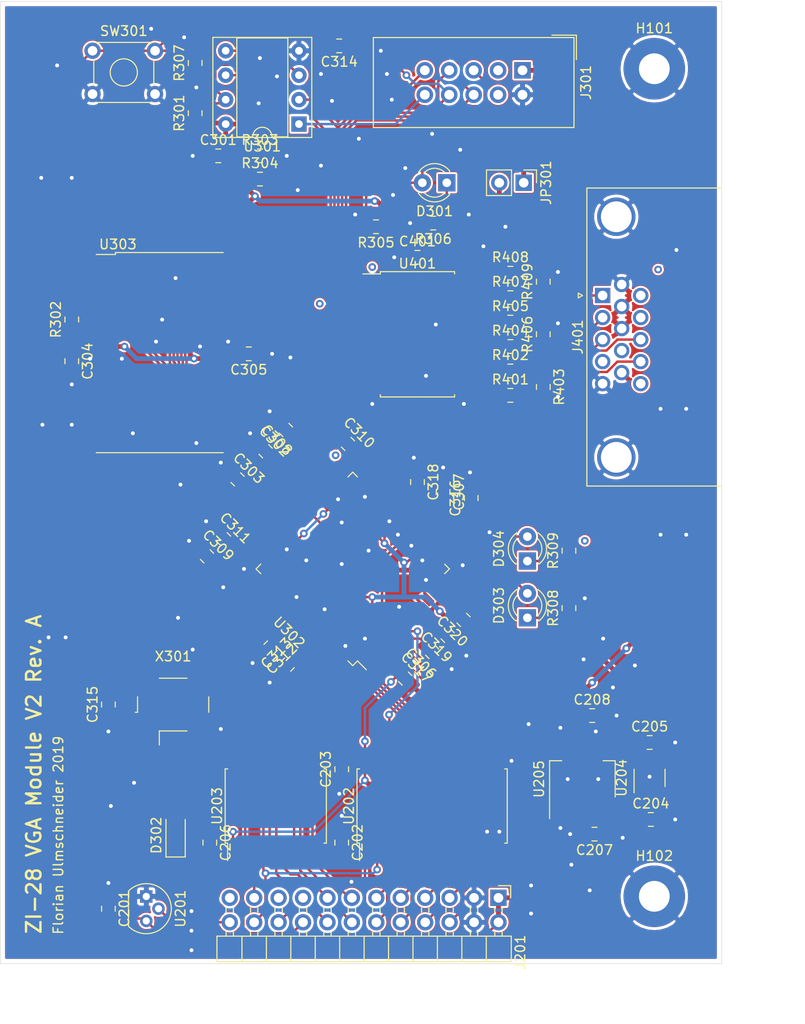
<source format=kicad_pcb>
(kicad_pcb (version 20171130) (host pcbnew 5.1.5)
  (layers (0 F.Cu signal) (31 B.Cu signal) (34 B.Paste user) (35 F.Paste user) (36 B.SilkS user) (37 F.SilkS user) (38 B.Mask user) (39 F.Mask user) (44 Edge.Cuts user))
  (net 0 "")
  (net 1 +5V)
  (net 2 GND)
  (net 3 +3V3)
  (net 4 +1V2)
  (net 5 "Net-(C314-Pad1)")
  (net 6 "Net-(D301-Pad2)")
  (net 7 "Net-(D301-Pad1)")
  (net 8 /FPGA/~RST)
  (net 9 "Net-(D303-Pad2)")
  (net 10 "Net-(D303-Pad1)")
  (net 11 "Net-(D304-Pad2)")
  (net 12 "Net-(D304-Pad1)")
  (net 13 "Net-(J201-Pad24)")
  (net 14 "Net-(J201-Pad23)")
  (net 15 "/ZI-28 Interface/~RD")
  (net 16 "/ZI-28 Interface/~WR")
  (net 17 /FPGA/~INT)
  (net 18 "Net-(J201-Pad19)")
  (net 19 "Net-(J201-Pad17)")
  (net 20 "/ZI-28 Interface/A2")
  (net 21 "/ZI-28 Interface/A3")
  (net 22 "/ZI-28 Interface/A0")
  (net 23 "/ZI-28 Interface/A1")
  (net 24 "/ZI-28 Interface/D6")
  (net 25 "/ZI-28 Interface/D7")
  (net 26 "/ZI-28 Interface/D4")
  (net 27 "/ZI-28 Interface/D5")
  (net 28 "/ZI-28 Interface/D2")
  (net 29 "/ZI-28 Interface/D3")
  (net 30 "/ZI-28 Interface/D0")
  (net 31 "/ZI-28 Interface/D1")
  (net 32 "Net-(J301-Pad10)")
  (net 33 "Net-(J301-Pad9)")
  (net 34 "Net-(J301-Pad8)")
  (net 35 "Net-(J301-Pad7)")
  (net 36 "Net-(J301-Pad4)")
  (net 37 "Net-(J301-Pad3)")
  (net 38 "Net-(J301-Pad1)")
  (net 39 "Net-(J401-Pad15)")
  (net 40 /Output/~VSYNC_OUT)
  (net 41 /Output/~HSYNC_OUT)
  (net 42 "Net-(J401-Pad12)")
  (net 43 "Net-(J401-Pad11)")
  (net 44 "Net-(J401-Pad9)")
  (net 45 "Net-(J401-Pad4)")
  (net 46 /Output/BLUE)
  (net 47 /Output/GREEN)
  (net 48 /Output/RED)
  (net 49 "Net-(R301-Pad2)")
  (net 50 /FPGA/~VRAM_CE)
  (net 51 "Net-(R401-Pad1)")
  (net 52 "Net-(R402-Pad1)")
  (net 53 "Net-(R404-Pad1)")
  (net 54 "Net-(R405-Pad1)")
  (net 55 "Net-(R407-Pad1)")
  (net 56 "Net-(R408-Pad1)")
  (net 57 /FPGA/~D_EN)
  (net 58 "Net-(U204-Pad4)")
  (net 59 "Net-(U302-Pad91)")
  (net 60 "Net-(U302-Pad90)")
  (net 61 "Net-(U302-Pad89)")
  (net 62 /FPGA/VRAM_A7)
  (net 63 /FPGA/VRAM_A6)
  (net 64 /FPGA/VRAM_A5)
  (net 65 /FPGA/VRAM_A4)
  (net 66 /FPGA/~VRAM_WE)
  (net 67 /FPGA/VRAM_D3)
  (net 68 /FPGA/VRAM_D2)
  (net 69 /FPGA/VRAM_D1)
  (net 70 /FPGA/VRAM_D0)
  (net 71 "Net-(U302-Pad76)")
  (net 72 /FPGA/VRAM_A3)
  (net 73 /FPGA/VRAM_A2)
  (net 74 /FPGA/VRAM_A1)
  (net 75 /FPGA/VRAM_A0)
  (net 76 /FPGA/VRAM_A8)
  (net 77 /FPGA/VRAM_A9)
  (net 78 /FPGA/VRAM_A10)
  (net 79 /FPGA/VRAM_A11)
  (net 80 /FPGA/VRAM_A12)
  (net 81 /FPGA/VRAM_D4)
  (net 82 /FPGA/VRAM_D5)
  (net 83 /FPGA/VRAM_D6)
  (net 84 /FPGA/VRAM_D7)
  (net 85 /FPGA/~VRAM_OE)
  (net 86 /FPGA/VRAM_A13)
  (net 87 /FPGA/VRAM_A14)
  (net 88 /FPGA/VRAM_A15)
  (net 89 /FPGA/VRAM_A16)
  (net 90 /FPGA/~VSYNC)
  (net 91 /FPGA/~HSYNC)
  (net 92 /FPGA/BLU_B0)
  (net 93 /FPGA/BLU_B1)
  (net 94 /FPGA/GRN_B0)
  (net 95 /FPGA/GRN_B1)
  (net 96 /FPGA/RED_B0)
  (net 97 /FPGA/RED_B1)
  (net 98 /FPGA/~VGA_EN)
  (net 99 "Net-(U302-Pad28)")
  (net 100 "Net-(U302-Pad25)")
  (net 101 "Net-(U302-Pad24)")
  (net 102 "Net-(U302-Pad21)")
  (net 103 "Net-(U302-Pad20)")
  (net 104 "Net-(U302-Pad19)")
  (net 105 "Net-(U302-Pad18)")
  (net 106 "Net-(U302-Pad16)")
  (net 107 "Net-(U302-Pad15)")
  (net 108 "Net-(U302-Pad13)")
  (net 109 "Net-(X301-Pad1)")
  (net 110 /FPGA/~LV_RD)
  (net 111 /FPGA/~LV_WR)
  (net 112 /FPGA/LV_D7)
  (net 113 /FPGA/LV_D6)
  (net 114 /FPGA/LV_D5)
  (net 115 /FPGA/LV_D4)
  (net 116 /FPGA/LV_D3)
  (net 117 /FPGA/LV_D2)
  (net 118 /FPGA/LV_D1)
  (net 119 /FPGA/LV_D0)
  (net 120 /FPGA/LV_A3)
  (net 121 /FPGA/LV_A1)
  (net 122 /FPGA/LV_A0)
  (net 123 /FPGA/LV_A2)
  (module Capacitor_SMD:C_0805_2012Metric_Pad1.15x1.40mm_HandSolder (layer F.Cu) (at 195.687 66.929)
    (fp_text reference C401 (at 0 -1.65) (layer F.SilkS))
    (fp_text value 100nF)
    (pad 2 smd roundrect (at 1.025 0) (size 1.15 1.4) (layers F.Cu F.Paste F.Mask) (roundrect_rratio 0.217391) (net 3 +3V3))
    (pad 1 smd roundrect (at -1.025 0) (size 1.15 1.4) (layers F.Cu F.Paste F.Mask) (roundrect_rratio 0.217391) (net 2 GND))
  )
  (module Resistor_SMD:R_0805_2012Metric_Pad1.15x1.40mm_HandSolder (layer F.Cu) (at 211.435 97.418 90)
    (fp_text reference R309 (at 0 -1.65 90) (layer F.SilkS))
    (fp_text value 1k)
    (pad 2 smd roundrect (at 1.025 0 90) (size 1.15 1.4) (layers F.Cu F.Paste F.Mask) (roundrect_rratio 0.217391) (net 2 GND))
    (pad 1 smd roundrect (at -1.025 0 90) (size 1.15 1.4) (layers F.Cu F.Paste F.Mask) (roundrect_rratio 0.217391) (net 12 "Net-(D304-Pad1)"))
  )
  (module Resistor_SMD:R_0805_2012Metric_Pad1.15x1.40mm_HandSolder (layer F.Cu) (at 211.435 103.387 90)
    (fp_text reference R308 (at 0 -1.65 90) (layer F.SilkS))
    (fp_text value 1k)
    (pad 2 smd roundrect (at 1.025 0 90) (size 1.15 1.4) (layers F.Cu F.Paste F.Mask) (roundrect_rratio 0.217391) (net 2 GND))
    (pad 1 smd roundrect (at -1.025 0 90) (size 1.15 1.4) (layers F.Cu F.Paste F.Mask) (roundrect_rratio 0.217391) (net 10 "Net-(D303-Pad1)"))
  )
  (module LED_THT:LED_D3.0mm (layer F.Cu) (at 207.117 98.494 90)
    (fp_text reference D304 (at 1.27 -2.96 90) (layer F.SilkS))
    (fp_text value LED)
    (pad 2 thru_hole circle (at 2.54 0 90) (size 1.8 1.8) (drill 0.9) (layers *.Cu *.Mask) (net 11 "Net-(D304-Pad2)"))
    (pad 1 thru_hole rect (at 0 0 90) (size 1.8 1.8) (drill 0.9) (layers *.Cu *.Mask) (net 12 "Net-(D304-Pad1)"))
  )
  (module LED_THT:LED_D3.0mm (layer F.Cu) (at 207.117 104.394 90)
    (fp_text reference D303 (at 1.27 -2.96 90) (layer F.SilkS))
    (fp_text value LED)
    (pad 2 thru_hole circle (at 2.54 0 90) (size 1.8 1.8) (drill 0.9) (layers *.Cu *.Mask) (net 9 "Net-(D303-Pad2)"))
    (pad 1 thru_hole rect (at 0 0 90) (size 1.8 1.8) (drill 0.9) (layers *.Cu *.Mask) (net 10 "Net-(D303-Pad1)"))
  )
  (module Resistor_SMD:R_0805_2012Metric_Pad1.15x1.40mm_HandSolder (layer F.Cu) (at 159.746 73.397 90)
    (fp_text reference R302 (at 0 -1.65 90) (layer F.SilkS))
    (fp_text value 10k)
    (pad 2 smd roundrect (at 1.025 0 90) (size 1.15 1.4) (layers F.Cu F.Paste F.Mask) (roundrect_rratio 0.217391) (net 50 /FPGA/~VRAM_CE))
    (pad 1 smd roundrect (at -1.025 0 90) (size 1.15 1.4) (layers F.Cu F.Paste F.Mask) (roundrect_rratio 0.217391) (net 3 +3V3))
  )
  (module Capacitor_SMD:C_0805_2012Metric_Pad1.15x1.40mm_HandSolder (layer F.Cu) (at 163.556 113.402 90)
    (fp_text reference C315 (at 0 -1.65 90) (layer F.SilkS))
    (fp_text value 100nF)
    (pad 2 smd roundrect (at 1.025 0 90) (size 1.15 1.4) (layers F.Cu F.Paste F.Mask) (roundrect_rratio 0.217391) (net 3 +3V3))
    (pad 1 smd roundrect (at -1.025 0 90) (size 1.15 1.4) (layers F.Cu F.Paste F.Mask) (roundrect_rratio 0.217391) (net 2 GND))
  )
  (module Package_TO_SOT_SMD:SOT-223-3_TabPin2 (layer F.Cu) (at 212.832 121.158 90)
    (fp_text reference U205 (at 0 -4.5 90) (layer F.SilkS))
    (fp_text value LDL1117)
    (pad 1 smd rect (at -3.15 -2.3 90) (size 2 1.5) (layers F.Cu F.Paste F.Mask) (net 2 GND))
    (pad 3 smd rect (at -3.15 2.3 90) (size 2 1.5) (layers F.Cu F.Paste F.Mask) (net 1 +5V))
    (pad 2 smd rect (at -3.15 0 90) (size 2 1.5) (layers F.Cu F.Paste F.Mask) (net 3 +3V3))
    (pad 2 smd rect (at 3.15 0 90) (size 2 3.8) (layers F.Cu F.Paste F.Mask) (net 3 +3V3))
  )
  (module Resistor_SMD:R_0805_2012Metric_Pad1.15x1.40mm_HandSolder (layer F.Cu) (at 172.573 46.736 90)
    (fp_text reference R307 (at 0 -1.65 90) (layer F.SilkS))
    (fp_text value 10k)
    (pad 2 smd roundrect (at 1.025 0 90) (size 1.15 1.4) (layers F.Cu F.Paste F.Mask) (roundrect_rratio 0.217391) (net 5 "Net-(C314-Pad1)"))
    (pad 1 smd roundrect (at -1.025 0 90) (size 1.15 1.4) (layers F.Cu F.Paste F.Mask) (roundrect_rratio 0.217391) (net 3 +3V3))
  )
  (module Resistor_SMD:R_0805_2012Metric_Pad1.15x1.40mm_HandSolder (layer F.Cu) (at 197.329 63.373 180)
    (fp_text reference R306 (at 0 -1.65) (layer F.SilkS))
    (fp_text value 0R)
    (pad 2 smd roundrect (at 1.025 0 180) (size 1.15 1.4) (layers F.Cu F.Paste F.Mask) (roundrect_rratio 0.217391) (net 2 GND))
    (pad 1 smd roundrect (at -1.025 0 180) (size 1.15 1.4) (layers F.Cu F.Paste F.Mask) (roundrect_rratio 0.217391) (net 7 "Net-(D301-Pad1)"))
  )
  (module Resistor_SMD:R_0805_2012Metric_Pad1.15x1.40mm_HandSolder (layer F.Cu) (at 191.378 63.754 180)
    (fp_text reference R305 (at 0 -1.65) (layer F.SilkS))
    (fp_text value 2k2)
    (pad 1 smd roundrect (at -1.025 0 180) (size 1.15 1.4) (layers F.Cu F.Paste F.Mask) (roundrect_rratio 0.217391) (net 3 +3V3))
    (pad 2 smd roundrect (at 1.025 0 180) (size 1.15 1.4) (layers F.Cu F.Paste F.Mask) (roundrect_rratio 0.217391) (net 6 "Net-(D301-Pad2)"))
  )
  (module Resistor_SMD:R_0805_2012Metric_Pad1.15x1.40mm_HandSolder (layer F.Cu) (at 179.313 58.801)
    (fp_text reference R304 (at 0 -1.65) (layer F.SilkS))
    (fp_text value 10k)
    (pad 2 smd roundrect (at 1.025 0) (size 1.15 1.4) (layers F.Cu F.Paste F.Mask) (roundrect_rratio 0.217391) (net 32 "Net-(J301-Pad10)"))
    (pad 1 smd roundrect (at -1.025 0) (size 1.15 1.4) (layers F.Cu F.Paste F.Mask) (roundrect_rratio 0.217391) (net 3 +3V3))
  )
  (module Resistor_SMD:R_0805_2012Metric_Pad1.15x1.40mm_HandSolder (layer F.Cu) (at 179.313 56.388)
    (fp_text reference R303 (at 0 -1.65) (layer F.SilkS))
    (fp_text value 10k)
    (pad 2 smd roundrect (at 1.025 0) (size 1.15 1.4) (layers F.Cu F.Paste F.Mask) (roundrect_rratio 0.217391) (net 33 "Net-(J301-Pad9)"))
    (pad 1 smd roundrect (at -1.025 0) (size 1.15 1.4) (layers F.Cu F.Paste F.Mask) (roundrect_rratio 0.217391) (net 3 +3V3))
  )
  (module Resistor_SMD:R_0805_2012Metric_Pad1.15x1.40mm_HandSolder (layer F.Cu) (at 172.573 51.952 90)
    (fp_text reference R301 (at 0 -1.65 90) (layer F.SilkS))
    (fp_text value 10k)
    (pad 2 smd roundrect (at 1.025 0 90) (size 1.15 1.4) (layers F.Cu F.Paste F.Mask) (roundrect_rratio 0.217391) (net 49 "Net-(R301-Pad2)"))
    (pad 1 smd roundrect (at -1.025 0 90) (size 1.15 1.4) (layers F.Cu F.Paste F.Mask) (roundrect_rratio 0.217391) (net 3 +3V3))
  )
  (module Connector_PinHeader_2.54mm:PinHeader_1x02_P2.54mm_Vertical (layer F.Cu) (at 206.736 59.182 270)
    (fp_text reference JP301 (at 0 -2.33 90) (layer F.SilkS))
    (fp_text value Jumper_2_Open hide)
    (pad 2 thru_hole oval (at 0 2.54 270) (size 1.7 1.7) (drill 1) (layers *.Cu *.Mask) (net 3 +3V3))
    (pad 1 thru_hole rect (at 0 0 270) (size 1.7 1.7) (drill 1) (layers *.Cu *.Mask) (net 38 "Net-(J301-Pad1)"))
  )
  (module Diode_SMD:D_SOD-123 (layer F.Cu) (at 170.541 126.999 90)
    (fp_text reference D302 (at 0 -2 90) (layer F.SilkS))
    (fp_text value BAT54W)
    (pad 2 smd rect (at 1.65 0 90) (size 0.9 1.2) (layers F.Cu F.Paste F.Mask) (net 5 "Net-(C314-Pad1)"))
    (pad 1 smd rect (at -1.65 0 90) (size 0.9 1.2) (layers F.Cu F.Paste F.Mask) (net 8 /FPGA/~RST))
  )
  (module LED_THT:LED_D3.0mm (layer F.Cu) (at 198.735 59.182 180)
    (fp_text reference D301 (at 1.27 -2.96) (layer F.SilkS))
    (fp_text value LED)
    (pad 2 thru_hole circle (at 2.54 0 180) (size 1.8 1.8) (drill 0.9) (layers *.Cu *.Mask) (net 6 "Net-(D301-Pad2)"))
    (pad 1 thru_hole rect (at 0 0 180) (size 1.8 1.8) (drill 0.9) (layers *.Cu *.Mask) (net 7 "Net-(D301-Pad1)"))
  )
  (module Capacitor_SMD:C_0805_2012Metric_Pad1.15x1.40mm_HandSolder (layer F.Cu) (at 187.55 44.958 180)
    (fp_text reference C314 (at 0 -1.65) (layer F.SilkS))
    (fp_text value 100nF)
    (pad 2 smd roundrect (at 1.025 0 180) (size 1.15 1.4) (layers F.Cu F.Paste F.Mask) (roundrect_rratio 0.217391) (net 2 GND))
    (pad 1 smd roundrect (at -1.025 0 180) (size 1.15 1.4) (layers F.Cu F.Paste F.Mask) (roundrect_rratio 0.217391) (net 5 "Net-(C314-Pad1)"))
  )
  (module Capacitor_SMD:C_0805_2012Metric_Pad1.15x1.40mm_HandSolder (layer F.Cu) (at 213.848 114.554)
    (fp_text reference C208 (at 0 -1.65) (layer F.SilkS))
    (fp_text value 4.7uF)
    (pad 2 smd roundrect (at 1.025 0) (size 1.15 1.4) (layers F.Cu F.Paste F.Mask) (roundrect_rratio 0.217391) (net 2 GND))
    (pad 1 smd roundrect (at -1.025 0) (size 1.15 1.4) (layers F.Cu F.Paste F.Mask) (roundrect_rratio 0.217391) (net 3 +3V3))
  )
  (module Capacitor_SMD:C_0805_2012Metric_Pad1.15x1.40mm_HandSolder (layer F.Cu) (at 214.093 126.873 180)
    (fp_text reference C207 (at 0 -1.65) (layer F.SilkS))
    (fp_text value 1uF)
    (pad 2 smd roundrect (at 1.025 0 180) (size 1.15 1.4) (layers F.Cu F.Paste F.Mask) (roundrect_rratio 0.217391) (net 2 GND))
    (pad 1 smd roundrect (at -1.025 0 180) (size 1.15 1.4) (layers F.Cu F.Paste F.Mask) (roundrect_rratio 0.217391) (net 1 +5V))
  )
  (module Capacitor_SMD:C_0805_2012Metric_Pad1.15x1.40mm_HandSolder (layer F.Cu) (at 201.275 91.948 90)
    (fp_text reference C316 (at 0 -1.65 90) (layer F.SilkS))
    (fp_text value 100nF)
    (pad 2 smd roundrect (at 1.025 0 90) (size 1.15 1.4) (layers F.Cu F.Paste F.Mask) (roundrect_rratio 0.217391) (net 2 GND))
    (pad 1 smd roundrect (at -1.025 0 90) (size 1.15 1.4) (layers F.Cu F.Paste F.Mask) (roundrect_rratio 0.217391) (net 3 +3V3))
  )
  (module Capacitor_SMD:C_0805_2012Metric_Pad1.15x1.40mm_HandSolder (layer F.Cu) (at 188.457 86.322784 315)
    (fp_text reference C310 (at 0 -1.65 135) (layer F.SilkS))
    (fp_text value 100nF)
    (pad 2 smd roundrect (at 1.025 0 315) (size 1.15 1.4) (layers F.Cu F.Paste F.Mask) (roundrect_rratio 0.217391) (net 3 +3V3))
    (pad 1 smd roundrect (at -1.025 0 315) (size 1.15 1.4) (layers F.Cu F.Paste F.Mask) (roundrect_rratio 0.217391) (net 2 GND))
  )
  (module Capacitor_SMD:C_0805_2012Metric_Pad1.15x1.40mm_HandSolder (layer F.Cu) (at 182.008216 84.873216 135)
    (fp_text reference C302 (at 0 -1.65 135) (layer F.SilkS))
    (fp_text value 100nF)
    (pad 2 smd roundrect (at 1.025 0 135) (size 1.15 1.4) (layers F.Cu F.Paste F.Mask) (roundrect_rratio 0.217391) (net 2 GND))
    (pad 1 smd roundrect (at -1.025 0 135) (size 1.15 1.4) (layers F.Cu F.Paste F.Mask) (roundrect_rratio 0.217391) (net 3 +3V3))
  )
  (module Capacitor_SMD:C_0805_2012Metric_Pad1.15x1.40mm_HandSolder (layer F.Cu) (at 195.687 90.288 270)
    (fp_text reference C318 (at 0 -1.65 90) (layer F.SilkS))
    (fp_text value 100nF)
    (pad 2 smd roundrect (at 1.025 0 270) (size 1.15 1.4) (layers F.Cu F.Paste F.Mask) (roundrect_rratio 0.217391) (net 3 +3V3))
    (pad 1 smd roundrect (at -1.025 0 270) (size 1.15 1.4) (layers F.Cu F.Paste F.Mask) (roundrect_rratio 0.217391) (net 2 GND))
  )
  (module Capacitor_SMD:C_0805_2012Metric_Pad1.15x1.40mm_HandSolder (layer F.Cu) (at 176.980784 90.005784 315)
    (fp_text reference C303 (at 0 -1.65 135) (layer F.SilkS))
    (fp_text value 100nF)
    (pad 2 smd roundrect (at 1.025 0 315) (size 1.15 1.4) (layers F.Cu F.Paste F.Mask) (roundrect_rratio 0.217391) (net 3 +3V3))
    (pad 1 smd roundrect (at -1.025 0 315) (size 1.15 1.4) (layers F.Cu F.Paste F.Mask) (roundrect_rratio 0.217391) (net 2 GND))
  )
  (module Capacitor_SMD:C_0805_2012Metric_Pad1.15x1.40mm_HandSolder (layer F.Cu) (at 178.152 76.962 180)
    (fp_text reference C305 (at 0 -1.65) (layer F.SilkS))
    (fp_text value 100nF)
    (pad 2 smd roundrect (at 1.025 0 180) (size 1.15 1.4) (layers F.Cu F.Paste F.Mask) (roundrect_rratio 0.217391) (net 3 +3V3))
    (pad 1 smd roundrect (at -1.025 0 180) (size 1.15 1.4) (layers F.Cu F.Paste F.Mask) (roundrect_rratio 0.217391) (net 2 GND))
  )
  (module Capacitor_SMD:C_0805_2012Metric_Pad1.15x1.40mm_HandSolder (layer F.Cu) (at 159.746 77.724 270)
    (fp_text reference C304 (at 0 -1.65 90) (layer F.SilkS))
    (fp_text value 100nF)
    (pad 2 smd roundrect (at 1.025 0 270) (size 1.15 1.4) (layers F.Cu F.Paste F.Mask) (roundrect_rratio 0.217391) (net 2 GND))
    (pad 1 smd roundrect (at -1.025 0 270) (size 1.15 1.4) (layers F.Cu F.Paste F.Mask) (roundrect_rratio 0.217391) (net 3 +3V3))
  )
  (module Capacitor_SMD:C_0805_2012Metric_Pad1.15x1.40mm_HandSolder (layer F.Cu) (at 219.826 117.348)
    (fp_text reference C205 (at 0 -1.65) (layer F.SilkS))
    (fp_text value 1uF)
    (pad 2 smd roundrect (at 1.025 0) (size 1.15 1.4) (layers F.Cu F.Paste F.Mask) (roundrect_rratio 0.217391) (net 2 GND))
    (pad 1 smd roundrect (at -1.025 0) (size 1.15 1.4) (layers F.Cu F.Paste F.Mask) (roundrect_rratio 0.217391) (net 4 +1V2))
  )
  (module Capacitor_SMD:C_0805_2012Metric_Pad1.15x1.40mm_HandSolder (layer F.Cu) (at 219.953 125.349)
    (fp_text reference C204 (at 0 -1.65) (layer F.SilkS))
    (fp_text value 1uF)
    (pad 2 smd roundrect (at 1.025 0) (size 1.15 1.4) (layers F.Cu F.Paste F.Mask) (roundrect_rratio 0.217391) (net 2 GND))
    (pad 1 smd roundrect (at -1.025 0) (size 1.15 1.4) (layers F.Cu F.Paste F.Mask) (roundrect_rratio 0.217391) (net 1 +5V))
  )
  (module Capacitor_SMD:C_0805_2012Metric_Pad1.15x1.40mm_HandSolder (layer F.Cu) (at 180.409784 107.479216 225)
    (fp_text reference C312 (at 0 -1.65 45) (layer F.SilkS))
    (fp_text value 100nF)
    (pad 2 smd roundrect (at 1.025 0 225) (size 1.15 1.4) (layers F.Cu F.Paste F.Mask) (roundrect_rratio 0.217391) (net 2 GND))
    (pad 1 smd roundrect (at -1.025 0 225) (size 1.15 1.4) (layers F.Cu F.Paste F.Mask) (roundrect_rratio 0.217391) (net 3 +3V3))
  )
  (module Capacitor_SMD:C_0805_2012Metric_Pad1.15x1.40mm_HandSolder (layer F.Cu) (at 175.583784 96.228784 315)
    (fp_text reference C311 (at 0 -1.65 135) (layer F.SilkS))
    (fp_text value 100nF)
    (pad 2 smd roundrect (at 1.025 0 315) (size 1.15 1.4) (layers F.Cu F.Paste F.Mask) (roundrect_rratio 0.217391) (net 3 +3V3))
    (pad 1 smd roundrect (at -1.025 0 315) (size 1.15 1.4) (layers F.Cu F.Paste F.Mask) (roundrect_rratio 0.217391) (net 2 GND))
  )
  (module Capacitor_SMD:C_0805_2012Metric_Pad1.15x1.40mm_HandSolder (layer F.Cu) (at 173.805784 98.006784 315)
    (fp_text reference C309 (at 0 -1.65 135) (layer F.SilkS))
    (fp_text value 100nF)
    (pad 2 smd roundrect (at 1.025 0 315) (size 1.15 1.4) (layers F.Cu F.Paste F.Mask) (roundrect_rratio 0.217391) (net 4 +1V2))
    (pad 1 smd roundrect (at -1.025 0 315) (size 1.15 1.4) (layers F.Cu F.Paste F.Mask) (roundrect_rratio 0.217391) (net 2 GND))
  )
  (module Capacitor_SMD:C_0805_2012Metric_Pad1.15x1.40mm_HandSolder (layer F.Cu) (at 179.901784 87.084784 315)
    (fp_text reference C308 (at 0 -1.65 135) (layer F.SilkS))
    (fp_text value 100nF)
    (pad 2 smd roundrect (at 1.025 0 315) (size 1.15 1.4) (layers F.Cu F.Paste F.Mask) (roundrect_rratio 0.217391) (net 4 +1V2))
    (pad 1 smd roundrect (at -1.025 0 315) (size 1.15 1.4) (layers F.Cu F.Paste F.Mask) (roundrect_rratio 0.217391) (net 2 GND))
  )
  (module Capacitor_SMD:C_0805_2012Metric_Pad1.15x1.40mm_HandSolder (layer F.Cu) (at 197.211 107.95 135)
    (fp_text reference C306 (at 0 -1.65 135) (layer F.SilkS))
    (fp_text value 100nF)
    (pad 2 smd roundrect (at 1.025 0 135) (size 1.15 1.4) (layers F.Cu F.Paste F.Mask) (roundrect_rratio 0.217391) (net 4 +1V2))
    (pad 1 smd roundrect (at -1.025 0 135) (size 1.15 1.4) (layers F.Cu F.Paste F.Mask) (roundrect_rratio 0.217391) (net 2 GND))
  )
  (module Capacitor_SMD:C_0805_2012Metric_Pad1.15x1.40mm_HandSolder (layer F.Cu) (at 198.354 91.322 270)
    (fp_text reference C307 (at 0 -1.65 90) (layer F.SilkS))
    (fp_text value 100nF)
    (pad 2 smd roundrect (at 1.025 0 270) (size 1.15 1.4) (layers F.Cu F.Paste F.Mask) (roundrect_rratio 0.217391) (net 4 +1V2))
    (pad 1 smd roundrect (at -1.025 0 270) (size 1.15 1.4) (layers F.Cu F.Paste F.Mask) (roundrect_rratio 0.217391) (net 2 GND))
  )
  (module Capacitor_SMD:C_0805_2012Metric_Pad1.15x1.40mm_HandSolder (layer F.Cu) (at 198.824784 106.261784 135)
    (fp_text reference C319 (at 0 -1.65 135) (layer F.SilkS))
    (fp_text value 100nF)
    (pad 2 smd roundrect (at 1.025 0 135) (size 1.15 1.4) (layers F.Cu F.Paste F.Mask) (roundrect_rratio 0.217391) (net 3 +3V3))
    (pad 1 smd roundrect (at -1.025 0 135) (size 1.15 1.4) (layers F.Cu F.Paste F.Mask) (roundrect_rratio 0.217391) (net 2 GND))
  )
  (module Capacitor_SMD:C_0805_2012Metric_Pad1.15x1.40mm_HandSolder (layer F.Cu) (at 187.813 127.753 270)
    (fp_text reference C202 (at 0 -1.65 90) (layer F.SilkS))
    (fp_text value 100nF)
    (pad 2 smd roundrect (at 1.025 0 270) (size 1.15 1.4) (layers F.Cu F.Paste F.Mask) (roundrect_rratio 0.217391) (net 1 +5V))
    (pad 1 smd roundrect (at -1.025 0 270) (size 1.15 1.4) (layers F.Cu F.Paste F.Mask) (roundrect_rratio 0.217391) (net 2 GND))
  )
  (module Capacitor_SMD:C_0805_2012Metric_Pad1.15x1.40mm_HandSolder (layer F.Cu) (at 174.097 127.753 270)
    (fp_text reference C206 (at 0 -1.65 90) (layer F.SilkS))
    (fp_text value 100nF)
    (pad 2 smd roundrect (at 1.025 0 270) (size 1.15 1.4) (layers F.Cu F.Paste F.Mask) (roundrect_rratio 0.217391) (net 3 +3V3))
    (pad 1 smd roundrect (at -1.025 0 270) (size 1.15 1.4) (layers F.Cu F.Paste F.Mask) (roundrect_rratio 0.217391) (net 2 GND))
  )
  (module Capacitor_SMD:C_0805_2012Metric_Pad1.15x1.40mm_HandSolder (layer F.Cu) (at 182.187784 109.257216 45)
    (fp_text reference C313 (at 0 -1.65 45) (layer F.SilkS))
    (fp_text value 100nF)
    (pad 2 smd roundrect (at 1.025 0 45) (size 1.15 1.4) (layers F.Cu F.Paste F.Mask) (roundrect_rratio 0.217391) (net 3 +3V3))
    (pad 1 smd roundrect (at -1.025 0 45) (size 1.15 1.4) (layers F.Cu F.Paste F.Mask) (roundrect_rratio 0.217391) (net 2 GND))
  )
  (module Capacitor_SMD:C_0805_2012Metric_Pad1.15x1.40mm_HandSolder (layer F.Cu) (at 194.417 110.706784 315)
    (fp_text reference C317 (at 0 -1.65 135) (layer F.SilkS))
    (fp_text value 100nF)
    (pad 2 smd roundrect (at 1.025 0 315) (size 1.15 1.4) (layers F.Cu F.Paste F.Mask) (roundrect_rratio 0.217391) (net 2 GND))
    (pad 1 smd roundrect (at -1.025 0 315) (size 1.15 1.4) (layers F.Cu F.Paste F.Mask) (roundrect_rratio 0.217391) (net 3 +3V3))
  )
  (module Capacitor_SMD:C_0805_2012Metric_Pad1.15x1.40mm_HandSolder (layer F.Cu) (at 187.813 120.133 90)
    (fp_text reference C203 (at 0 -1.65 90) (layer F.SilkS))
    (fp_text value 100nF)
    (pad 2 smd roundrect (at 1.025 0 90) (size 1.15 1.4) (layers F.Cu F.Paste F.Mask) (roundrect_rratio 0.217391) (net 3 +3V3))
    (pad 1 smd roundrect (at -1.025 0 90) (size 1.15 1.4) (layers F.Cu F.Paste F.Mask) (roundrect_rratio 0.217391) (net 2 GND))
  )
  (module Capacitor_SMD:C_0805_2012Metric_Pad1.15x1.40mm_HandSolder (layer F.Cu) (at 174.977 56.388)
    (fp_text reference C301 (at 0 -1.65) (layer F.SilkS))
    (fp_text value 100nF)
    (pad 2 smd roundrect (at 1.025 0) (size 1.15 1.4) (layers F.Cu F.Paste F.Mask) (roundrect_rratio 0.217391) (net 3 +3V3))
    (pad 1 smd roundrect (at -1.025 0) (size 1.15 1.4) (layers F.Cu F.Paste F.Mask) (roundrect_rratio 0.217391) (net 2 GND))
  )
  (module Capacitor_SMD:C_0805_2012Metric_Pad1.15x1.40mm_HandSolder (layer F.Cu) (at 200.475784 104.610784 135)
    (fp_text reference C320 (at 0 -1.65 135) (layer F.SilkS))
    (fp_text value 100nF)
    (pad 2 smd roundrect (at 1.025 0 135) (size 1.15 1.4) (layers F.Cu F.Paste F.Mask) (roundrect_rratio 0.217391) (net 3 +3V3))
    (pad 1 smd roundrect (at -1.025 0 135) (size 1.15 1.4) (layers F.Cu F.Paste F.Mask) (roundrect_rratio 0.217391) (net 2 GND))
  )
  (module Capacitor_SMD:C_0805_2012Metric_Pad1.15x1.40mm_HandSolder (layer F.Cu) (at 163.556 134.62 270)
    (fp_text reference C201 (at 0 -1.65 90) (layer F.SilkS))
    (fp_text value 100nF)
    (pad 2 smd roundrect (at 1.025 0 270) (size 1.15 1.4) (layers F.Cu F.Paste F.Mask) (roundrect_rratio 0.217391) (net 1 +5V))
    (pad 1 smd roundrect (at -1.025 0 270) (size 1.15 1.4) (layers F.Cu F.Paste F.Mask) (roundrect_rratio 0.217391) (net 2 GND))
  )
  (module Button_Switch_THT:SW_TH_Tactile_Omron_B3F-10xx (layer F.Cu) (at 161.905 45.466)
    (fp_text reference SW301 (at 3.25 -2.05) (layer F.SilkS))
    (fp_text value SW_Push)
    (pad 1 thru_hole circle (at 0 0) (size 1.7 1.7) (drill 1) (layers *.Cu *.Mask) (net 5 "Net-(C314-Pad1)"))
    (pad 2 thru_hole circle (at 6.5 0) (size 1.7 1.7) (drill 1) (layers *.Cu *.Mask) (net 5 "Net-(C314-Pad1)"))
    (pad 3 thru_hole circle (at 0 4.5) (size 1.7 1.7) (drill 1) (layers *.Cu *.Mask) (net 2 GND))
    (pad 4 thru_hole circle (at 6.5 4.5) (size 1.7 1.7) (drill 1) (layers *.Cu *.Mask) (net 2 GND))
  )
  (module Package_TO_SOT_SMD:SOT-23-5 (layer F.Cu) (at 219.817 121.031 90)
    (fp_text reference U204 (at 0 -2.9 90) (layer F.SilkS))
    (fp_text value MIC5504-1.2YM5)
    (pad 5 smd rect (at 1.1 -0.95 90) (size 1.06 0.65) (layers F.Cu F.Paste F.Mask) (net 4 +1V2))
    (pad 4 smd rect (at 1.1 0.95 90) (size 1.06 0.65) (layers F.Cu F.Paste F.Mask) (net 58 "Net-(U204-Pad4)"))
    (pad 3 smd rect (at -1.1 0.95 90) (size 1.06 0.65) (layers F.Cu F.Paste F.Mask) (net 1 +5V))
    (pad 2 smd rect (at -1.1 0 90) (size 1.06 0.65) (layers F.Cu F.Paste F.Mask) (net 2 GND))
    (pad 1 smd rect (at -1.1 -0.95 90) (size 1.06 0.65) (layers F.Cu F.Paste F.Mask) (net 1 +5V))
  )
  (module Package_SO:SOIC-16W_7.5x10.3mm_P1.27mm (layer F.Cu) (at 180.955 123.952 90)
    (fp_text reference U203 (at 0 -6.1 90) (layer F.SilkS))
    (fp_text value 4050)
    (pad 16 smd roundrect (at 4.65 -4.445 90) (size 2.05 0.6) (layers F.Cu F.Paste F.Mask))
    (pad 15 smd roundrect (at 4.65 -3.175 90) (size 2.05 0.6) (layers F.Cu F.Paste F.Mask) (net 110 /FPGA/~LV_RD))
    (pad 14 smd roundrect (at 4.65 -1.905 90) (size 2.05 0.6) (layers F.Cu F.Paste F.Mask) (net 15 "/ZI-28 Interface/~RD"))
    (pad 13 smd roundrect (at 4.65 -0.635 90) (size 2.05 0.6) (layers F.Cu F.Paste F.Mask))
    (pad 12 smd roundrect (at 4.65 0.635 90) (size 2.05 0.6) (layers F.Cu F.Paste F.Mask) (net 120 /FPGA/LV_A3))
    (pad 11 smd roundrect (at 4.65 1.905 90) (size 2.05 0.6) (layers F.Cu F.Paste F.Mask) (net 21 "/ZI-28 Interface/A3"))
    (pad 10 smd roundrect (at 4.65 3.175 90) (size 2.05 0.6) (layers F.Cu F.Paste F.Mask) (net 121 /FPGA/LV_A1))
    (pad 9 smd roundrect (at 4.65 4.445 90) (size 2.05 0.6) (layers F.Cu F.Paste F.Mask) (net 23 "/ZI-28 Interface/A1"))
    (pad 8 smd roundrect (at -4.65 4.445 90) (size 2.05 0.6) (layers F.Cu F.Paste F.Mask) (net 2 GND))
    (pad 7 smd roundrect (at -4.65 3.175 90) (size 2.05 0.6) (layers F.Cu F.Paste F.Mask) (net 22 "/ZI-28 Interface/A0"))
    (pad 6 smd roundrect (at -4.65 1.905 90) (size 2.05 0.6) (layers F.Cu F.Paste F.Mask) (net 122 /FPGA/LV_A0))
    (pad 5 smd roundrect (at -4.65 0.635 90) (size 2.05 0.6) (layers F.Cu F.Paste F.Mask) (net 20 "/ZI-28 Interface/A2"))
    (pad 4 smd roundrect (at -4.65 -0.635 90) (size 2.05 0.6) (layers F.Cu F.Paste F.Mask) (net 123 /FPGA/LV_A2))
    (pad 3 smd roundrect (at -4.65 -1.905 90) (size 2.05 0.6) (layers F.Cu F.Paste F.Mask) (net 16 "/ZI-28 Interface/~WR"))
    (pad 2 smd roundrect (at -4.65 -3.175 90) (size 2.05 0.6) (layers F.Cu F.Paste F.Mask) (net 111 /FPGA/~LV_WR))
    (pad 1 smd roundrect (at -4.65 -4.445 90) (size 2.05 0.6) (layers F.Cu F.Paste F.Mask) (net 3 +3V3))
  )
  (module Package_SO:SOIC-20W_7.5x12.8mm_P1.27mm (layer F.Cu) (at 195.687 74.93)
    (fp_text reference U401 (at 0 -7.35) (layer F.SilkS))
    (fp_text value SN74LVC541A)
    (pad 20 smd roundrect (at 4.65 -5.715) (size 2.05 0.6) (layers F.Cu F.Paste F.Mask) (net 3 +3V3))
    (pad 19 smd roundrect (at 4.65 -4.445) (size 2.05 0.6) (layers F.Cu F.Paste F.Mask) (net 98 /FPGA/~VGA_EN))
    (pad 18 smd roundrect (at 4.65 -3.175) (size 2.05 0.6) (layers F.Cu F.Paste F.Mask) (net 56 "Net-(R408-Pad1)"))
    (pad 17 smd roundrect (at 4.65 -1.905) (size 2.05 0.6) (layers F.Cu F.Paste F.Mask) (net 55 "Net-(R407-Pad1)"))
    (pad 16 smd roundrect (at 4.65 -0.635) (size 2.05 0.6) (layers F.Cu F.Paste F.Mask) (net 54 "Net-(R405-Pad1)"))
    (pad 15 smd roundrect (at 4.65 0.635) (size 2.05 0.6) (layers F.Cu F.Paste F.Mask) (net 53 "Net-(R404-Pad1)"))
    (pad 14 smd roundrect (at 4.65 1.905) (size 2.05 0.6) (layers F.Cu F.Paste F.Mask) (net 52 "Net-(R402-Pad1)"))
    (pad 13 smd roundrect (at 4.65 3.175) (size 2.05 0.6) (layers F.Cu F.Paste F.Mask) (net 51 "Net-(R401-Pad1)"))
    (pad 12 smd roundrect (at 4.65 4.445) (size 2.05 0.6) (layers F.Cu F.Paste F.Mask) (net 41 /Output/~HSYNC_OUT))
    (pad 11 smd roundrect (at 4.65 5.715) (size 2.05 0.6) (layers F.Cu F.Paste F.Mask) (net 40 /Output/~VSYNC_OUT))
    (pad 10 smd roundrect (at -4.65 5.715) (size 2.05 0.6) (layers F.Cu F.Paste F.Mask) (net 2 GND))
    (pad 9 smd roundrect (at -4.65 4.445) (size 2.05 0.6) (layers F.Cu F.Paste F.Mask) (net 90 /FPGA/~VSYNC))
    (pad 8 smd roundrect (at -4.65 3.175) (size 2.05 0.6) (layers F.Cu F.Paste F.Mask) (net 91 /FPGA/~HSYNC))
    (pad 7 smd roundrect (at -4.65 1.905) (size 2.05 0.6) (layers F.Cu F.Paste F.Mask) (net 92 /FPGA/BLU_B0))
    (pad 6 smd roundrect (at -4.65 0.635) (size 2.05 0.6) (layers F.Cu F.Paste F.Mask) (net 93 /FPGA/BLU_B1))
    (pad 5 smd roundrect (at -4.65 -0.635) (size 2.05 0.6) (layers F.Cu F.Paste F.Mask) (net 94 /FPGA/GRN_B0))
    (pad 4 smd roundrect (at -4.65 -1.905) (size 2.05 0.6) (layers F.Cu F.Paste F.Mask) (net 95 /FPGA/GRN_B1))
    (pad 3 smd roundrect (at -4.65 -3.175) (size 2.05 0.6) (layers F.Cu F.Paste F.Mask) (net 96 /FPGA/RED_B0))
    (pad 2 smd roundrect (at -4.65 -4.445) (size 2.05 0.6) (layers F.Cu F.Paste F.Mask) (net 97 /FPGA/RED_B1))
    (pad 1 smd roundrect (at -4.65 -5.715) (size 2.05 0.6) (layers F.Cu F.Paste F.Mask) (net 2 GND))
  )
  (module Package_SO:SOIC-24W_7.5x15.4mm_P1.27mm (layer F.Cu) (at 197.211 123.952 90)
    (fp_text reference U202 (at 0 -8.65 90) (layer F.SilkS))
    (fp_text value 74LVC4245)
    (pad 24 smd roundrect (at 4.65 -6.985 90) (size 2.05 0.6) (layers F.Cu F.Paste F.Mask) (net 3 +3V3))
    (pad 23 smd roundrect (at 4.65 -5.715 90) (size 2.05 0.6) (layers F.Cu F.Paste F.Mask) (net 3 +3V3))
    (pad 22 smd roundrect (at 4.65 -4.445 90) (size 2.05 0.6) (layers F.Cu F.Paste F.Mask) (net 57 /FPGA/~D_EN))
    (pad 21 smd roundrect (at 4.65 -3.175 90) (size 2.05 0.6) (layers F.Cu F.Paste F.Mask) (net 112 /FPGA/LV_D7))
    (pad 20 smd roundrect (at 4.65 -1.905 90) (size 2.05 0.6) (layers F.Cu F.Paste F.Mask) (net 113 /FPGA/LV_D6))
    (pad 19 smd roundrect (at 4.65 -0.635 90) (size 2.05 0.6) (layers F.Cu F.Paste F.Mask) (net 114 /FPGA/LV_D5))
    (pad 18 smd roundrect (at 4.65 0.635 90) (size 2.05 0.6) (layers F.Cu F.Paste F.Mask) (net 115 /FPGA/LV_D4))
    (pad 17 smd roundrect (at 4.65 1.905 90) (size 2.05 0.6) (layers F.Cu F.Paste F.Mask) (net 116 /FPGA/LV_D3))
    (pad 16 smd roundrect (at 4.65 3.175 90) (size 2.05 0.6) (layers F.Cu F.Paste F.Mask) (net 117 /FPGA/LV_D2))
    (pad 15 smd roundrect (at 4.65 4.445 90) (size 2.05 0.6) (layers F.Cu F.Paste F.Mask) (net 118 /FPGA/LV_D1))
    (pad 14 smd roundrect (at 4.65 5.715 90) (size 2.05 0.6) (layers F.Cu F.Paste F.Mask) (net 119 /FPGA/LV_D0))
    (pad 13 smd roundrect (at 4.65 6.985 90) (size 2.05 0.6) (layers F.Cu F.Paste F.Mask) (net 2 GND))
    (pad 12 smd roundrect (at -4.65 6.985 90) (size 2.05 0.6) (layers F.Cu F.Paste F.Mask) (net 2 GND))
    (pad 11 smd roundrect (at -4.65 5.715 90) (size 2.05 0.6) (layers F.Cu F.Paste F.Mask) (net 2 GND))
    (pad 10 smd roundrect (at -4.65 4.445 90) (size 2.05 0.6) (layers F.Cu F.Paste F.Mask) (net 30 "/ZI-28 Interface/D0"))
    (pad 9 smd roundrect (at -4.65 3.175 90) (size 2.05 0.6) (layers F.Cu F.Paste F.Mask) (net 31 "/ZI-28 Interface/D1"))
    (pad 8 smd roundrect (at -4.65 1.905 90) (size 2.05 0.6) (layers F.Cu F.Paste F.Mask) (net 28 "/ZI-28 Interface/D2"))
    (pad 7 smd roundrect (at -4.65 0.635 90) (size 2.05 0.6) (layers F.Cu F.Paste F.Mask) (net 29 "/ZI-28 Interface/D3"))
    (pad 6 smd roundrect (at -4.65 -0.635 90) (size 2.05 0.6) (layers F.Cu F.Paste F.Mask) (net 26 "/ZI-28 Interface/D4"))
    (pad 5 smd roundrect (at -4.65 -1.905 90) (size 2.05 0.6) (layers F.Cu F.Paste F.Mask) (net 27 "/ZI-28 Interface/D5"))
    (pad 4 smd roundrect (at -4.65 -3.175 90) (size 2.05 0.6) (layers F.Cu F.Paste F.Mask) (net 24 "/ZI-28 Interface/D6"))
    (pad 3 smd roundrect (at -4.65 -4.445 90) (size 2.05 0.6) (layers F.Cu F.Paste F.Mask) (net 25 "/ZI-28 Interface/D7"))
    (pad 2 smd roundrect (at -4.65 -5.715 90) (size 2.05 0.6) (layers F.Cu F.Paste F.Mask) (net 15 "/ZI-28 Interface/~RD"))
    (pad 1 smd roundrect (at -4.65 -6.985 90) (size 2.05 0.6) (layers F.Cu F.Paste F.Mask) (net 1 +5V))
  )
  (module Oscillator:Oscillator_SMD_Abracon_ASV-4Pin_7.0x5.1mm_HandSoldering (layer F.Cu) (at 170.287 113.411)
    (fp_text reference X301 (at 0 -5) (layer F.SilkS))
    (fp_text value "25.175 MHz")
    (pad 4 smd rect (at -2.63 -2.5) (size 1.98 3) (layers F.Cu F.Paste F.Mask) (net 3 +3V3))
    (pad 3 smd rect (at 2.63 -2.5) (size 1.98 3) (layers F.Cu F.Paste F.Mask) (net 60 "Net-(U302-Pad90)"))
    (pad 2 smd rect (at 2.63 2.5) (size 1.98 3) (layers F.Cu F.Paste F.Mask) (net 2 GND))
    (pad 1 smd rect (at -2.63 2.5) (size 1.98 3) (layers F.Cu F.Paste F.Mask) (net 109 "Net-(X301-Pad1)"))
  )
  (module Package_SO:TSOP-II-32_21.0x10.2mm_P1.27mm (layer F.Cu) (at 168.89 76.835)
    (fp_text reference U303 (at -4.35 -11.25) (layer F.SilkS))
    (fp_text value IS63LV1024L)
    (pad 32 smd rect (at 5.6 -9.525) (size 1.6 0.6) (layers F.Cu F.Paste F.Mask) (net 89 /FPGA/VRAM_A16))
    (pad 31 smd rect (at 5.6 -8.255) (size 1.6 0.6) (layers F.Cu F.Paste F.Mask) (net 88 /FPGA/VRAM_A15))
    (pad 30 smd rect (at 5.6 -6.985) (size 1.6 0.6) (layers F.Cu F.Paste F.Mask) (net 87 /FPGA/VRAM_A14))
    (pad 29 smd rect (at 5.6 -5.715) (size 1.6 0.6) (layers F.Cu F.Paste F.Mask) (net 86 /FPGA/VRAM_A13))
    (pad 28 smd rect (at 5.6 -4.445) (size 1.6 0.6) (layers F.Cu F.Paste F.Mask) (net 85 /FPGA/~VRAM_OE))
    (pad 27 smd rect (at 5.6 -3.175) (size 1.6 0.6) (layers F.Cu F.Paste F.Mask) (net 84 /FPGA/VRAM_D7))
    (pad 26 smd rect (at 5.6 -1.905) (size 1.6 0.6) (layers F.Cu F.Paste F.Mask) (net 83 /FPGA/VRAM_D6))
    (pad 25 smd rect (at 5.6 -0.625) (size 1.6 0.6) (layers F.Cu F.Paste F.Mask) (net 2 GND))
    (pad 24 smd rect (at 5.6 0.625) (size 1.6 0.6) (layers F.Cu F.Paste F.Mask) (net 3 +3V3))
    (pad 23 smd rect (at 5.6 1.905) (size 1.6 0.6) (layers F.Cu F.Paste F.Mask) (net 82 /FPGA/VRAM_D5))
    (pad 22 smd rect (at 5.6 3.175) (size 1.6 0.6) (layers F.Cu F.Paste F.Mask) (net 81 /FPGA/VRAM_D4))
    (pad 21 smd rect (at 5.6 4.445) (size 1.6 0.6) (layers F.Cu F.Paste F.Mask) (net 80 /FPGA/VRAM_A12))
    (pad 20 smd rect (at 5.6 5.715) (size 1.6 0.6) (layers F.Cu F.Paste F.Mask) (net 79 /FPGA/VRAM_A11))
    (pad 19 smd rect (at 5.6 6.985) (size 1.6 0.6) (layers F.Cu F.Paste F.Mask) (net 78 /FPGA/VRAM_A10))
    (pad 18 smd rect (at 5.6 8.255) (size 1.6 0.6) (layers F.Cu F.Paste F.Mask) (net 77 /FPGA/VRAM_A9))
    (pad 17 smd rect (at 5.6 9.525) (size 1.6 0.6) (layers F.Cu F.Paste F.Mask) (net 76 /FPGA/VRAM_A8))
    (pad 16 smd rect (at -5.6 9.525) (size 1.6 0.6) (layers F.Cu F.Paste F.Mask) (net 62 /FPGA/VRAM_A7))
    (pad 15 smd rect (at -5.6 8.255) (size 1.6 0.6) (layers F.Cu F.Paste F.Mask) (net 63 /FPGA/VRAM_A6))
    (pad 14 smd rect (at -5.6 6.985) (size 1.6 0.6) (layers F.Cu F.Paste F.Mask) (net 64 /FPGA/VRAM_A5))
    (pad 13 smd rect (at -5.6 5.715) (size 1.6 0.6) (layers F.Cu F.Paste F.Mask) (net 65 /FPGA/VRAM_A4))
    (pad 12 smd rect (at -5.6 4.445) (size 1.6 0.6) (layers F.Cu F.Paste F.Mask) (net 66 /FPGA/~VRAM_WE))
    (pad 11 smd rect (at -5.6 3.175) (size 1.6 0.6) (layers F.Cu F.Paste F.Mask) (net 67 /FPGA/VRAM_D3))
    (pad 10 smd rect (at -5.6 1.905) (size 1.6 0.6) (layers F.Cu F.Paste F.Mask) (net 68 /FPGA/VRAM_D2))
    (pad 9 smd rect (at -5.6 0.625) (size 1.6 0.6) (layers F.Cu F.Paste F.Mask) (net 2 GND))
    (pad 8 smd rect (at -5.6 -0.625) (size 1.6 0.6) (layers F.Cu F.Paste F.Mask) (net 3 +3V3))
    (pad 7 smd rect (at -5.6 -1.905) (size 1.6 0.6) (layers F.Cu F.Paste F.Mask) (net 69 /FPGA/VRAM_D1))
    (pad 6 smd rect (at -5.6 -3.175) (size 1.6 0.6) (layers F.Cu F.Paste F.Mask) (net 70 /FPGA/VRAM_D0))
    (pad 5 smd rect (at -5.6 -4.445) (size 1.6 0.6) (layers F.Cu F.Paste F.Mask) (net 50 /FPGA/~VRAM_CE))
    (pad 4 smd rect (at -5.6 -5.715) (size 1.6 0.6) (layers F.Cu F.Paste F.Mask) (net 72 /FPGA/VRAM_A3))
    (pad 3 smd rect (at -5.6 -6.985) (size 1.6 0.6) (layers F.Cu F.Paste F.Mask) (net 73 /FPGA/VRAM_A2))
    (pad 2 smd rect (at -5.6 -8.255) (size 1.6 0.6) (layers F.Cu F.Paste F.Mask) (net 74 /FPGA/VRAM_A1))
    (pad 1 smd rect (at -5.6 -9.525) (size 1.6 0.6) (layers F.Cu F.Paste F.Mask) (net 75 /FPGA/VRAM_A0))
  )
  (module Package_DIP:DIP-8_W7.62mm_Socket (layer F.Cu) (at 183.368 53.086 180)
    (fp_text reference U301 (at 3.81 -2.33) (layer F.SilkS))
    (fp_text value W25Q32JVSS)
    (pad 8 thru_hole oval (at 7.62 0 180) (size 1.6 1.6) (drill 0.8) (layers *.Cu *.Mask) (net 3 +3V3))
    (pad 4 thru_hole oval (at 0 7.62 180) (size 1.6 1.6) (drill 0.8) (layers *.Cu *.Mask) (net 2 GND))
    (pad 7 thru_hole oval (at 7.62 2.54 180) (size 1.6 1.6) (drill 0.8) (layers *.Cu *.Mask) (net 49 "Net-(R301-Pad2)"))
    (pad 3 thru_hole oval (at 0 5.08 180) (size 1.6 1.6) (drill 0.8) (layers *.Cu *.Mask) (net 49 "Net-(R301-Pad2)"))
    (pad 6 thru_hole oval (at 7.62 5.08 180) (size 1.6 1.6) (drill 0.8) (layers *.Cu *.Mask) (net 33 "Net-(J301-Pad9)"))
    (pad 2 thru_hole oval (at 0 2.54 180) (size 1.6 1.6) (drill 0.8) (layers *.Cu *.Mask) (net 35 "Net-(J301-Pad7)"))
    (pad 5 thru_hole oval (at 7.62 7.62 180) (size 1.6 1.6) (drill 0.8) (layers *.Cu *.Mask) (net 34 "Net-(J301-Pad8)"))
    (pad 1 thru_hole rect (at 0 0 180) (size 1.6 1.6) (drill 0.8) (layers *.Cu *.Mask) (net 32 "Net-(J301-Pad10)"))
  )
  (module Connector_IDC:IDC-Header_2x05_P2.54mm_Vertical (layer F.Cu) (at 206.609 47.498 270)
    (fp_text reference J301 (at 1.27 -6.604 90) (layer F.SilkS))
    (fp_text value Conn_02x05_Odd_Even)
    (pad 10 thru_hole oval (at 2.54 10.16 270) (size 1.7272 1.7272) (drill 1.016) (layers *.Cu *.Mask) (net 32 "Net-(J301-Pad10)"))
    (pad 9 thru_hole oval (at 0 10.16 270) (size 1.7272 1.7272) (drill 1.016) (layers *.Cu *.Mask) (net 33 "Net-(J301-Pad9)"))
    (pad 8 thru_hole oval (at 2.54 7.62 270) (size 1.7272 1.7272) (drill 1.016) (layers *.Cu *.Mask) (net 34 "Net-(J301-Pad8)"))
    (pad 7 thru_hole oval (at 0 7.62 270) (size 1.7272 1.7272) (drill 1.016) (layers *.Cu *.Mask) (net 35 "Net-(J301-Pad7)"))
    (pad 6 thru_hole oval (at 2.54 5.08 270) (size 1.7272 1.7272) (drill 1.016) (layers *.Cu *.Mask) (net 5 "Net-(C314-Pad1)"))
    (pad 5 thru_hole oval (at 0 5.08 270) (size 1.7272 1.7272) (drill 1.016) (layers *.Cu *.Mask) (net 6 "Net-(D301-Pad2)"))
    (pad 4 thru_hole oval (at 2.54 2.54 270) (size 1.7272 1.7272) (drill 1.016) (layers *.Cu *.Mask) (net 36 "Net-(J301-Pad4)"))
    (pad 3 thru_hole oval (at 0 2.54 270) (size 1.7272 1.7272) (drill 1.016) (layers *.Cu *.Mask) (net 37 "Net-(J301-Pad3)"))
    (pad 2 thru_hole oval (at 2.54 0 270) (size 1.7272 1.7272) (drill 1.016) (layers *.Cu *.Mask) (net 2 GND))
    (pad 1 thru_hole rect (at 0 0 270) (size 1.7272 1.7272) (drill 1.016) (layers *.Cu *.Mask) (net 38 "Net-(J301-Pad1)"))
  )
  (module Connector_Dsub:DSUB-15-HD_Female_Horizontal_P2.29x1.98mm_EdgePinOffset8.35mm_Housed_MountingHolesOffset10.89mm (layer F.Cu) (at 214.94 70.9 90)
    (fp_text reference J401 (at -4.315 -2.58 90) (layer F.SilkS))
    (fp_text value DB15_Female_HighDensity_MountingHoles)
    (pad 0 thru_hole circle (at 8.185 1.42 90) (size 4 4) (drill 3.2) (layers *.Cu *.Mask) (net 2 GND))
    (pad 0 thru_hole circle (at -16.815 1.42 90) (size 4 4) (drill 3.2) (layers *.Cu *.Mask) (net 2 GND))
    (pad 15 thru_hole circle (at -9.16 3.96 90) (size 1.6 1.6) (drill 1) (layers *.Cu *.Mask) (net 39 "Net-(J401-Pad15)"))
    (pad 14 thru_hole circle (at -6.87 3.96 90) (size 1.6 1.6) (drill 1) (layers *.Cu *.Mask) (net 40 /Output/~VSYNC_OUT))
    (pad 13 thru_hole circle (at -4.58 3.96 90) (size 1.6 1.6) (drill 1) (layers *.Cu *.Mask) (net 41 /Output/~HSYNC_OUT))
    (pad 12 thru_hole circle (at -2.29 3.96 90) (size 1.6 1.6) (drill 1) (layers *.Cu *.Mask) (net 42 "Net-(J401-Pad12)"))
    (pad 11 thru_hole circle (at 0 3.96 90) (size 1.6 1.6) (drill 1) (layers *.Cu *.Mask) (net 43 "Net-(J401-Pad11)"))
    (pad 10 thru_hole circle (at -8.015 1.98 90) (size 1.6 1.6) (drill 1) (layers *.Cu *.Mask) (net 2 GND))
    (pad 9 thru_hole circle (at -5.725 1.98 90) (size 1.6 1.6) (drill 1) (layers *.Cu *.Mask) (net 44 "Net-(J401-Pad9)"))
    (pad 8 thru_hole circle (at -3.435 1.98 90) (size 1.6 1.6) (drill 1) (layers *.Cu *.Mask) (net 2 GND))
    (pad 7 thru_hole circle (at -1.145 1.98 90) (size 1.6 1.6) (drill 1) (layers *.Cu *.Mask) (net 2 GND))
    (pad 6 thru_hole circle (at 1.145 1.98 90) (size 1.6 1.6) (drill 1) (layers *.Cu *.Mask) (net 2 GND))
    (pad 5 thru_hole circle (at -9.16 0 90) (size 1.6 1.6) (drill 1) (layers *.Cu *.Mask) (net 2 GND))
    (pad 4 thru_hole circle (at -6.87 0 90) (size 1.6 1.6) (drill 1) (layers *.Cu *.Mask) (net 45 "Net-(J401-Pad4)"))
    (pad 3 thru_hole circle (at -4.58 0 90) (size 1.6 1.6) (drill 1) (layers *.Cu *.Mask) (net 46 /Output/BLUE))
    (pad 2 thru_hole circle (at -2.29 0 90) (size 1.6 1.6) (drill 1) (layers *.Cu *.Mask) (net 47 /Output/GREEN))
    (pad 1 thru_hole rect (at 0 0 90) (size 1.6 1.6) (drill 1) (layers *.Cu *.Mask) (net 48 /Output/RED))
  )
  (module Resistor_SMD:R_0805_2012Metric_Pad1.15x1.40mm_HandSolder (layer F.Cu) (at 208.768 69.46 90)
    (fp_text reference R409 (at 0 -1.65 90) (layer F.SilkS))
    (fp_text value 130R)
    (pad 2 smd roundrect (at 1.025 0 90) (size 1.15 1.4) (layers F.Cu F.Paste F.Mask) (roundrect_rratio 0.217391) (net 2 GND))
    (pad 1 smd roundrect (at -1.025 0 90) (size 1.15 1.4) (layers F.Cu F.Paste F.Mask) (roundrect_rratio 0.217391) (net 48 /Output/RED))
  )
  (module Resistor_SMD:R_0805_2012Metric_Pad1.15x1.40mm_HandSolder (layer F.Cu) (at 205.348 68.58)
    (fp_text reference R408 (at 0 -1.65) (layer F.SilkS))
    (fp_text value 267R)
    (pad 2 smd roundrect (at 1.025 0) (size 1.15 1.4) (layers F.Cu F.Paste F.Mask) (roundrect_rratio 0.217391) (net 48 /Output/RED))
    (pad 1 smd roundrect (at -1.025 0) (size 1.15 1.4) (layers F.Cu F.Paste F.Mask) (roundrect_rratio 0.217391) (net 56 "Net-(R408-Pad1)"))
  )
  (module Resistor_SMD:R_0805_2012Metric_Pad1.15x1.40mm_HandSolder (layer F.Cu) (at 205.348 71.12)
    (fp_text reference R407 (at 0 -1.65) (layer F.SilkS))
    (fp_text value 523R)
    (pad 2 smd roundrect (at 1.025 0) (size 1.15 1.4) (layers F.Cu F.Paste F.Mask) (roundrect_rratio 0.217391) (net 48 /Output/RED))
    (pad 1 smd roundrect (at -1.025 0) (size 1.15 1.4) (layers F.Cu F.Paste F.Mask) (roundrect_rratio 0.217391) (net 55 "Net-(R407-Pad1)"))
  )
  (module Resistor_SMD:R_0805_2012Metric_Pad1.15x1.40mm_HandSolder (layer F.Cu) (at 208.768 74.93 90)
    (fp_text reference R406 (at 0 -1.65 90) (layer F.SilkS))
    (fp_text value 130R)
    (pad 1 smd roundrect (at -1.025 0 90) (size 1.15 1.4) (layers F.Cu F.Paste F.Mask) (roundrect_rratio 0.217391) (net 47 /Output/GREEN))
    (pad 2 smd roundrect (at 1.025 0 90) (size 1.15 1.4) (layers F.Cu F.Paste F.Mask) (roundrect_rratio 0.217391) (net 2 GND))
  )
  (module Resistor_SMD:R_0805_2012Metric_Pad1.15x1.40mm_HandSolder (layer F.Cu) (at 205.348 73.66)
    (fp_text reference R405 (at 0 -1.65) (layer F.SilkS))
    (fp_text value 267R)
    (pad 2 smd roundrect (at 1.025 0) (size 1.15 1.4) (layers F.Cu F.Paste F.Mask) (roundrect_rratio 0.217391) (net 47 /Output/GREEN))
    (pad 1 smd roundrect (at -1.025 0) (size 1.15 1.4) (layers F.Cu F.Paste F.Mask) (roundrect_rratio 0.217391) (net 54 "Net-(R405-Pad1)"))
  )
  (module Resistor_SMD:R_0805_2012Metric_Pad1.15x1.40mm_HandSolder (layer F.Cu) (at 205.348 76.2)
    (fp_text reference R404 (at 0 -1.65) (layer F.SilkS))
    (fp_text value 523R)
    (pad 2 smd roundrect (at 1.025 0) (size 1.15 1.4) (layers F.Cu F.Paste F.Mask) (roundrect_rratio 0.217391) (net 47 /Output/GREEN))
    (pad 1 smd roundrect (at -1.025 0) (size 1.15 1.4) (layers F.Cu F.Paste F.Mask) (roundrect_rratio 0.217391) (net 53 "Net-(R404-Pad1)"))
  )
  (module Resistor_SMD:R_0805_2012Metric_Pad1.15x1.40mm_HandSolder (layer F.Cu) (at 208.768 80.4 270)
    (fp_text reference R403 (at 0 -1.65 90) (layer F.SilkS))
    (fp_text value 130R)
    (pad 1 smd roundrect (at -1.025 0 270) (size 1.15 1.4) (layers F.Cu F.Paste F.Mask) (roundrect_rratio 0.217391) (net 46 /Output/BLUE))
    (pad 2 smd roundrect (at 1.025 0 270) (size 1.15 1.4) (layers F.Cu F.Paste F.Mask) (roundrect_rratio 0.217391) (net 2 GND))
  )
  (module Resistor_SMD:R_0805_2012Metric_Pad1.15x1.40mm_HandSolder (layer F.Cu) (at 205.348 78.74)
    (fp_text reference R402 (at 0 -1.65) (layer F.SilkS))
    (fp_text value 267R)
    (pad 2 smd roundrect (at 1.025 0) (size 1.15 1.4) (layers F.Cu F.Paste F.Mask) (roundrect_rratio 0.217391) (net 46 /Output/BLUE))
    (pad 1 smd roundrect (at -1.025 0) (size 1.15 1.4) (layers F.Cu F.Paste F.Mask) (roundrect_rratio 0.217391) (net 52 "Net-(R402-Pad1)"))
  )
  (module Resistor_SMD:R_0805_2012Metric_Pad1.15x1.40mm_HandSolder (layer F.Cu) (at 205.348 81.28)
    (fp_text reference R401 (at 0 -1.65) (layer F.SilkS))
    (fp_text value 523R)
    (pad 2 smd roundrect (at 1.025 0) (size 1.15 1.4) (layers F.Cu F.Paste F.Mask) (roundrect_rratio 0.217391) (net 46 /Output/BLUE))
    (pad 1 smd roundrect (at -1.025 0) (size 1.15 1.4) (layers F.Cu F.Paste F.Mask) (roundrect_rratio 0.217391) (net 51 "Net-(R401-Pad1)"))
  )
  (module Connector_PinHeader_2.54mm:PinHeader_2x12_P2.54mm_Horizontal (layer F.Cu) (at 204.11 133.495 270)
    (fp_text reference J201 (at 5.655 -2.27 270) (layer F.SilkS))
    (fp_text value Conn_02x12_Male)
    (pad 24 thru_hole oval (at 2.54 27.94 270) (size 1.7 1.7) (drill 1) (layers *.Cu *.Mask) (net 13 "Net-(J201-Pad24)"))
    (pad 23 thru_hole oval (at 0 27.94 270) (size 1.7 1.7) (drill 1) (layers *.Cu *.Mask) (net 14 "Net-(J201-Pad23)"))
    (pad 22 thru_hole oval (at 2.54 25.4 270) (size 1.7 1.7) (drill 1) (layers *.Cu *.Mask) (net 15 "/ZI-28 Interface/~RD"))
    (pad 21 thru_hole oval (at 0 25.4 270) (size 1.7 1.7) (drill 1) (layers *.Cu *.Mask) (net 16 "/ZI-28 Interface/~WR"))
    (pad 20 thru_hole oval (at 2.54 22.86 270) (size 1.7 1.7) (drill 1) (layers *.Cu *.Mask) (net 17 /FPGA/~INT))
    (pad 19 thru_hole oval (at 0 22.86 270) (size 1.7 1.7) (drill 1) (layers *.Cu *.Mask) (net 18 "Net-(J201-Pad19)"))
    (pad 18 thru_hole oval (at 2.54 20.32 270) (size 1.7 1.7) (drill 1) (layers *.Cu *.Mask) (net 8 /FPGA/~RST))
    (pad 17 thru_hole oval (at 0 20.32 270) (size 1.7 1.7) (drill 1) (layers *.Cu *.Mask) (net 19 "Net-(J201-Pad17)"))
    (pad 16 thru_hole oval (at 2.54 17.78 270) (size 1.7 1.7) (drill 1) (layers *.Cu *.Mask) (net 20 "/ZI-28 Interface/A2"))
    (pad 15 thru_hole oval (at 0 17.78 270) (size 1.7 1.7) (drill 1) (layers *.Cu *.Mask) (net 21 "/ZI-28 Interface/A3"))
    (pad 14 thru_hole oval (at 2.54 15.24 270) (size 1.7 1.7) (drill 1) (layers *.Cu *.Mask) (net 22 "/ZI-28 Interface/A0"))
    (pad 13 thru_hole oval (at 0 15.24 270) (size 1.7 1.7) (drill 1) (layers *.Cu *.Mask) (net 23 "/ZI-28 Interface/A1"))
    (pad 12 thru_hole oval (at 2.54 12.7 270) (size 1.7 1.7) (drill 1) (layers *.Cu *.Mask) (net 24 "/ZI-28 Interface/D6"))
    (pad 11 thru_hole oval (at 0 12.7 270) (size 1.7 1.7) (drill 1) (layers *.Cu *.Mask) (net 25 "/ZI-28 Interface/D7"))
    (pad 10 thru_hole oval (at 2.54 10.16 270) (size 1.7 1.7) (drill 1) (layers *.Cu *.Mask) (net 26 "/ZI-28 Interface/D4"))
    (pad 9 thru_hole oval (at 0 10.16 270) (size 1.7 1.7) (drill 1) (layers *.Cu *.Mask) (net 27 "/ZI-28 Interface/D5"))
    (pad 8 thru_hole oval (at 2.54 7.62 270) (size 1.7 1.7) (drill 1) (layers *.Cu *.Mask) (net 28 "/ZI-28 Interface/D2"))
    (pad 7 thru_hole oval (at 0 7.62 270) (size 1.7 1.7) (drill 1) (layers *.Cu *.Mask) (net 29 "/ZI-28 Interface/D3"))
    (pad 6 thru_hole oval (at 2.54 5.08 270) (size 1.7 1.7) (drill 1) (layers *.Cu *.Mask) (net 30 "/ZI-28 Interface/D0"))
    (pad 5 thru_hole oval (at 0 5.08 270) (size 1.7 1.7) (drill 1) (layers *.Cu *.Mask) (net 31 "/ZI-28 Interface/D1"))
    (pad 4 thru_hole oval (at 2.54 2.54 270) (size 1.7 1.7) (drill 1) (layers *.Cu *.Mask) (net 2 GND))
    (pad 3 thru_hole oval (at 0 2.54 270) (size 1.7 1.7) (drill 1) (layers *.Cu *.Mask) (net 2 GND))
    (pad 2 thru_hole oval (at 2.54 0 270) (size 1.7 1.7) (drill 1) (layers *.Cu *.Mask) (net 1 +5V))
    (pad 1 thru_hole rect (at 0 0 270) (size 1.7 1.7) (drill 1) (layers *.Cu *.Mask) (net 1 +5V))
  )
  (module Package_QFP:VQFP-100_14x14mm_P0.5mm (layer F.Cu) (at 188.956 99.314 135)
    (fp_text reference U302 (at 0 -9.35 135) (layer F.SilkS))
    (fp_text value ICE40HX1K-VQ100)
    (pad 100 smd roundrect (at -6 -7.6625 135) (size 0.3 1.475) (layers F.Cu F.Paste F.Mask) (net 121 /FPGA/LV_A1))
    (pad 99 smd roundrect (at -5.5 -7.6625 135) (size 0.3 1.475) (layers F.Cu F.Paste F.Mask) (net 122 /FPGA/LV_A0))
    (pad 98 smd roundrect (at -5 -7.6625 135) (size 0.3 1.475) (layers F.Cu F.Paste F.Mask) (net 2 GND))
    (pad 97 smd roundrect (at -4.5 -7.6625 135) (size 0.3 1.475) (layers F.Cu F.Paste F.Mask) (net 120 /FPGA/LV_A3))
    (pad 96 smd roundrect (at -4 -7.6625 135) (size 0.3 1.475) (layers F.Cu F.Paste F.Mask) (net 17 /FPGA/~INT))
    (pad 95 smd roundrect (at -3.5 -7.6625 135) (size 0.3 1.475) (layers F.Cu F.Paste F.Mask) (net 123 /FPGA/LV_A2))
    (pad 94 smd roundrect (at -3 -7.6625 135) (size 0.3 1.475) (layers F.Cu F.Paste F.Mask) (net 111 /FPGA/~LV_WR))
    (pad 93 smd roundrect (at -2.5 -7.6625 135) (size 0.3 1.475) (layers F.Cu F.Paste F.Mask) (net 110 /FPGA/~LV_RD))
    (pad 92 smd roundrect (at -2 -7.6625 135) (size 0.3 1.475) (layers F.Cu F.Paste F.Mask) (net 3 +3V3))
    (pad 91 smd roundrect (at -1.5 -7.6625 135) (size 0.3 1.475) (layers F.Cu F.Paste F.Mask) (net 59 "Net-(U302-Pad91)"))
    (pad 90 smd roundrect (at -1 -7.6625 135) (size 0.3 1.475) (layers F.Cu F.Paste F.Mask) (net 60 "Net-(U302-Pad90)"))
    (pad 89 smd roundrect (at -0.5 -7.6625 135) (size 0.3 1.475) (layers F.Cu F.Paste F.Mask) (net 61 "Net-(U302-Pad89)"))
    (pad 88 smd roundrect (at 0 -7.6625 135) (size 0.3 1.475) (layers F.Cu F.Paste F.Mask) (net 3 +3V3))
    (pad 87 smd roundrect (at 0.5 -7.6625 135) (size 0.3 1.475) (layers F.Cu F.Paste F.Mask) (net 62 /FPGA/VRAM_A7))
    (pad 86 smd roundrect (at 1 -7.6625 135) (size 0.3 1.475) (layers F.Cu F.Paste F.Mask) (net 63 /FPGA/VRAM_A6))
    (pad 85 smd roundrect (at 1.5 -7.6625 135) (size 0.3 1.475) (layers F.Cu F.Paste F.Mask) (net 64 /FPGA/VRAM_A5))
    (pad 84 smd roundrect (at 2 -7.6625 135) (size 0.3 1.475) (layers F.Cu F.Paste F.Mask) (net 2 GND))
    (pad 83 smd roundrect (at 2.5 -7.6625 135) (size 0.3 1.475) (layers F.Cu F.Paste F.Mask) (net 65 /FPGA/VRAM_A4))
    (pad 82 smd roundrect (at 3 -7.6625 135) (size 0.3 1.475) (layers F.Cu F.Paste F.Mask) (net 66 /FPGA/~VRAM_WE))
    (pad 81 smd roundrect (at 3.5 -7.6625 135) (size 0.3 1.475) (layers F.Cu F.Paste F.Mask) (net 67 /FPGA/VRAM_D3))
    (pad 80 smd roundrect (at 4 -7.6625 135) (size 0.3 1.475) (layers F.Cu F.Paste F.Mask) (net 68 /FPGA/VRAM_D2))
    (pad 79 smd roundrect (at 4.5 -7.6625 135) (size 0.3 1.475) (layers F.Cu F.Paste F.Mask) (net 69 /FPGA/VRAM_D1))
    (pad 78 smd roundrect (at 5 -7.6625 135) (size 0.3 1.475) (layers F.Cu F.Paste F.Mask) (net 70 /FPGA/VRAM_D0))
    (pad 77 smd roundrect (at 5.5 -7.6625 135) (size 0.3 1.475) (layers F.Cu F.Paste F.Mask) (net 4 +1V2))
    (pad 76 smd roundrect (at 6 -7.6625 135) (size 0.3 1.475) (layers F.Cu F.Paste F.Mask) (net 71 "Net-(U302-Pad76)"))
    (pad 75 smd roundrect (at 7.6625 -6 135) (size 1.475 0.3) (layers F.Cu F.Paste F.Mask) (net 3 +3V3))
    (pad 74 smd roundrect (at 7.6625 -5.5 135) (size 1.475 0.3) (layers F.Cu F.Paste F.Mask) (net 50 /FPGA/~VRAM_CE))
    (pad 73 smd roundrect (at 7.6625 -5 135) (size 1.475 0.3) (layers F.Cu F.Paste F.Mask) (net 72 /FPGA/VRAM_A3))
    (pad 72 smd roundrect (at 7.6625 -4.5 135) (size 1.475 0.3) (layers F.Cu F.Paste F.Mask) (net 73 /FPGA/VRAM_A2))
    (pad 71 smd roundrect (at 7.6625 -4 135) (size 1.475 0.3) (layers F.Cu F.Paste F.Mask) (net 74 /FPGA/VRAM_A1))
    (pad 70 smd roundrect (at 7.6625 -3.5 135) (size 1.475 0.3) (layers F.Cu F.Paste F.Mask) (net 2 GND))
    (pad 69 smd roundrect (at 7.6625 -3 135) (size 1.475 0.3) (layers F.Cu F.Paste F.Mask) (net 75 /FPGA/VRAM_A0))
    (pad 68 smd roundrect (at 7.6625 -2.5 135) (size 1.475 0.3) (layers F.Cu F.Paste F.Mask) (net 76 /FPGA/VRAM_A8))
    (pad 67 smd roundrect (at 7.6625 -2 135) (size 1.475 0.3) (layers F.Cu F.Paste F.Mask) (net 3 +3V3))
    (pad 66 smd roundrect (at 7.6625 -1.5 135) (size 1.475 0.3) (layers F.Cu F.Paste F.Mask) (net 77 /FPGA/VRAM_A9))
    (pad 65 smd roundrect (at 7.6625 -1 135) (size 1.475 0.3) (layers F.Cu F.Paste F.Mask) (net 78 /FPGA/VRAM_A10))
    (pad 64 smd roundrect (at 7.6625 -0.5 135) (size 1.475 0.3) (layers F.Cu F.Paste F.Mask) (net 79 /FPGA/VRAM_A11))
    (pad 63 smd roundrect (at 7.6625 0 135) (size 1.475 0.3) (layers F.Cu F.Paste F.Mask) (net 80 /FPGA/VRAM_A12))
    (pad 62 smd roundrect (at 7.6625 0.5 135) (size 1.475 0.3) (layers F.Cu F.Paste F.Mask) (net 81 /FPGA/VRAM_D4))
    (pad 61 smd roundrect (at 7.6625 1 135) (size 1.475 0.3) (layers F.Cu F.Paste F.Mask) (net 4 +1V2))
    (pad 60 smd roundrect (at 7.6625 1.5 135) (size 1.475 0.3) (layers F.Cu F.Paste F.Mask) (net 82 /FPGA/VRAM_D5))
    (pad 59 smd roundrect (at 7.6625 2 135) (size 1.475 0.3) (layers F.Cu F.Paste F.Mask) (net 83 /FPGA/VRAM_D6))
    (pad 58 smd roundrect (at 7.6625 2.5 135) (size 1.475 0.3) (layers F.Cu F.Paste F.Mask) (net 3 +3V3))
    (pad 57 smd roundrect (at 7.6625 3 135) (size 1.475 0.3) (layers F.Cu F.Paste F.Mask) (net 84 /FPGA/VRAM_D7))
    (pad 56 smd roundrect (at 7.6625 3.5 135) (size 1.475 0.3) (layers F.Cu F.Paste F.Mask) (net 85 /FPGA/~VRAM_OE))
    (pad 55 smd roundrect (at 7.6625 4 135) (size 1.475 0.3) (layers F.Cu F.Paste F.Mask) (net 2 GND))
    (pad 54 smd roundrect (at 7.6625 4.5 135) (size 1.475 0.3) (layers F.Cu F.Paste F.Mask) (net 86 /FPGA/VRAM_A13))
    (pad 53 smd roundrect (at 7.6625 5 135) (size 1.475 0.3) (layers F.Cu F.Paste F.Mask) (net 87 /FPGA/VRAM_A14))
    (pad 52 smd roundrect (at 7.6625 5.5 135) (size 1.475 0.3) (layers F.Cu F.Paste F.Mask) (net 88 /FPGA/VRAM_A15))
    (pad 51 smd roundrect (at 7.6625 6 135) (size 1.475 0.3) (layers F.Cu F.Paste F.Mask) (net 89 /FPGA/VRAM_A16))
    (pad 50 smd roundrect (at 6 7.6625 135) (size 0.3 1.475) (layers F.Cu F.Paste F.Mask) (net 3 +3V3))
    (pad 49 smd roundrect (at 5.5 7.6625 135) (size 0.3 1.475) (layers F.Cu F.Paste F.Mask) (net 32 "Net-(J301-Pad10)"))
    (pad 48 smd roundrect (at 5 7.6625 135) (size 0.3 1.475) (layers F.Cu F.Paste F.Mask) (net 33 "Net-(J301-Pad9)"))
    (pad 47 smd roundrect (at 4.5 7.6625 135) (size 0.3 1.475) (layers F.Cu F.Paste F.Mask) (net 2 GND))
    (pad 46 smd roundrect (at 4 7.6625 135) (size 0.3 1.475) (layers F.Cu F.Paste F.Mask) (net 35 "Net-(J301-Pad7)"))
    (pad 45 smd roundrect (at 3.5 7.6625 135) (size 0.3 1.475) (layers F.Cu F.Paste F.Mask) (net 34 "Net-(J301-Pad8)"))
    (pad 44 smd roundrect (at 3 7.6625 135) (size 0.3 1.475) (layers F.Cu F.Paste F.Mask) (net 5 "Net-(C314-Pad1)"))
    (pad 43 smd roundrect (at 2.5 7.6625 135) (size 0.3 1.475) (layers F.Cu F.Paste F.Mask) (net 6 "Net-(D301-Pad2)"))
    (pad 42 smd roundrect (at 2 7.6625 135) (size 0.3 1.475) (layers F.Cu F.Paste F.Mask) (net 90 /FPGA/~VSYNC))
    (pad 41 smd roundrect (at 1.5 7.6625 135) (size 0.3 1.475) (layers F.Cu F.Paste F.Mask) (net 91 /FPGA/~HSYNC))
    (pad 40 smd roundrect (at 1 7.6625 135) (size 0.3 1.475) (layers F.Cu F.Paste F.Mask) (net 92 /FPGA/BLU_B0))
    (pad 39 smd roundrect (at 0.5 7.6625 135) (size 0.3 1.475) (layers F.Cu F.Paste F.Mask) (net 2 GND))
    (pad 38 smd roundrect (at 0 7.6625 135) (size 0.3 1.475) (layers F.Cu F.Paste F.Mask) (net 3 +3V3))
    (pad 37 smd roundrect (at -0.5 7.6625 135) (size 0.3 1.475) (layers F.Cu F.Paste F.Mask) (net 93 /FPGA/BLU_B1))
    (pad 36 smd roundrect (at -1 7.6625 135) (size 0.3 1.475) (layers F.Cu F.Paste F.Mask) (net 94 /FPGA/GRN_B0))
    (pad 35 smd roundrect (at -1.5 7.6625 135) (size 0.3 1.475) (layers F.Cu F.Paste F.Mask) (net 4 +1V2))
    (pad 34 smd roundrect (at -2 7.6625 135) (size 0.3 1.475) (layers F.Cu F.Paste F.Mask) (net 95 /FPGA/GRN_B1))
    (pad 33 smd roundrect (at -2.5 7.6625 135) (size 0.3 1.475) (layers F.Cu F.Paste F.Mask) (net 96 /FPGA/RED_B0))
    (pad 32 smd roundrect (at -3 7.6625 135) (size 0.3 1.475) (layers F.Cu F.Paste F.Mask) (net 2 GND))
    (pad 31 smd roundrect (at -3.5 7.6625 135) (size 0.3 1.475) (layers F.Cu F.Paste F.Mask) (net 3 +3V3))
    (pad 30 smd roundrect (at -4 7.6625 135) (size 0.3 1.475) (layers F.Cu F.Paste F.Mask) (net 97 /FPGA/RED_B1))
    (pad 29 smd roundrect (at -4.5 7.6625 135) (size 0.3 1.475) (layers F.Cu F.Paste F.Mask) (net 98 /FPGA/~VGA_EN))
    (pad 28 smd roundrect (at -5 7.6625 135) (size 0.3 1.475) (layers F.Cu F.Paste F.Mask) (net 99 "Net-(U302-Pad28)"))
    (pad 27 smd roundrect (at -5.5 7.6625 135) (size 0.3 1.475) (layers F.Cu F.Paste F.Mask) (net 11 "Net-(D304-Pad2)"))
    (pad 26 smd roundrect (at -6 7.6625 135) (size 0.3 1.475) (layers F.Cu F.Paste F.Mask) (net 9 "Net-(D303-Pad2)"))
    (pad 25 smd roundrect (at -7.6625 6 135) (size 1.475 0.3) (layers F.Cu F.Paste F.Mask) (net 100 "Net-(U302-Pad25)"))
    (pad 24 smd roundrect (at -7.6625 5.5 135) (size 1.475 0.3) (layers F.Cu F.Paste F.Mask) (net 101 "Net-(U302-Pad24)"))
    (pad 23 smd roundrect (at -7.6625 5 135) (size 1.475 0.3) (layers F.Cu F.Paste F.Mask) (net 2 GND))
    (pad 22 smd roundrect (at -7.6625 4.5 135) (size 1.475 0.3) (layers F.Cu F.Paste F.Mask) (net 3 +3V3))
    (pad 21 smd roundrect (at -7.6625 4 135) (size 1.475 0.3) (layers F.Cu F.Paste F.Mask) (net 102 "Net-(U302-Pad21)"))
    (pad 20 smd roundrect (at -7.6625 3.5 135) (size 1.475 0.3) (layers F.Cu F.Paste F.Mask) (net 103 "Net-(U302-Pad20)"))
    (pad 19 smd roundrect (at -7.6625 3 135) (size 1.475 0.3) (layers F.Cu F.Paste F.Mask) (net 104 "Net-(U302-Pad19)"))
    (pad 18 smd roundrect (at -7.6625 2.5 135) (size 1.475 0.3) (layers F.Cu F.Paste F.Mask) (net 105 "Net-(U302-Pad18)"))
    (pad 17 smd roundrect (at -7.6625 2 135) (size 1.475 0.3) (layers F.Cu F.Paste F.Mask) (net 2 GND))
    (pad 16 smd roundrect (at -7.6625 1.5 135) (size 1.475 0.3) (layers F.Cu F.Paste F.Mask) (net 106 "Net-(U302-Pad16)"))
    (pad 15 smd roundrect (at -7.6625 1 135) (size 1.475 0.3) (layers F.Cu F.Paste F.Mask) (net 107 "Net-(U302-Pad15)"))
    (pad 14 smd roundrect (at -7.6625 0.5 135) (size 1.475 0.3) (layers F.Cu F.Paste F.Mask) (net 3 +3V3))
    (pad 13 smd roundrect (at -7.6625 0 135) (size 1.475 0.3) (layers F.Cu F.Paste F.Mask) (net 108 "Net-(U302-Pad13)"))
    (pad 12 smd roundrect (at -7.6625 -0.5 135) (size 1.475 0.3) (layers F.Cu F.Paste F.Mask) (net 57 /FPGA/~D_EN))
    (pad 11 smd roundrect (at -7.6625 -1 135) (size 1.475 0.3) (layers F.Cu F.Paste F.Mask) (net 4 +1V2))
    (pad 10 smd roundrect (at -7.6625 -1.5 135) (size 1.475 0.3) (layers F.Cu F.Paste F.Mask) (net 119 /FPGA/LV_D0))
    (pad 9 smd roundrect (at -7.6625 -2 135) (size 1.475 0.3) (layers F.Cu F.Paste F.Mask) (net 118 /FPGA/LV_D1))
    (pad 8 smd roundrect (at -7.6625 -2.5 135) (size 1.475 0.3) (layers F.Cu F.Paste F.Mask) (net 117 /FPGA/LV_D2))
    (pad 7 smd roundrect (at -7.6625 -3 135) (size 1.475 0.3) (layers F.Cu F.Paste F.Mask) (net 116 /FPGA/LV_D3))
    (pad 6 smd roundrect (at -7.6625 -3.5 135) (size 1.475 0.3) (layers F.Cu F.Paste F.Mask) (net 3 +3V3))
    (pad 5 smd roundrect (at -7.6625 -4 135) (size 1.475 0.3) (layers F.Cu F.Paste F.Mask) (net 2 GND))
    (pad 4 smd roundrect (at -7.6625 -4.5 135) (size 1.475 0.3) (layers F.Cu F.Paste F.Mask) (net 115 /FPGA/LV_D4))
    (pad 3 smd roundrect (at -7.6625 -5 135) (size 1.475 0.3) (layers F.Cu F.Paste F.Mask) (net 114 /FPGA/LV_D5))
    (pad 2 smd roundrect (at -7.6625 -5.5 135) (size 1.475 0.3) (layers F.Cu F.Paste F.Mask) (net 113 /FPGA/LV_D6))
    (pad 1 smd roundrect (at -7.6625 -6 135) (size 1.475 0.3) (layers F.Cu F.Paste F.Mask) (net 112 /FPGA/LV_D7))
  )
  (module Package_TO_SOT_THT:TO-92 (layer F.Cu) (at 167.493 133.35 270)
    (fp_text reference U201 (at 1.27 -3.56 90) (layer F.SilkS))
    (fp_text value 11AA020)
    (pad 1 thru_hole rect (at 0 0) (size 1.3 1.3) (drill 0.75) (layers *.Cu *.Mask) (net 2 GND))
    (pad 3 thru_hole circle (at 2.54 0) (size 1.3 1.3) (drill 0.75) (layers *.Cu *.Mask) (net 1 +5V))
    (pad 2 thru_hole circle (at 1.27 -1.27) (size 1.3 1.3) (drill 0.75) (layers *.Cu *.Mask) (net 13 "Net-(J201-Pad24)"))
  )
  (module MountingHole:MountingHole_3.2mm_M3_Pad (layer F.Cu) (at 220.31 133.335)
    (fp_text reference H102 (at 0 -4.2) (layer F.SilkS))
    (fp_text value MountingHole_Pad)
    (pad 1 thru_hole circle (at 0 0) (size 6.4 6.4) (drill 3.2) (layers *.Cu *.Mask) (net 2 GND))
  )
  (module MountingHole:MountingHole_3.2mm_M3_Pad (layer F.Cu) (at 220.31 47.335)
    (fp_text reference H101 (at 0 -4.2) (layer F.SilkS))
    (fp_text value MountingHole_Pad)
    (pad 1 thru_hole circle (at 0 0) (size 6.4 6.4) (drill 3.2) (layers *.Cu *.Mask) (net 2 GND))
  )
  (gr_line (start 152.31 140.335) (end 152.31 40.335) (layer Edge.Cuts) (width 0.05))
  (gr_line (start 227.31 140.335) (end 152.31 140.335) (layer Edge.Cuts) (width 0.05))
  (gr_line (start 227.31 40.335) (end 227.31 140.335) (layer Edge.Cuts) (width 0.05))
  (gr_line (start 227.31 40.335) (end 152.31 40.335) (layer Edge.Cuts) (width 0.05))
  (gr_text "ZI-28 VGA Module V2 Rev. A\n" (at 155.809 137.394 90) (layer F.SilkS) (effects (font (size 1.5 1.5) (thickness 0.25)) (justify left)))
  (gr_text "Florian Ulmschneider 2019" (at 158.349 137.394 90) (layer F.SilkS) (effects (font (size 1 1)) (justify left)))
  (via (at 187.178 87.503) (size 0.8) (drill 0.4) (layers F.Cu B.Cu) (net 0))
  (via (at 190.988 67.945) (size 0.8) (drill 0.4) (layers F.Cu B.Cu) (net 0))
  (via (at 213.086 96.393) (size 0.8) (drill 0.4) (layers F.Cu B.Cu) (net 0))
  (via (at 220.706 68.199) (size 0.8) (drill 0.4) (layers F.Cu B.Cu) (net 0))
  (via (at 185.527 71.755) (size 0.8) (drill 0.4) (layers F.Cu B.Cu) (net 0))
  (segment (start 167.493 135.89) (end 169.398 137.795) (width 0.25) (layer F.Cu) (net 1))
  (segment (start 202.35 137.795) (end 204.11 136.035) (width 0.25) (layer F.Cu) (net 1))
  (segment (start 167.248 135.645) (end 167.493 135.89) (width 0.25) (layer F.Cu) (net 1))
  (segment (start 163.556 135.645) (end 167.248 135.645) (width 0.25) (layer F.Cu) (net 1))
  (segment (start 204.11 136.035) (end 204.11 133.495) (width 0.5) (layer F.Cu) (net 1))
  (segment (start 220.423 123.505) (end 220.767 123.161) (width 0.5) (layer F.Cu) (net 1))
  (segment (start 218.867 123.505) (end 220.423 123.505) (width 0.5) (layer F.Cu) (net 1))
  (segment (start 220.767 123.161) (end 220.767 122.131) (width 0.5) (layer F.Cu) (net 1))
  (segment (start 218.867 122.131) (end 218.867 123.505) (width 0.5) (layer F.Cu) (net 1))
  (segment (start 204.11 133.495) (end 210.274 133.495) (width 0.5) (layer F.Cu) (net 1))
  (segment (start 210.274 133.495) (end 215.132 128.637) (width 0.5) (layer F.Cu) (net 1))
  (segment (start 169.398 137.795) (end 190.099 137.795) (width 0.25) (layer F.Cu) (net 1))
  (segment (start 190.099 137.795) (end 202.35 137.795) (width 0.25) (layer F.Cu) (net 1))
  (segment (start 218.867 125.288) (end 218.867 123.505) (width 0.5) (layer F.Cu) (net 1))
  (segment (start 218.928 125.349) (end 218.867 125.288) (width 0.5) (layer F.Cu) (net 1))
  (segment (start 218.928 126.492) (end 218.928 125.349) (width 0.5) (layer F.Cu) (net 1))
  (segment (start 215.132 126.859) (end 215.118 126.873) (width 0.5) (layer F.Cu) (net 1))
  (segment (start 215.132 124.308) (end 215.132 126.859) (width 0.5) (layer F.Cu) (net 1))
  (segment (start 215.118 128.623) (end 215.132 128.637) (width 0.5) (layer F.Cu) (net 1))
  (segment (start 215.118 126.873) (end 215.118 128.623) (width 0.5) (layer F.Cu) (net 1))
  (segment (start 215.118 128.623) (end 218.448 128.623) (width 0.5) (layer F.Cu) (net 1))
  (segment (start 218.928 128.143) (end 218.928 126.492) (width 0.5) (layer F.Cu) (net 1))
  (segment (start 218.448 128.623) (end 218.928 128.143) (width 0.5) (layer F.Cu) (net 1))
  (segment (start 190.05 128.778) (end 190.226 128.602) (width 0.5) (layer F.Cu) (net 1))
  (segment (start 187.813 128.778) (end 190.05 128.778) (width 0.5) (layer F.Cu) (net 1))
  (segment (start 190.226 137.795) (end 190.226 128.602) (width 0.25) (layer F.Cu) (net 1))
  (segment (start 190.099 137.795) (end 190.226 137.795) (width 0.25) (layer F.Cu) (net 1))
  (via (at 198.354 88.773) (size 0.8) (drill 0.4) (layers F.Cu B.Cu) (net 2))
  (via (at 182.098 97.282) (size 0.8) (drill 0.4) (layers F.Cu B.Cu) (net 2))
  (via (at 159.746 58.674) (size 0.8) (drill 0.4) (layers F.Cu B.Cu) (net 2))
  (via (at 194.925 63.373) (size 0.8) (drill 0.4) (layers F.Cu B.Cu) (net 2))
  (via (at 195.306 87.757) (size 0.8) (drill 0.4) (layers F.Cu B.Cu) (net 2))
  (via (at 201.148 89.281) (size 0.8) (drill 0.4) (layers F.Cu B.Cu) (net 2))
  (via (at 178.542 109.093) (size 0.8) (drill 0.4) (layers F.Cu B.Cu) (net 2))
  (via (at 180.32 111.125) (size 0.8) (drill 0.4) (layers F.Cu B.Cu) (net 2))
  (via (at 171.938 96.393) (size 0.8) (drill 0.4) (layers F.Cu B.Cu) (net 2))
  (via (at 173.716 94.361) (size 0.8) (drill 0.4) (layers F.Cu B.Cu) (net 2))
  (via (at 175.24 88.265) (size 0.8) (drill 0.4) (layers F.Cu B.Cu) (net 2))
  (via (at 178.288 85.217) (size 0.8) (drill 0.4) (layers F.Cu B.Cu) (net 2))
  (via (at 180.32 82.931) (size 0.8) (drill 0.4) (layers F.Cu B.Cu) (net 2))
  (via (at 190.988 82.169) (size 0.8) (drill 0.4) (layers F.Cu B.Cu) (net 2))
  (via (at 187.432 92.075) (size 0.8) (drill 0.4) (layers F.Cu B.Cu) (net 2))
  (via (at 190.226 91.821) (size 0.8) (drill 0.4) (layers F.Cu B.Cu) (net 2))
  (via (at 192.766 94.361) (size 0.8) (drill 0.4) (layers F.Cu B.Cu) (net 2))
  (via (at 195.052 96.901) (size 0.8) (drill 0.4) (layers F.Cu B.Cu) (net 2))
  (via (at 196.576 100.457) (size 0.8) (drill 0.4) (layers F.Cu B.Cu) (net 2))
  (via (at 193.782 103.251) (size 0.8) (drill 0.4) (layers F.Cu B.Cu) (net 2))
  (via (at 190.226 106.553) (size 0.8) (drill 0.4) (layers F.Cu B.Cu) (net 2))
  (via (at 188.194 107.315) (size 0.8) (drill 0.4) (layers F.Cu B.Cu) (net 2))
  (via (at 183.114 102.235) (size 0.8) (drill 0.4) (layers F.Cu B.Cu) (net 2))
  (via (at 159.746 80.137) (size 0.8) (drill 0.4) (layers F.Cu B.Cu) (net 2))
  (via (at 164.953 77.47) (size 0.8) (drill 0.4) (layers F.Cu B.Cu) (net 2))
  (via (at 161.651 77.47) (size 0.8) (drill 0.4) (layers F.Cu B.Cu) (net 2))
  (via (at 176.002 75.692) (size 0.8) (drill 0.4) (layers F.Cu B.Cu) (net 2))
  (via (at 173.081 76.2) (size 0.8) (drill 0.4) (layers F.Cu B.Cu) (net 2))
  (via (at 180.574 76.962) (size 0.8) (drill 0.4) (layers F.Cu B.Cu) (net 2))
  (via (at 193.274 66.929) (size 0.8) (drill 0.4) (layers F.Cu B.Cu) (net 2))
  (via (at 210.292 68.453) (size 0.8) (drill 0.4) (layers F.Cu B.Cu) (net 2))
  (via (at 210.292 73.787) (size 0.8) (drill 0.4) (layers F.Cu B.Cu) (net 2))
  (via (at 210.292 81.407) (size 0.8) (drill 0.4) (layers F.Cu B.Cu) (net 2))
  (via (at 213.086 102.362) (size 0.8) (drill 0.4) (layers F.Cu B.Cu) (net 2))
  (via (at 216.388 114.554) (size 0.8) (drill 0.4) (layers F.Cu B.Cu) (net 2))
  (via (at 222.484 117.348) (size 0.8) (drill 0.4) (layers F.Cu B.Cu) (net 2))
  (via (at 219.817 120.904) (size 0.8) (drill 0.4) (layers F.Cu B.Cu) (net 2))
  (via (at 222.484 125.349) (size 0.8) (drill 0.4) (layers F.Cu B.Cu) (net 2))
  (via (at 211.562 126.873) (size 0.8) (drill 0.4) (layers F.Cu B.Cu) (net 2))
  (via (at 210.546 126.238) (size 0.8) (drill 0.4) (layers F.Cu B.Cu) (net 2))
  (via (at 205.466 119.253) (size 0.8) (drill 0.4) (layers F.Cu B.Cu) (net 2))
  (via (at 202.926 126.619) (size 0.8) (drill 0.4) (layers F.Cu B.Cu) (net 2))
  (via (at 204.196 126.619) (size 0.8) (drill 0.4) (layers F.Cu B.Cu) (net 2))
  (via (at 163.556 131.953) (size 0.8) (drill 0.4) (layers F.Cu B.Cu) (net 2))
  (via (at 163.556 116.205) (size 0.8) (drill 0.4) (layers F.Cu B.Cu) (net 2))
  (via (at 175.24 115.951) (size 0.8) (drill 0.4) (layers F.Cu B.Cu) (net 2))
  (via (at 172.319 56.388) (size 0.8) (drill 0.4) (layers F.Cu B.Cu) (net 2))
  (via (at 187.813 94.488) (size 0.8) (drill 0.4) (layers F.Cu B.Cu) (net 2))
  (via (at 190.607 97.409) (size 0.8) (drill 0.4) (layers F.Cu B.Cu) (net 2))
  (via (at 193.655 95.758) (size 0.8) (drill 0.4) (layers F.Cu B.Cu) (net 2))
  (via (at 196.195 98.425) (size 0.8) (drill 0.4) (layers F.Cu B.Cu) (net 2))
  (via (at 186.035 103.505) (size 0.8) (drill 0.4) (layers F.Cu B.Cu) (net 2))
  (via (at 184.13 98.425) (size 0.8) (drill 0.4) (layers F.Cu B.Cu) (net 2))
  (via (at 187.813 98.806) (size 0.8) (drill 0.4) (layers F.Cu B.Cu) (net 2))
  (via (at 177.653 99.314) (size 0.8) (drill 0.4) (layers F.Cu B.Cu) (net 2))
  (via (at 175.494 101.219) (size 0.8) (drill 0.4) (layers F.Cu B.Cu) (net 2))
  (via (at 187.559 122.682) (size 0.8) (drill 0.4) (layers F.Cu B.Cu) (net 2))
  (via (at 187.813 124.968) (size 0.8) (drill 0.4) (layers F.Cu B.Cu) (net 2))
  (via (at 188.829 131.826) (size 0.8) (drill 0.4) (layers F.Cu B.Cu) (net 2))
  (via (at 172.192 136.906) (size 0.8) (drill 0.4) (layers F.Cu B.Cu) (net 2))
  (via (at 172.192 134.874) (size 0.8) (drill 0.4) (layers F.Cu B.Cu) (net 2))
  (via (at 172.192 138.938) (size 0.8) (drill 0.4) (layers F.Cu B.Cu) (net 2))
  (via (at 207.498 132.207) (size 0.8) (drill 0.4) (layers F.Cu B.Cu) (net 2))
  (via (at 211.689 130.048) (size 0.8) (drill 0.4) (layers F.Cu B.Cu) (net 2))
  (via (at 207.498 135.128) (size 0.8) (drill 0.4) (layers F.Cu B.Cu) (net 2))
  (via (at 213.594 132.715) (size 0.8) (drill 0.4) (layers F.Cu B.Cu) (net 2))
  (via (at 217.023 127.254) (size 0.8) (drill 0.4) (layers F.Cu B.Cu) (net 2))
  (via (at 211.308 121.158) (size 0.8) (drill 0.4) (layers F.Cu B.Cu) (net 2))
  (via (at 214.483 121.158) (size 0.8) (drill 0.4) (layers F.Cu B.Cu) (net 2))
  (via (at 199.243 109.728) (size 0.8) (drill 0.4) (layers F.Cu B.Cu) (net 2))
  (via (at 200.767 108.331) (size 0.8) (drill 0.4) (layers F.Cu B.Cu) (net 2))
  (via (at 207.244 115.443) (size 0.8) (drill 0.4) (layers F.Cu B.Cu) (net 2))
  (via (at 210.546 115.824) (size 0.8) (drill 0.4) (layers F.Cu B.Cu) (net 2))
  (via (at 214.229 116.205) (size 0.8) (drill 0.4) (layers F.Cu B.Cu) (net 2))
  (via (at 212.959 108.712) (size 0.8) (drill 0.4) (layers F.Cu B.Cu) (net 2))
  (via (at 214.991 106.553) (size 0.8) (drill 0.4) (layers F.Cu B.Cu) (net 2))
  (via (at 218.293 109.347) (size 0.8) (drill 0.4) (layers F.Cu B.Cu) (net 2))
  (via (at 216.007 111.633) (size 0.8) (drill 0.4) (layers F.Cu B.Cu) (net 2))
  (via (at 200.386 98.933) (size 0.8) (drill 0.4) (layers F.Cu B.Cu) (net 2))
  (via (at 203.18 95.504) (size 0.8) (drill 0.4) (layers F.Cu B.Cu) (net 2))
  (via (at 200.513 82.169) (size 0.8) (drill 0.4) (layers F.Cu B.Cu) (net 2))
  (via (at 197.592 73.914) (size 0.8) (drill 0.4) (layers F.Cu B.Cu) (net 2))
  (via (at 196.576 79.248) (size 0.8) (drill 0.4) (layers F.Cu B.Cu) (net 2))
  (via (at 220.96 95.758) (size 0.8) (drill 0.4) (layers F.Cu B.Cu) (net 2))
  (via (at 223.627 95.758) (size 0.8) (drill 0.4) (layers F.Cu B.Cu) (net 2))
  (via (at 220.96 82.677) (size 0.8) (drill 0.4) (layers F.Cu B.Cu) (net 2))
  (via (at 223.627 82.677) (size 0.8) (drill 0.4) (layers F.Cu B.Cu) (net 2))
  (via (at 156.571 58.674) (size 0.8) (drill 0.4) (layers F.Cu B.Cu) (net 2))
  (via (at 156.698 84.328) (size 0.8) (drill 0.4) (layers F.Cu B.Cu) (net 2))
  (via (at 159.746 84.328) (size 0.8) (drill 0.4) (layers F.Cu B.Cu) (net 2))
  (via (at 157.333 106.426) (size 0.8) (drill 0.4) (layers F.Cu B.Cu) (net 2))
  (via (at 159.111 106.426) (size 0.8) (drill 0.4) (layers F.Cu B.Cu) (net 2))
  (via (at 166.223 121.539) (size 0.8) (drill 0.4) (layers F.Cu B.Cu) (net 2))
  (via (at 163.81 123.952) (size 0.8) (drill 0.4) (layers F.Cu B.Cu) (net 2))
  (via (at 172.319 107.696) (size 0.8) (drill 0.4) (layers F.Cu B.Cu) (net 2))
  (via (at 170.795 104.394) (size 0.8) (drill 0.4) (layers F.Cu B.Cu) (net 2))
  (via (at 171.049 90.551) (size 0.8) (drill 0.4) (layers F.Cu B.Cu) (net 2))
  (via (at 166.096 85.217) (size 0.8) (drill 0.4) (layers F.Cu B.Cu) (net 2))
  (via (at 172.7 86.233) (size 0.8) (drill 0.4) (layers F.Cu B.Cu) (net 2))
  (via (at 168.509 75.692) (size 0.8) (drill 0.4) (layers F.Cu B.Cu) (net 2))
  (via (at 169.144 73.406) (size 0.8) (drill 0.4) (layers F.Cu B.Cu) (net 2))
  (via (at 170.541 69.088) (size 0.8) (drill 0.4) (layers F.Cu B.Cu) (net 2))
  (via (at 182.479 77.343) (size 0.8) (drill 0.4) (layers F.Cu B.Cu) (net 2))
  (via (at 182.098 56.388) (size 0.8) (drill 0.4) (layers F.Cu B.Cu) (net 2))
  (via (at 185.654 57.404) (size 0.8) (drill 0.4) (layers F.Cu B.Cu) (net 2))
  (via (at 189.21 62.484) (size 0.8) (drill 0.4) (layers F.Cu B.Cu) (net 2))
  (via (at 189.591 54.61) (size 0.8) (drill 0.4) (layers F.Cu B.Cu) (net 2))
  (via (at 197.211 54.102) (size 0.8) (drill 0.4) (layers F.Cu B.Cu) (net 2))
  (via (at 194.417 57.658) (size 0.8) (drill 0.4) (layers F.Cu B.Cu) (net 2))
  (via (at 200.132 55.753) (size 0.8) (drill 0.4) (layers F.Cu B.Cu) (net 2))
  (via (at 193.147 60.452) (size 0.8) (drill 0.4) (layers F.Cu B.Cu) (net 2))
  (via (at 202.545 65.786) (size 0.8) (drill 0.4) (layers F.Cu B.Cu) (net 2))
  (via (at 204.831 63.754) (size 0.8) (drill 0.4) (layers F.Cu B.Cu) (net 2))
  (via (at 201.021 62.484) (size 0.8) (drill 0.4) (layers F.Cu B.Cu) (net 2))
  (via (at 186.797 50.673) (size 0.8) (drill 0.4) (layers F.Cu B.Cu) (net 2))
  (via (at 185.654 47.879) (size 0.8) (drill 0.4) (layers F.Cu B.Cu) (net 2))
  (via (at 192.512 47.879) (size 0.8) (drill 0.4) (layers F.Cu B.Cu) (net 2))
  (via (at 191.877 45.466) (size 0.8) (drill 0.4) (layers F.Cu B.Cu) (net 2))
  (via (at 193.02 50.546) (size 0.8) (drill 0.4) (layers F.Cu B.Cu) (net 2))
  (via (at 181.082 48.133) (size 0.8) (drill 0.4) (layers F.Cu B.Cu) (net 2))
  (via (at 179.304 46.228) (size 0.8) (drill 0.4) (layers F.Cu B.Cu) (net 2))
  (via (at 172.7 49.276) (size 0.8) (drill 0.4) (layers F.Cu B.Cu) (net 2))
  (via (at 171.43 44.069) (size 0.8) (drill 0.4) (layers F.Cu B.Cu) (net 2))
  (via (at 168.001 43.18) (size 0.8) (drill 0.4) (layers F.Cu B.Cu) (net 2))
  (via (at 158.222 46.99) (size 0.8) (drill 0.4) (layers F.Cu B.Cu) (net 2))
  (via (at 179.177 50.927) (size 0.8) (drill 0.4) (layers F.Cu B.Cu) (net 2))
  (via (at 183.241 59.944) (size 0.8) (drill 0.4) (layers F.Cu B.Cu) (net 2))
  (via (at 222.611 66.167) (size 0.8) (drill 0.4) (layers F.Cu B.Cu) (net 2))
  (segment (start 212.832 124.308) (end 212.832 118.008) (width 0.5) (layer F.Cu) (net 3))
  (segment (start 212.832 114.563) (end 212.823 114.554) (width 0.5) (layer F.Cu) (net 3))
  (segment (start 212.832 118.008) (end 212.832 114.563) (width 0.5) (layer F.Cu) (net 3))
  (segment (start 175.639 52.977) (end 175.748 53.086) (width 0.5) (layer F.Cu) (net 3))
  (segment (start 172.573 52.977) (end 175.639 52.977) (width 0.5) (layer F.Cu) (net 3))
  (segment (start 178.288 55.688) (end 178.288 56.388) (width 0.5) (layer F.Cu) (net 3))
  (segment (start 178.288 54.49463) (end 178.288 55.688) (width 0.5) (layer F.Cu) (net 3))
  (segment (start 176.87937 53.086) (end 178.288 54.49463) (width 0.5) (layer F.Cu) (net 3))
  (segment (start 175.748 53.086) (end 176.87937 53.086) (width 0.5) (layer F.Cu) (net 3))
  (segment (start 178.288 56.388) (end 178.288 58.801) (width 0.5) (layer F.Cu) (net 3))
  (segment (start 172.573 47.761) (end 171.548 47.761) (width 0.5) (layer F.Cu) (net 3))
  (segment (start 171.548 47.761) (end 170.922 48.387) (width 0.5) (layer F.Cu) (net 3))
  (segment (start 171.873 52.977) (end 172.573 52.977) (width 0.5) (layer F.Cu) (net 3))
  (segment (start 170.922 52.026) (end 171.873 52.977) (width 0.5) (layer F.Cu) (net 3))
  (segment (start 170.922 48.387) (end 170.922 52.026) (width 0.5) (layer F.Cu) (net 3))
  (segment (start 159.746 74.422) (end 161.016 74.422) (width 0.25) (layer F.Cu) (net 3))
  (segment (start 161.016 74.422) (end 161.397 74.803) (width 0.25) (layer F.Cu) (net 3))
  (segment (start 162.24 76.21) (end 163.29 76.21) (width 0.25) (layer F.Cu) (net 3))
  (segment (start 190.032 119.108) (end 190.226 119.302) (width 0.5) (layer F.Cu) (net 3))
  (segment (start 187.813 119.108) (end 190.032 119.108) (width 0.5) (layer F.Cu) (net 3))
  (segment (start 191.496 119.302) (end 190.226 119.302) (width 0.5) (layer F.Cu) (net 3))
  (segment (start 176.334 128.778) (end 176.51 128.602) (width 0.5) (layer F.Cu) (net 3))
  (segment (start 174.097 128.778) (end 176.334 128.778) (width 0.5) (layer F.Cu) (net 3))
  (segment (start 176.629 77.46) (end 177.127 76.962) (width 0.5) (layer F.Cu) (net 3))
  (segment (start 174.49 77.46) (end 176.629 77.46) (width 0.5) (layer F.Cu) (net 3))
  (segment (start 163.29 76.21) (end 161.641 76.21) (width 0.5) (layer F.Cu) (net 3))
  (segment (start 161.152 76.699) (end 159.746 76.699) (width 0.5) (layer F.Cu) (net 3))
  (segment (start 161.641 76.21) (end 161.152 76.699) (width 0.5) (layer F.Cu) (net 3))
  (segment (start 161.641 75.047) (end 161.397 74.803) (width 0.25) (layer F.Cu) (net 3))
  (segment (start 161.641 76.21) (end 161.641 75.047) (width 0.25) (layer F.Cu) (net 3))
  (segment (start 196.712 66.929) (end 199.116 66.929) (width 0.5) (layer F.Cu) (net 3))
  (segment (start 200.337 68.15) (end 200.337 69.215) (width 0.5) (layer F.Cu) (net 3))
  (segment (start 199.116 66.929) (end 200.337 68.15) (width 0.5) (layer F.Cu) (net 3))
  (segment (start 177.422719 96.266) (end 179.295154 98.138435) (width 0.25) (layer F.Cu) (net 3))
  (segment (start 176.308568 96.953568) (end 176.996136 96.266) (width 0.25) (layer F.Cu) (net 3))
  (segment (start 176.996136 96.266) (end 177.422719 96.266) (width 0.25) (layer F.Cu) (net 3))
  (segment (start 183.495 90.317466) (end 185.305561 92.128027) (width 0.25) (layer F.Cu) (net 3))
  (segment (start 182.733 85.598) (end 183.495 86.36) (width 0.25) (layer F.Cu) (net 3))
  (segment (start 183.495 86.36) (end 183.495 90.317466) (width 0.25) (layer F.Cu) (net 3))
  (segment (start 177.705568 90.891995) (end 182.123581 95.310008) (width 0.25) (layer F.Cu) (net 3))
  (segment (start 177.705568 90.730568) (end 177.705568 90.891995) (width 0.25) (layer F.Cu) (net 3))
  (segment (start 189.181784 87.047568) (end 189.845 87.710784) (width 0.25) (layer F.Cu) (net 3))
  (segment (start 189.845 89.366589) (end 190.131565 89.653154) (width 0.25) (layer F.Cu) (net 3))
  (segment (start 189.845 87.710784) (end 189.845 89.366589) (width 0.25) (layer F.Cu) (net 3))
  (segment (start 195.687 92.583) (end 195.687 91.313) (width 0.25) (layer F.Cu) (net 3))
  (segment (start 194.374206 93.895794) (end 195.687 92.583) (width 0.25) (layer F.Cu) (net 3))
  (segment (start 200.513 94.742) (end 201.275 93.98) (width 0.25) (layer F.Cu) (net 3))
  (segment (start 201.275 93.98) (end 201.275 92.973) (width 0.25) (layer F.Cu) (net 3))
  (segment (start 196.849079 96.370668) (end 198.477747 94.742) (width 0.25) (layer F.Cu) (net 3))
  (segment (start 198.477747 94.742) (end 200.513 94.742) (width 0.25) (layer F.Cu) (net 3))
  (segment (start 182.912568 108.185859) (end 182.912568 108.532432) (width 0.25) (layer F.Cu) (net 3))
  (segment (start 184.952008 106.146419) (end 182.912568 108.185859) (width 0.25) (layer F.Cu) (net 3))
  (segment (start 181.515568 106.754432) (end 183.537794 104.732206) (width 0.25) (layer F.Cu) (net 3))
  (segment (start 181.134568 106.754432) (end 181.515568 106.754432) (width 0.25) (layer F.Cu) (net 3))
  (segment (start 163.429 112.259) (end 163.429 111.252) (width 0.25) (layer F.Cu) (net 3))
  (segment (start 163.77 110.911) (end 167.657 110.911) (width 0.25) (layer F.Cu) (net 3))
  (segment (start 163.429 111.252) (end 163.77 110.911) (width 0.25) (layer F.Cu) (net 3))
  (segment (start 191.899332 107.207079) (end 192.766 108.073747) (width 0.25) (layer F.Cu) (net 3))
  (segment (start 192.766 109.055784) (end 193.692216 109.982) (width 0.25) (layer F.Cu) (net 3))
  (segment (start 192.766 108.073747) (end 192.766 109.055784) (width 0.25) (layer F.Cu) (net 3))
  (segment (start 199.751 103.745039) (end 197.556186 101.550225) (width 0.25) (layer F.Cu) (net 3))
  (segment (start 199.751 103.886) (end 199.751 103.745039) (width 0.25) (layer F.Cu) (net 3))
  (segment (start 176.002 54.991) (end 176.002 56.388) (width 0.5) (layer F.Cu) (net 3))
  (segment (start 175.748 53.086) (end 175.748 54.737) (width 0.5) (layer F.Cu) (net 3))
  (segment (start 175.748 54.737) (end 176.002 54.991) (width 0.5) (layer F.Cu) (net 3))
  (via (at 176.51 126.619) (size 0.8) (drill 0.4) (layers F.Cu B.Cu) (net 3))
  (segment (start 176.51 128.602) (end 176.51 126.619) (width 0.25) (layer F.Cu) (net 3))
  (via (at 190.226 121.285) (size 0.8) (drill 0.4) (layers F.Cu B.Cu) (net 3))
  (segment (start 176.51 126.619) (end 184.892 126.619) (width 0.25) (layer B.Cu) (net 3))
  (segment (start 184.892 126.619) (end 190.226 121.285) (width 0.25) (layer B.Cu) (net 3))
  (segment (start 190.226 121.285) (end 190.226 119.302) (width 0.25) (layer F.Cu) (net 3))
  (segment (start 193.692216 109.982) (end 193.692216 110.296838) (width 0.25) (layer F.Cu) (net 3))
  (via (at 192.934372 111.054682) (size 0.8) (drill 0.4) (layers F.Cu B.Cu) (net 3))
  (segment (start 193.692216 110.296838) (end 192.934372 111.054682) (width 0.25) (layer F.Cu) (net 3))
  (via (at 190.226 117.221) (size 0.8) (drill 0.4) (layers F.Cu B.Cu) (net 3))
  (segment (start 192.934372 111.054682) (end 190.226 113.763054) (width 0.25) (layer B.Cu) (net 3))
  (segment (start 190.226 113.763054) (end 190.226 117.221) (width 0.25) (layer B.Cu) (net 3))
  (segment (start 190.226 117.221) (end 190.226 119.302) (width 0.25) (layer F.Cu) (net 3))
  (segment (start 198.862 104.775) (end 198.1 105.537) (width 0.5) (layer F.Cu) (net 3))
  (segment (start 199.256026 104.380974) (end 198.862 104.775) (width 0.5) (layer F.Cu) (net 3))
  (segment (start 199.751 103.886) (end 199.256026 104.380974) (width 0.5) (layer F.Cu) (net 3))
  (segment (start 199.08435 104.775) (end 198.862 104.775) (width 0.5) (layer F.Cu) (net 3))
  (segment (start 212.823 114.554) (end 208.86335 114.554) (width 0.5) (layer F.Cu) (net 3))
  (segment (start 208.86335 114.554) (end 199.08435 104.775) (width 0.5) (layer F.Cu) (net 3))
  (segment (start 180.574 106.045) (end 181.134568 106.605568) (width 0.5) (layer F.Cu) (net 3))
  (segment (start 167.657 110.911) (end 167.657 108.911) (width 0.5) (layer F.Cu) (net 3))
  (segment (start 181.134568 106.605568) (end 181.134568 106.754432) (width 0.5) (layer F.Cu) (net 3))
  (segment (start 170.523 106.045) (end 180.574 106.045) (width 0.5) (layer F.Cu) (net 3))
  (segment (start 167.657 108.911) (end 170.523 106.045) (width 0.5) (layer F.Cu) (net 3))
  (segment (start 196.712 65.795) (end 196.712 66.929) (width 0.5) (layer F.Cu) (net 3))
  (segment (start 196.068 65.151) (end 196.712 65.795) (width 0.5) (layer F.Cu) (net 3))
  (segment (start 192.403 63.754) (end 193.655 63.754) (width 0.5) (layer F.Cu) (net 3))
  (segment (start 195.052 65.151) (end 196.068 65.151) (width 0.5) (layer F.Cu) (net 3))
  (segment (start 193.655 63.754) (end 195.052 65.151) (width 0.5) (layer F.Cu) (net 3))
  (segment (start 204.196 59.182) (end 204.196 61.849) (width 0.5) (layer F.Cu) (net 3))
  (via (at 165.226499 76.202177) (size 0.8) (drill 0.4) (layers F.Cu B.Cu) (net 3))
  (segment (start 163.29 76.21) (end 165.218676 76.21) (width 0.5) (layer F.Cu) (net 3))
  (segment (start 165.218676 76.21) (end 165.226499 76.202177) (width 0.5) (layer F.Cu) (net 3))
  (via (at 172.454514 77.45369) (size 0.8) (drill 0.4) (layers F.Cu B.Cu) (net 3))
  (segment (start 165.226499 76.202177) (end 166.478012 77.45369) (width 0.5) (layer B.Cu) (net 3))
  (segment (start 166.478012 77.45369) (end 172.454514 77.45369) (width 0.5) (layer B.Cu) (net 3))
  (segment (start 174.48369 77.45369) (end 174.49 77.46) (width 0.5) (layer F.Cu) (net 3))
  (segment (start 172.454514 77.45369) (end 174.48369 77.45369) (width 0.5) (layer F.Cu) (net 3))
  (segment (start 190.625999 121.684999) (end 207.606001 121.684999) (width 0.5) (layer F.Cu) (net 3))
  (segment (start 190.226 121.285) (end 190.625999 121.684999) (width 0.5) (layer F.Cu) (net 3))
  (segment (start 208.86335 120.42765) (end 208.86335 114.554) (width 0.5) (layer F.Cu) (net 3))
  (segment (start 207.606001 121.684999) (end 208.86335 120.42765) (width 0.5) (layer F.Cu) (net 3))
  (segment (start 183.537794 104.732206) (end 184.511 103.759) (width 0.25) (layer F.Cu) (net 3))
  (via (at 198.011504 103.712372) (size 0.8) (drill 0.4) (layers F.Cu B.Cu) (net 3))
  (segment (start 199.08435 104.775) (end 199.074132 104.775) (width 0.5) (layer F.Cu) (net 3))
  (segment (start 199.074132 104.775) (end 198.011504 103.712372) (width 0.5) (layer F.Cu) (net 3))
  (via (at 190.988 102.235) (size 0.8) (drill 0.4) (layers F.Cu B.Cu) (net 3))
  (segment (start 198.011504 103.712372) (end 196.534132 102.235) (width 0.5) (layer B.Cu) (net 3))
  (segment (start 190.988 106.295747) (end 191.899332 107.207079) (width 0.25) (layer F.Cu) (net 3))
  (segment (start 190.988 102.235) (end 190.988 106.295747) (width 0.25) (layer F.Cu) (net 3))
  (segment (start 186.035 102.235) (end 184.511 103.759) (width 0.25) (layer F.Cu) (net 3))
  (segment (start 190.988 102.235) (end 186.035 102.235) (width 0.25) (layer F.Cu) (net 3))
  (segment (start 188.863427 102.235) (end 190.988 102.235) (width 0.25) (layer F.Cu) (net 3))
  (segment (start 184.952008 106.146419) (end 188.863427 102.235) (width 0.25) (layer F.Cu) (net 3))
  (segment (start 182.123581 95.310008) (end 183.160287 96.346713) (width 0.25) (layer F.Cu) (net 3))
  (via (at 183.876 95.631) (size 0.8) (drill 0.4) (layers F.Cu B.Cu) (net 3))
  (segment (start 183.160287 96.346713) (end 183.876 95.631) (width 0.25) (layer F.Cu) (net 3))
  (via (at 185.908 93.599) (size 0.8) (drill 0.4) (layers F.Cu B.Cu) (net 3))
  (segment (start 183.876 95.631) (end 185.908 93.599) (width 0.25) (layer B.Cu) (net 3))
  (segment (start 186.342267 93.164733) (end 185.305561 92.128027) (width 0.25) (layer F.Cu) (net 3))
  (segment (start 185.908 93.599) (end 186.342267 93.164733) (width 0.25) (layer F.Cu) (net 3))
  (segment (start 190.107846 89.653154) (end 190.131565 89.653154) (width 0.25) (layer F.Cu) (net 3))
  (segment (start 194.29 102.235) (end 194.29 98.641) (width 0.5) (layer B.Cu) (net 3))
  (via (at 194.29 98.641) (size 0.8) (drill 0.4) (layers F.Cu B.Cu) (net 3))
  (segment (start 194.29 102.235) (end 190.988 102.235) (width 0.5) (layer B.Cu) (net 3))
  (segment (start 196.534132 102.235) (end 194.29 102.235) (width 0.5) (layer B.Cu) (net 3))
  (via (at 192.258 96.647) (size 0.8) (drill 0.4) (layers F.Cu B.Cu) (net 3))
  (segment (start 194.29 98.641) (end 194.252 98.641) (width 0.5) (layer B.Cu) (net 3))
  (segment (start 194.252 98.641) (end 192.258 96.647) (width 0.5) (layer B.Cu) (net 3))
  (segment (start 194.578747 98.641) (end 196.849079 96.370668) (width 0.25) (layer F.Cu) (net 3))
  (segment (start 194.29 98.641) (end 194.578747 98.641) (width 0.25) (layer F.Cu) (net 3))
  (segment (start 192.258 96.012) (end 194.374206 93.895794) (width 0.25) (layer F.Cu) (net 3))
  (segment (start 192.258 96.647) (end 192.258 96.012) (width 0.25) (layer F.Cu) (net 3))
  (via (at 213.848 111.125) (size 0.8) (drill 0.4) (layers F.Cu B.Cu) (net 3))
  (segment (start 212.823 114.554) (end 212.823 112.15) (width 0.5) (layer F.Cu) (net 3))
  (segment (start 212.823 112.15) (end 213.848 111.125) (width 0.5) (layer F.Cu) (net 3))
  (via (at 217.404 107.569) (size 0.8) (drill 0.4) (layers F.Cu B.Cu) (net 3))
  (segment (start 213.848 111.125) (end 217.404 107.569) (width 0.5) (layer B.Cu) (net 3))
  (segment (start 217.404 107.569) (end 222.23 102.743) (width 0.5) (layer F.Cu) (net 3))
  (segment (start 222.23 102.743) (end 222.23 67.945) (width 0.5) (layer F.Cu) (net 3))
  (segment (start 222.23 67.945) (end 220.706 66.421) (width 0.5) (layer F.Cu) (net 3))
  (segment (start 205.212 66.421) (end 202.418 63.627) (width 0.5) (layer F.Cu) (net 3))
  (segment (start 220.706 66.421) (end 205.212 66.421) (width 0.5) (layer F.Cu) (net 3))
  (segment (start 204.196 61.849) (end 202.418 63.627) (width 0.5) (layer F.Cu) (net 3))
  (segment (start 202.418 63.627) (end 199.116 66.929) (width 0.5) (layer F.Cu) (net 3))
  (via (at 178.796 60.579) (size 0.8) (drill 0.4) (layers F.Cu B.Cu) (net 3))
  (segment (start 178.288 58.801) (end 178.288 60.071) (width 0.5) (layer F.Cu) (net 3))
  (segment (start 178.288 60.071) (end 178.796 60.579) (width 0.5) (layer F.Cu) (net 3))
  (via (at 191.242 61.087) (size 0.8) (drill 0.4) (layers F.Cu B.Cu) (net 3))
  (segment (start 178.796 60.579) (end 179.304 61.087) (width 0.5) (layer B.Cu) (net 3))
  (segment (start 179.304 61.087) (end 191.242 61.087) (width 0.5) (layer B.Cu) (net 3))
  (segment (start 192.403 61.994) (end 192.403 63.754) (width 0.5) (layer F.Cu) (net 3))
  (segment (start 191.242 61.087) (end 191.496 61.087) (width 0.5) (layer F.Cu) (net 3))
  (segment (start 191.496 61.087) (end 192.403 61.994) (width 0.5) (layer F.Cu) (net 3))
  (segment (start 189.21 90.551) (end 190.107846 89.653154) (width 0.25) (layer F.Cu) (net 3))
  (segment (start 188.448 92.837) (end 192.258 96.647) (width 0.25) (layer F.Cu) (net 3))
  (segment (start 189.21 90.551) (end 189.21 92.075) (width 0.25) (layer F.Cu) (net 3))
  (segment (start 189.21 92.075) (end 188.448 92.837) (width 0.25) (layer F.Cu) (net 3))
  (segment (start 188.120267 93.164733) (end 188.448 92.837) (width 0.25) (layer F.Cu) (net 3))
  (segment (start 186.342267 93.164733) (end 188.120267 93.164733) (width 0.25) (layer F.Cu) (net 3))
  (segment (start 180.089719 98.933) (end 179.295154 98.138435) (width 0.25) (layer F.Cu) (net 3))
  (segment (start 183.160287 97.177818) (end 181.405105 98.933) (width 0.25) (layer F.Cu) (net 3))
  (segment (start 181.405105 98.933) (end 180.089719 98.933) (width 0.25) (layer F.Cu) (net 3))
  (segment (start 183.160287 96.346713) (end 183.160287 97.177818) (width 0.25) (layer F.Cu) (net 3))
  (segment (start 172.065 77.064176) (end 172.065 67.31) (width 0.5) (layer F.Cu) (net 3))
  (segment (start 172.065 67.31) (end 178.796 60.579) (width 0.5) (layer F.Cu) (net 3))
  (segment (start 172.454514 77.45369) (end 172.065 77.064176) (width 0.5) (layer F.Cu) (net 3))
  (segment (start 195.378107 105.029) (end 194.727759 104.378652) (width 0.25) (layer F.Cu) (net 3))
  (segment (start 196.576 105.029) (end 195.378107 105.029) (width 0.25) (layer F.Cu) (net 3))
  (segment (start 198.1 105.537) (end 197.338 104.775) (width 0.25) (layer F.Cu) (net 3))
  (segment (start 196.83 104.775) (end 196.576 105.029) (width 0.25) (layer F.Cu) (net 3))
  (segment (start 197.338 104.775) (end 196.83 104.775) (width 0.25) (layer F.Cu) (net 3))
  (segment (start 218.867 117.414) (end 218.801 117.348) (width 0.5) (layer F.Cu) (net 4))
  (segment (start 218.867 119.931) (end 218.867 117.414) (width 0.5) (layer F.Cu) (net 4))
  (segment (start 179.648707 100.843118) (end 178.764825 101.727) (width 0.25) (layer F.Cu) (net 4))
  (segment (start 177.526 101.727) (end 174.530568 98.731568) (width 0.25) (layer F.Cu) (net 4))
  (segment (start 178.764825 101.727) (end 177.526 101.727) (width 0.25) (layer F.Cu) (net 4))
  (segment (start 181.463 90.406787) (end 184.244901 93.188688) (width 0.25) (layer F.Cu) (net 4))
  (segment (start 180.626568 87.809568) (end 181.463 88.646) (width 0.25) (layer F.Cu) (net 4))
  (segment (start 181.463 88.646) (end 181.463 90.406787) (width 0.25) (layer F.Cu) (net 4))
  (segment (start 198.04432 92.347) (end 198.354 92.347) (width 0.25) (layer F.Cu) (net 4))
  (segment (start 195.434866 94.956454) (end 198.04432 92.347) (width 0.25) (layer F.Cu) (net 4))
  (segment (start 185.774019 94.717806) (end 184.244901 93.188688) (width 0.25) (layer F.Cu) (net 4))
  (segment (start 191.96632 98.425) (end 195.434866 94.956454) (width 0.25) (layer F.Cu) (net 4))
  (segment (start 218.801 117.348) (end 218.801 112.522) (width 0.5) (layer F.Cu) (net 4))
  (segment (start 218.801 112.522) (end 213.34 107.061) (width 0.5) (layer F.Cu) (net 4))
  (segment (start 213.34 107.061) (end 205.974 107.061) (width 0.5) (layer F.Cu) (net 4))
  (segment (start 205.974 107.061) (end 198.354 99.441) (width 0.5) (layer F.Cu) (net 4))
  (segment (start 198.354 99.441) (end 192.004 99.441) (width 0.5) (layer F.Cu) (net 4))
  (segment (start 191.96632 99.40332) (end 192.004 99.441) (width 0.25) (layer F.Cu) (net 4))
  (segment (start 191.96632 98.425) (end 191.96632 99.40332) (width 0.25) (layer F.Cu) (net 4))
  (segment (start 192.004 103.776213) (end 192.004 99.441) (width 0.25) (layer F.Cu) (net 4))
  (segment (start 193.667099 105.439312) (end 192.004 103.776213) (width 0.25) (layer F.Cu) (net 4))
  (segment (start 190.48 99.441) (end 192.004 99.441) (width 0.25) (layer F.Cu) (net 4))
  (segment (start 185.774019 94.717806) (end 185.774019 94.735019) (width 0.25) (layer F.Cu) (net 4))
  (segment (start 185.774019 94.735019) (end 190.48 99.441) (width 0.25) (layer F.Cu) (net 4))
  (segment (start 186.035 94.996) (end 185.774019 94.735019) (width 0.25) (layer F.Cu) (net 4))
  (segment (start 185.907805 94.996) (end 186.035 94.996) (width 0.25) (layer F.Cu) (net 4))
  (segment (start 179.648707 100.843118) (end 181.158814 99.333011) (width 0.25) (layer F.Cu) (net 4))
  (segment (start 181.570794 99.333011) (end 185.907805 94.996) (width 0.25) (layer F.Cu) (net 4))
  (segment (start 181.158814 99.333011) (end 181.570794 99.333011) (width 0.25) (layer F.Cu) (net 4))
  (segment (start 194.780787 106.553) (end 193.667099 105.439312) (width 0.25) (layer F.Cu) (net 4))
  (segment (start 196.523432 107.135432) (end 195.941 106.553) (width 0.25) (layer F.Cu) (net 4))
  (segment (start 195.941 106.553) (end 194.780787 106.553) (width 0.25) (layer F.Cu) (net 4))
  (segment (start 201.529 50.038) (end 200.259 48.768) (width 0.25) (layer F.Cu) (net 5))
  (segment (start 200.259 47.08287) (end 195.97513 42.799) (width 0.25) (layer F.Cu) (net 5))
  (segment (start 200.259 48.768) (end 200.259 47.08287) (width 0.25) (layer F.Cu) (net 5))
  (segment (start 171.072 42.799) (end 168.405 45.466) (width 0.25) (layer F.Cu) (net 5))
  (segment (start 161.905 45.466) (end 168.405 45.466) (width 0.25) (layer F.Cu) (net 5))
  (segment (start 188.575 44.958) (end 188.575 42.799) (width 0.25) (layer F.Cu) (net 5))
  (segment (start 195.97513 42.799) (end 188.575 42.799) (width 0.25) (layer F.Cu) (net 5))
  (segment (start 188.575 42.799) (end 171.072 42.799) (width 0.25) (layer F.Cu) (net 5))
  (segment (start 168.405 45.466) (end 170.414 45.466) (width 0.25) (layer F.Cu) (net 5))
  (segment (start 170.659 45.711) (end 172.573 45.711) (width 0.25) (layer F.Cu) (net 5))
  (segment (start 170.414 45.466) (end 170.659 45.711) (width 0.25) (layer F.Cu) (net 5))
  (segment (start 158.222 116.205) (end 158.222 49.149) (width 0.25) (layer F.Cu) (net 5))
  (segment (start 158.222 49.149) (end 161.905 45.466) (width 0.25) (layer F.Cu) (net 5))
  (segment (start 170.541 125.349) (end 167.366 125.349) (width 0.25) (layer F.Cu) (net 5))
  (segment (start 167.366 125.349) (end 158.222 116.205) (width 0.25) (layer F.Cu) (net 5))
  (segment (start 198.862 52.705) (end 200.665401 50.901599) (width 0.25) (layer F.Cu) (net 5))
  (segment (start 189.355204 52.705) (end 198.862 52.705) (width 0.25) (layer F.Cu) (net 5))
  (segment (start 192.943956 91.083403) (end 192.943956 86.434158) (width 0.25) (layer F.Cu) (net 5))
  (segment (start 192.252885 91.774474) (end 192.943956 91.083403) (width 0.25) (layer F.Cu) (net 5))
  (segment (start 192.943956 86.434158) (end 188.25711 81.747309) (width 0.25) (layer F.Cu) (net 5))
  (segment (start 200.665401 50.901599) (end 201.529 50.038) (width 0.25) (layer F.Cu) (net 5))
  (segment (start 188.25711 81.747309) (end 188.25711 53.803094) (width 0.25) (layer F.Cu) (net 5))
  (segment (start 188.25711 53.803094) (end 189.355204 52.705) (width 0.25) (layer F.Cu) (net 5))
  (segment (start 192.606439 92.128027) (end 193.343967 91.390499) (width 0.25) (layer F.Cu) (net 6))
  (segment (start 193.343967 91.390499) (end 193.343967 86.268469) (width 0.25) (layer F.Cu) (net 6))
  (segment (start 188.657121 81.58162) (end 188.657121 64.874879) (width 0.25) (layer F.Cu) (net 6))
  (segment (start 188.657121 64.874879) (end 189.778 63.754) (width 0.25) (layer F.Cu) (net 6))
  (segment (start 189.778 63.754) (end 190.353 63.754) (width 0.25) (layer F.Cu) (net 6))
  (segment (start 193.343967 86.268469) (end 188.657121 81.58162) (width 0.25) (layer F.Cu) (net 6))
  (segment (start 191.75 59.182) (end 190.353 60.579) (width 0.25) (layer F.Cu) (net 6))
  (segment (start 196.195 59.182) (end 191.75 59.182) (width 0.25) (layer F.Cu) (net 6))
  (segment (start 190.353 63.754) (end 190.353 60.579) (width 0.25) (layer F.Cu) (net 6))
  (segment (start 202.667601 48.636601) (end 202.392599 48.361599) (width 0.25) (layer F.Cu) (net 6))
  (segment (start 202.667601 50.931399) (end 202.667601 48.636601) (width 0.25) (layer F.Cu) (net 6))
  (segment (start 202.392599 48.361599) (end 201.529 47.498) (width 0.25) (layer F.Cu) (net 6))
  (segment (start 196.195 59.182) (end 196.195 57.404) (width 0.25) (layer F.Cu) (net 6))
  (segment (start 196.195 57.404) (end 202.667601 50.931399) (width 0.25) (layer F.Cu) (net 6))
  (segment (start 198.735 59.182) (end 198.735 61.087) (width 0.25) (layer F.Cu) (net 7))
  (segment (start 198.354 61.468) (end 198.354 63.373) (width 0.25) (layer F.Cu) (net 7))
  (segment (start 198.735 61.087) (end 198.354 61.468) (width 0.25) (layer F.Cu) (net 7))
  (segment (start 182.664999 137.160001) (end 182.940001 136.884999) (width 0.25) (layer F.Cu) (net 8))
  (segment (start 182.940001 136.884999) (end 183.79 136.035) (width 0.25) (layer F.Cu) (net 8))
  (segment (start 178.169999 137.160001) (end 182.664999 137.160001) (width 0.25) (layer F.Cu) (net 8))
  (segment (start 177.584999 136.575001) (end 178.169999 137.160001) (width 0.25) (layer F.Cu) (net 8))
  (segment (start 177.584999 135.494999) (end 177.584999 136.575001) (width 0.25) (layer F.Cu) (net 8))
  (segment (start 176.964 134.874) (end 177.584999 135.494999) (width 0.25) (layer F.Cu) (net 8))
  (segment (start 175.883998 134.874) (end 176.964 134.874) (width 0.25) (layer F.Cu) (net 8))
  (segment (start 170.541 129.531002) (end 175.883998 134.874) (width 0.25) (layer F.Cu) (net 8))
  (segment (start 170.541 128.649) (end 170.541 129.531002) (width 0.25) (layer F.Cu) (net 8))
  (segment (start 199.337207 97.409) (end 198.616846 98.129361) (width 0.25) (layer F.Cu) (net 9))
  (segment (start 202.672 97.409) (end 199.337207 97.409) (width 0.25) (layer F.Cu) (net 9))
  (segment (start 198.616846 98.129361) (end 198.616846 98.138435) (width 0.25) (layer F.Cu) (net 9))
  (segment (start 207.117 101.854) (end 202.672 97.409) (width 0.25) (layer F.Cu) (net 9))
  (segment (start 211.417 104.394) (end 211.435 104.412) (width 0.25) (layer F.Cu) (net 10))
  (segment (start 207.117 104.394) (end 211.417 104.394) (width 0.25) (layer F.Cu) (net 10))
  (segment (start 205.844208 95.954) (end 207.117 95.954) (width 0.25) (layer F.Cu) (net 11))
  (segment (start 204.897208 96.901) (end 205.844208 95.954) (width 0.25) (layer F.Cu) (net 11))
  (segment (start 198.263293 97.784882) (end 199.147175 96.901) (width 0.25) (layer F.Cu) (net 11))
  (segment (start 199.147175 96.901) (end 204.897208 96.901) (width 0.25) (layer F.Cu) (net 11))
  (segment (start 211.384 98.494) (end 211.435 98.443) (width 0.25) (layer F.Cu) (net 12))
  (segment (start 207.117 98.494) (end 211.384 98.494) (width 0.25) (layer F.Cu) (net 12))
  (segment (start 170.178 136.035) (end 176.17 136.035) (width 0.25) (layer F.Cu) (net 13))
  (segment (start 168.763 134.62) (end 170.178 136.035) (width 0.25) (layer F.Cu) (net 13))
  (segment (start 179.885001 134.859999) (end 179.885001 130.937) (width 0.25) (layer F.Cu) (net 15))
  (segment (start 178.71 136.035) (end 179.885001 134.859999) (width 0.25) (layer F.Cu) (net 15))
  (segment (start 179.885001 130.937) (end 179.67501 130.727009) (width 0.25) (layer F.Cu) (net 15))
  (segment (start 179.67501 130.727009) (end 179.67501 124.19601) (width 0.25) (layer F.Cu) (net 15))
  (segment (start 179.05 123.571) (end 179.05 119.302) (width 0.25) (layer F.Cu) (net 15))
  (segment (start 179.67501 124.19601) (end 179.05 123.571) (width 0.25) (layer F.Cu) (net 15))
  (via (at 179.885001 130.937) (size 0.8) (drill 0.4) (layers F.Cu B.Cu) (net 15))
  (via (at 191.496 130.556) (size 0.8) (drill 0.4) (layers F.Cu B.Cu) (net 15))
  (segment (start 179.885001 130.937) (end 191.115 130.937) (width 0.25) (layer B.Cu) (net 15))
  (segment (start 191.115 130.937) (end 191.496 130.556) (width 0.25) (layer B.Cu) (net 15))
  (segment (start 191.496 130.556) (end 191.496 128.602) (width 0.25) (layer F.Cu) (net 15))
  (segment (start 179.05 130.683) (end 179.05 128.602) (width 0.25) (layer F.Cu) (net 16))
  (segment (start 178.71 133.495) (end 178.71 131.023) (width 0.25) (layer F.Cu) (net 16))
  (segment (start 178.71 131.023) (end 179.05 130.683) (width 0.25) (layer F.Cu) (net 16))
  (segment (start 182.099999 135.185001) (end 181.25 136.035) (width 0.25) (layer F.Cu) (net 17))
  (segment (start 182.479 134.806) (end 182.099999 135.185001) (width 0.25) (layer F.Cu) (net 17))
  (segment (start 185.604874 108.32198) (end 185.604874 109.311907) (width 0.25) (layer F.Cu) (net 17))
  (segment (start 181.01499 113.901791) (end 181.01499 130.99699) (width 0.25) (layer F.Cu) (net 17))
  (segment (start 182.479 132.461) (end 182.479 134.806) (width 0.25) (layer F.Cu) (net 17))
  (segment (start 186.366221 107.560633) (end 185.604874 108.32198) (width 0.25) (layer F.Cu) (net 17))
  (segment (start 185.604874 109.311907) (end 181.01499 113.901791) (width 0.25) (layer F.Cu) (net 17))
  (segment (start 181.01499 130.99699) (end 182.479 132.461) (width 0.25) (layer F.Cu) (net 17))
  (segment (start 185.068753 134.773753) (end 186.33 136.035) (width 0.25) (layer F.Cu) (net 20))
  (segment (start 181.59 130.175) (end 182.479 131.064) (width 0.25) (layer F.Cu) (net 20))
  (segment (start 181.59 128.602) (end 181.59 130.175) (width 0.25) (layer F.Cu) (net 20))
  (segment (start 185.068753 132.891753) (end 185.068753 134.773753) (width 0.25) (layer F.Cu) (net 20))
  (segment (start 182.479 131.064) (end 183.241 131.064) (width 0.25) (layer F.Cu) (net 20))
  (segment (start 183.241 131.064) (end 185.068753 132.891753) (width 0.25) (layer F.Cu) (net 20))
  (segment (start 185.480001 132.645001) (end 186.33 133.495) (width 0.25) (layer F.Cu) (net 21))
  (segment (start 183.50499 130.66999) (end 185.480001 132.645001) (width 0.25) (layer F.Cu) (net 21))
  (segment (start 183.50499 122.05699) (end 183.50499 130.66999) (width 0.25) (layer F.Cu) (net 21))
  (segment (start 182.86 119.302) (end 182.86 121.412) (width 0.25) (layer F.Cu) (net 21))
  (segment (start 182.86 121.412) (end 183.50499 122.05699) (width 0.25) (layer F.Cu) (net 21))
  (segment (start 184.13 130.048) (end 184.13 128.602) (width 0.25) (layer F.Cu) (net 22))
  (segment (start 184.13 130.302) (end 184.13 130.048) (width 0.25) (layer F.Cu) (net 22))
  (segment (start 187.559 134.724) (end 187.559 133.058998) (width 0.25) (layer F.Cu) (net 22))
  (segment (start 187.559 133.058998) (end 186.580002 132.08) (width 0.25) (layer F.Cu) (net 22))
  (segment (start 188.87 136.035) (end 187.559 134.724) (width 0.25) (layer F.Cu) (net 22))
  (segment (start 186.580002 132.08) (end 185.908 132.08) (width 0.25) (layer F.Cu) (net 22))
  (segment (start 185.908 132.08) (end 184.13 130.302) (width 0.25) (layer F.Cu) (net 22))
  (segment (start 188.596232 133.495) (end 188.87 133.495) (width 0.25) (layer F.Cu) (net 23))
  (segment (start 185.4 119.302) (end 185.4 121.285) (width 0.25) (layer F.Cu) (net 23))
  (segment (start 184.77499 129.673758) (end 188.596232 133.495) (width 0.25) (layer F.Cu) (net 23))
  (segment (start 184.77499 121.91001) (end 184.77499 129.673758) (width 0.25) (layer F.Cu) (net 23))
  (segment (start 185.4 121.285) (end 184.77499 121.91001) (width 0.25) (layer F.Cu) (net 23))
  (segment (start 194.036 129.627) (end 194.036 128.602) (width 0.25) (layer F.Cu) (net 24))
  (segment (start 192.535001 132.935697) (end 194.036 131.434698) (width 0.25) (layer F.Cu) (net 24))
  (segment (start 194.036 131.434698) (end 194.036 129.627) (width 0.25) (layer F.Cu) (net 24))
  (segment (start 192.535001 134.909999) (end 192.535001 132.935697) (width 0.25) (layer F.Cu) (net 24))
  (segment (start 191.41 136.035) (end 192.535001 134.909999) (width 0.25) (layer F.Cu) (net 24))
  (segment (start 192.766 132.139) (end 191.41 133.495) (width 0.25) (layer F.Cu) (net 25))
  (segment (start 192.766 128.602) (end 192.766 132.139) (width 0.25) (layer F.Cu) (net 25))
  (segment (start 194.799999 135.185001) (end 193.95 136.035) (width 0.25) (layer F.Cu) (net 26))
  (segment (start 195.075001 133.244997) (end 195.075001 134.909999) (width 0.25) (layer F.Cu) (net 26))
  (segment (start 196.576 128.602) (end 196.576 131.743998) (width 0.25) (layer F.Cu) (net 26))
  (segment (start 195.075001 134.909999) (end 194.799999 135.185001) (width 0.25) (layer F.Cu) (net 26))
  (segment (start 196.576 131.743998) (end 195.075001 133.244997) (width 0.25) (layer F.Cu) (net 26))
  (segment (start 195.306 132.139) (end 193.95 133.495) (width 0.25) (layer F.Cu) (net 27))
  (segment (start 195.306 128.602) (end 195.306 132.139) (width 0.25) (layer F.Cu) (net 27))
  (segment (start 199.116 131.434698) (end 199.116 129.627) (width 0.25) (layer F.Cu) (net 28))
  (segment (start 197.904999 132.645699) (end 199.116 131.434698) (width 0.25) (layer F.Cu) (net 28))
  (segment (start 197.904999 134.620001) (end 197.904999 132.645699) (width 0.25) (layer F.Cu) (net 28))
  (segment (start 199.116 129.627) (end 199.116 128.602) (width 0.25) (layer F.Cu) (net 28))
  (segment (start 196.49 136.035) (end 197.904999 134.620001) (width 0.25) (layer F.Cu) (net 28))
  (segment (start 197.846 132.139) (end 197.846 128.602) (width 0.25) (layer F.Cu) (net 29))
  (segment (start 196.49 133.495) (end 197.846 132.139) (width 0.25) (layer F.Cu) (net 29))
  (segment (start 201.656 129.627) (end 201.656 128.602) (width 0.25) (layer F.Cu) (net 30))
  (segment (start 201.656 131.743998) (end 201.656 129.627) (width 0.25) (layer F.Cu) (net 30))
  (segment (start 200.444999 132.954999) (end 201.656 131.743998) (width 0.25) (layer F.Cu) (net 30))
  (segment (start 200.444999 134.620001) (end 200.444999 132.954999) (width 0.25) (layer F.Cu) (net 30))
  (segment (start 199.03 136.035) (end 200.444999 134.620001) (width 0.25) (layer F.Cu) (net 30))
  (segment (start 200.386 132.139) (end 200.386 128.602) (width 0.25) (layer F.Cu) (net 31))
  (segment (start 199.03 133.495) (end 200.386 132.139) (width 0.25) (layer F.Cu) (net 31))
  (segment (start 193.401 53.086) (end 196.449 50.038) (width 0.25) (layer B.Cu) (net 32))
  (segment (start 183.368 53.086) (end 193.401 53.086) (width 0.25) (layer B.Cu) (net 32))
  (segment (start 191.343912 87.096916) (end 186.657066 82.410068) (width 0.25) (layer F.Cu) (net 32))
  (segment (start 191.343912 89.147913) (end 191.343912 87.096916) (width 0.25) (layer F.Cu) (net 32))
  (segment (start 190.485118 90.006707) (end 191.343912 89.147913) (width 0.25) (layer F.Cu) (net 32))
  (segment (start 186.657066 82.410068) (end 186.657066 61.328066) (width 0.25) (layer F.Cu) (net 32))
  (segment (start 183.368 53.086) (end 184.897304 53.086) (width 0.25) (layer F.Cu) (net 32))
  (segment (start 184.897304 53.086) (end 186.657066 54.845762) (width 0.25) (layer F.Cu) (net 32))
  (segment (start 186.657066 54.845762) (end 186.657066 58.026066) (width 0.25) (layer F.Cu) (net 32))
  (segment (start 186.657066 58.026066) (end 186.657066 61.328066) (width 0.25) (layer F.Cu) (net 32))
  (segment (start 186.657066 58.801) (end 186.657066 58.026066) (width 0.25) (layer F.Cu) (net 32))
  (segment (start 180.338 58.801) (end 186.657066 58.801) (width 0.25) (layer F.Cu) (net 32))
  (segment (start 179.177 48.006) (end 175.748 48.006) (width 0.25) (layer F.Cu) (net 33))
  (segment (start 180.447 49.276) (end 179.177 48.006) (width 0.25) (layer F.Cu) (net 33))
  (segment (start 181.717 49.276) (end 180.447 49.276) (width 0.25) (layer F.Cu) (net 33))
  (segment (start 194.671 49.276) (end 196.449 47.498) (width 0.25) (layer F.Cu) (net 33))
  (segment (start 181.717 49.276) (end 194.671 49.276) (width 0.25) (layer F.Cu) (net 33))
  (segment (start 182.098 49.276) (end 181.717 49.276) (width 0.25) (layer F.Cu) (net 33))
  (segment (start 180.338 56.388) (end 180.338 53.576) (width 0.25) (layer F.Cu) (net 33))
  (segment (start 182.098 51.816) (end 182.098 49.276) (width 0.25) (layer F.Cu) (net 33))
  (segment (start 180.338 53.576) (end 182.098 51.816) (width 0.25) (layer F.Cu) (net 33))
  (segment (start 184.193002 51.816) (end 182.098 51.816) (width 0.25) (layer F.Cu) (net 33))
  (segment (start 191.743923 89.455009) (end 191.743923 86.931225) (width 0.25) (layer F.Cu) (net 33))
  (segment (start 191.743923 86.931225) (end 187.057077 82.244379) (width 0.25) (layer F.Cu) (net 33))
  (segment (start 187.057077 54.680075) (end 184.193002 51.816) (width 0.25) (layer F.Cu) (net 33))
  (segment (start 190.838672 90.36026) (end 191.743923 89.455009) (width 0.25) (layer F.Cu) (net 33))
  (segment (start 187.057077 82.244379) (end 187.057077 54.680075) (width 0.25) (layer F.Cu) (net 33))
  (via (at 194.544 48.006) (size 0.8) (drill 0.4) (layers F.Cu B.Cu) (net 34))
  (segment (start 198.125401 49.174401) (end 198.989 50.038) (width 0.25) (layer B.Cu) (net 34))
  (segment (start 195.437399 48.899399) (end 197.850399 48.899399) (width 0.25) (layer B.Cu) (net 34))
  (segment (start 197.850399 48.899399) (end 198.125401 49.174401) (width 0.25) (layer B.Cu) (net 34))
  (segment (start 194.544 48.006) (end 195.437399 48.899399) (width 0.25) (layer B.Cu) (net 34))
  (segment (start 196.72201 52.30499) (end 198.125401 50.901599) (width 0.25) (layer F.Cu) (net 34))
  (segment (start 192.543945 90.776308) (end 192.543945 86.599847) (width 0.25) (layer F.Cu) (net 34))
  (segment (start 191.899332 91.420921) (end 192.543945 90.776308) (width 0.25) (layer F.Cu) (net 34))
  (segment (start 189.172812 52.30499) (end 196.72201 52.30499) (width 0.25) (layer F.Cu) (net 34))
  (segment (start 192.543945 86.599847) (end 187.857099 81.912998) (width 0.25) (layer F.Cu) (net 34))
  (segment (start 198.125401 50.901599) (end 198.989 50.038) (width 0.25) (layer F.Cu) (net 34))
  (segment (start 187.857099 81.912998) (end 187.857099 53.620703) (width 0.25) (layer F.Cu) (net 34))
  (segment (start 187.857099 53.620703) (end 189.172812 52.30499) (width 0.25) (layer F.Cu) (net 34))
  (segment (start 193.19089 46.65289) (end 194.544 48.006) (width 0.25) (layer F.Cu) (net 34))
  (segment (start 175.748 45.466) (end 181.393698 45.466) (width 0.25) (layer F.Cu) (net 34))
  (segment (start 182.580588 46.65289) (end 193.19089 46.65289) (width 0.25) (layer F.Cu) (net 34))
  (segment (start 181.393698 45.466) (end 182.580588 46.65289) (width 0.25) (layer F.Cu) (net 34))
  (segment (start 183.368 50.546) (end 184.49937 50.546) (width 0.25) (layer F.Cu) (net 35))
  (segment (start 184.49937 50.546) (end 187.42037 53.467) (width 0.25) (layer F.Cu) (net 35))
  (segment (start 188.98239 51.90498) (end 189.80698 51.90498) (width 0.25) (layer F.Cu) (net 35))
  (segment (start 187.42037 53.467) (end 188.98239 51.90498) (width 0.25) (layer F.Cu) (net 35))
  (segment (start 197.850399 48.636601) (end 198.125401 48.361599) (width 0.25) (layer F.Cu) (net 35))
  (segment (start 198.125401 48.361599) (end 198.989 47.498) (width 0.25) (layer F.Cu) (net 35))
  (segment (start 197.850399 50.541601) (end 197.850399 48.636601) (width 0.25) (layer F.Cu) (net 35))
  (segment (start 189.80698 51.90498) (end 196.48702 51.90498) (width 0.25) (layer F.Cu) (net 35))
  (segment (start 196.48702 51.90498) (end 197.850399 50.541601) (width 0.25) (layer F.Cu) (net 35))
  (segment (start 187.457088 53.503718) (end 187.457088 82.07869) (width 0.25) (layer F.Cu) (net 35))
  (segment (start 187.457088 82.07869) (end 192.143934 86.765536) (width 0.25) (layer F.Cu) (net 35))
  (segment (start 192.143934 90.469212) (end 191.545779 91.067367) (width 0.25) (layer F.Cu) (net 35))
  (segment (start 192.143934 86.765536) (end 192.143934 90.469212) (width 0.25) (layer F.Cu) (net 35))
  (segment (start 187.42037 53.467) (end 187.457088 53.503718) (width 0.25) (layer F.Cu) (net 35))
  (segment (start 207.9726 47.498) (end 208.641 48.1664) (width 0.5) (layer F.Cu) (net 38))
  (segment (start 206.609 47.498) (end 207.9726 47.498) (width 0.5) (layer F.Cu) (net 38))
  (segment (start 208.641 48.1664) (end 208.641 55.245) (width 0.5) (layer F.Cu) (net 38))
  (segment (start 206.736 57.15) (end 206.736 59.182) (width 0.5) (layer F.Cu) (net 38))
  (segment (start 208.641 55.245) (end 206.736 57.15) (width 0.5) (layer F.Cu) (net 38))
  (segment (start 201.91 80.645) (end 200.337 80.645) (width 0.25) (layer F.Cu) (net 40))
  (segment (start 202.14499 81.826689) (end 202.14499 80.87999) (width 0.25) (layer F.Cu) (net 40))
  (segment (start 202.14499 80.87999) (end 201.91 80.645) (width 0.25) (layer F.Cu) (net 40))
  (segment (start 203.77631 83.458009) (end 202.14499 81.826689) (width 0.25) (layer F.Cu) (net 40))
  (segment (start 216.473998 77.77) (end 215.398997 78.845001) (width 0.25) (layer F.Cu) (net 40))
  (segment (start 218.9 77.77) (end 216.473998 77.77) (width 0.25) (layer F.Cu) (net 40))
  (segment (start 215.398997 78.845001) (end 214.563997 78.845001) (width 0.25) (layer F.Cu) (net 40))
  (segment (start 214.563997 78.845001) (end 209.950988 83.45801) (width 0.25) (layer F.Cu) (net 40))
  (segment (start 209.950988 83.45801) (end 203.77631 83.458009) (width 0.25) (layer F.Cu) (net 40))
  (segment (start 217.76863 75.48) (end 218.9 75.48) (width 0.25) (layer F.Cu) (net 41))
  (segment (start 215.330453 76.623545) (end 216.473998 75.48) (width 0.25) (layer F.Cu) (net 41))
  (segment (start 203.941999 83.057999) (end 209.785299 83.057999) (width 0.25) (layer F.Cu) (net 41))
  (segment (start 200.337 79.375) (end 202.037 79.375) (width 0.25) (layer F.Cu) (net 41))
  (segment (start 202.545 79.883) (end 202.545 81.661) (width 0.25) (layer F.Cu) (net 41))
  (segment (start 202.545 81.661) (end 203.941999 83.057999) (width 0.25) (layer F.Cu) (net 41))
  (segment (start 209.785299 83.057999) (end 212.07 80.773298) (width 0.25) (layer F.Cu) (net 41))
  (segment (start 212.07 80.773298) (end 212.07 78.994) (width 0.25) (layer F.Cu) (net 41))
  (segment (start 214.440455 76.623545) (end 215.330453 76.623545) (width 0.25) (layer F.Cu) (net 41))
  (segment (start 202.037 79.375) (end 202.545 79.883) (width 0.25) (layer F.Cu) (net 41))
  (segment (start 212.07 78.994) (end 214.440455 76.623545) (width 0.25) (layer F.Cu) (net 41))
  (segment (start 216.473998 75.48) (end 217.76863 75.48) (width 0.25) (layer F.Cu) (net 41))
  (segment (start 206.373 81.28) (end 206.373 78.74) (width 0.25) (layer F.Cu) (net 46))
  (segment (start 206.373 78.74) (end 207.117 78.74) (width 0.25) (layer F.Cu) (net 46))
  (segment (start 207.752 79.375) (end 208.768 79.375) (width 0.25) (layer F.Cu) (net 46))
  (segment (start 207.117 78.74) (end 207.752 79.375) (width 0.25) (layer F.Cu) (net 46))
  (segment (start 211.045 79.375) (end 214.94 75.48) (width 0.25) (layer F.Cu) (net 46))
  (segment (start 208.768 79.375) (end 211.045 79.375) (width 0.25) (layer F.Cu) (net 46))
  (segment (start 206.373 73.66) (end 206.373 76.2) (width 0.25) (layer F.Cu) (net 47))
  (segment (start 206.373 76.2) (end 207.244 76.2) (width 0.25) (layer F.Cu) (net 47))
  (segment (start 207.489 75.955) (end 208.768 75.955) (width 0.25) (layer F.Cu) (net 47))
  (segment (start 207.244 76.2) (end 207.489 75.955) (width 0.25) (layer F.Cu) (net 47))
  (segment (start 212.175 75.955) (end 214.94 73.19) (width 0.25) (layer F.Cu) (net 47))
  (segment (start 208.768 75.955) (end 212.175 75.955) (width 0.25) (layer F.Cu) (net 47))
  (segment (start 206.373 71.12) (end 206.373 68.58) (width 0.25) (layer F.Cu) (net 48))
  (segment (start 208.768 70.485) (end 212.07 70.485) (width 0.25) (layer F.Cu) (net 48))
  (segment (start 212.485 70.9) (end 214.94 70.9) (width 0.25) (layer F.Cu) (net 48))
  (segment (start 212.07 70.485) (end 212.485 70.9) (width 0.25) (layer F.Cu) (net 48))
  (segment (start 206.373 71.12) (end 207.117 71.12) (width 0.25) (layer F.Cu) (net 48))
  (segment (start 207.752 70.485) (end 208.768 70.485) (width 0.25) (layer F.Cu) (net 48))
  (segment (start 207.117 71.12) (end 207.752 70.485) (width 0.25) (layer F.Cu) (net 48))
  (segment (start 182.292999 46.930999) (end 182.568001 47.206001) (width 0.25) (layer F.Cu) (net 49))
  (segment (start 175.231999 46.930999) (end 182.292999 46.930999) (width 0.25) (layer F.Cu) (net 49))
  (segment (start 182.568001 47.206001) (end 183.368 48.006) (width 0.25) (layer F.Cu) (net 49))
  (segment (start 174.672999 47.489999) (end 175.231999 46.930999) (width 0.25) (layer F.Cu) (net 49))
  (segment (start 174.672999 49.470999) (end 174.672999 47.489999) (width 0.25) (layer F.Cu) (net 49))
  (segment (start 175.748 50.546) (end 174.672999 49.470999) (width 0.25) (layer F.Cu) (net 49))
  (segment (start 175.367 50.927) (end 175.748 50.546) (width 0.25) (layer F.Cu) (net 49))
  (segment (start 172.573 50.927) (end 175.367 50.927) (width 0.25) (layer F.Cu) (net 49))
  (segment (start 163.272 72.372) (end 163.29 72.39) (width 0.25) (layer F.Cu) (net 50))
  (segment (start 159.746 72.372) (end 163.272 72.372) (width 0.25) (layer F.Cu) (net 50))
  (segment (start 163.29 72.39) (end 169.398 72.39) (width 0.25) (layer F.Cu) (net 50))
  (segment (start 169.398 72.39) (end 169.939945 72.931945) (width 0.25) (layer F.Cu) (net 50))
  (segment (start 170.08396 78.088413) (end 170.08396 88.220135) (width 0.25) (layer F.Cu) (net 50))
  (segment (start 169.939945 77.944398) (end 170.08396 78.088413) (width 0.25) (layer F.Cu) (net 50))
  (segment (start 169.939945 72.931945) (end 169.939945 77.944398) (width 0.25) (layer F.Cu) (net 50))
  (segment (start 170.08396 88.220135) (end 179.648707 97.784882) (width 0.25) (layer F.Cu) (net 50))
  (segment (start 203.748 81.28) (end 204.323 81.28) (width 0.25) (layer F.Cu) (net 51))
  (segment (start 203.053 80.585) (end 203.748 81.28) (width 0.25) (layer F.Cu) (net 51))
  (segment (start 200.337 78.105) (end 201.783 78.105) (width 0.25) (layer F.Cu) (net 51))
  (segment (start 203.053 79.375) (end 203.053 80.585) (width 0.25) (layer F.Cu) (net 51))
  (segment (start 201.783 78.105) (end 203.053 79.375) (width 0.25) (layer F.Cu) (net 51))
  (segment (start 200.337 76.835) (end 201.529 76.835) (width 0.25) (layer F.Cu) (net 52))
  (segment (start 203.434 78.74) (end 204.323 78.74) (width 0.25) (layer F.Cu) (net 52))
  (segment (start 201.529 76.835) (end 203.434 78.74) (width 0.25) (layer F.Cu) (net 52))
  (segment (start 202.672 76.2) (end 204.323 76.2) (width 0.25) (layer F.Cu) (net 53))
  (segment (start 200.337 75.565) (end 202.037 75.565) (width 0.25) (layer F.Cu) (net 53))
  (segment (start 202.037 75.565) (end 202.672 76.2) (width 0.25) (layer F.Cu) (net 53))
  (segment (start 200.337 74.295) (end 201.91 74.295) (width 0.25) (layer F.Cu) (net 54))
  (segment (start 202.545 73.66) (end 204.323 73.66) (width 0.25) (layer F.Cu) (net 54))
  (segment (start 201.91 74.295) (end 202.545 73.66) (width 0.25) (layer F.Cu) (net 54))
  (segment (start 200.337 73.025) (end 201.91 73.025) (width 0.25) (layer F.Cu) (net 55))
  (segment (start 201.91 73.025) (end 202.545 72.39) (width 0.25) (layer F.Cu) (net 55))
  (segment (start 202.545 72.39) (end 202.545 71.755) (width 0.25) (layer F.Cu) (net 55))
  (segment (start 203.18 71.12) (end 204.323 71.12) (width 0.25) (layer F.Cu) (net 55))
  (segment (start 202.545 71.755) (end 203.18 71.12) (width 0.25) (layer F.Cu) (net 55))
  (segment (start 203.18 68.58) (end 204.323 68.58) (width 0.25) (layer F.Cu) (net 56))
  (segment (start 202.418 71.12) (end 202.418 69.342) (width 0.25) (layer F.Cu) (net 56))
  (segment (start 200.337 71.755) (end 201.783 71.755) (width 0.25) (layer F.Cu) (net 56))
  (segment (start 202.418 69.342) (end 203.18 68.58) (width 0.25) (layer F.Cu) (net 56))
  (segment (start 201.783 71.755) (end 202.418 71.12) (width 0.25) (layer F.Cu) (net 56))
  (segment (start 192.766 119.302) (end 192.766 114.492596) (width 0.25) (layer F.Cu) (net 57))
  (via (at 192.733202 114.459798) (size 0.8) (drill 0.4) (layers F.Cu B.Cu) (net 57))
  (segment (start 192.766 114.492596) (end 192.733202 114.459798) (width 0.25) (layer F.Cu) (net 57))
  (via (at 195.687 105.791) (size 0.8) (drill 0.4) (layers F.Cu B.Cu) (net 57))
  (segment (start 194.725893 105.791) (end 194.020652 105.085759) (width 0.25) (layer F.Cu) (net 57))
  (segment (start 195.687 105.791) (end 194.725893 105.791) (width 0.25) (layer F.Cu) (net 57))
  (segment (start 195.687 111.506) (end 195.687 105.791) (width 0.25) (layer B.Cu) (net 57))
  (segment (start 192.733202 114.459798) (end 195.687 111.506) (width 0.25) (layer B.Cu) (net 57))
  (segment (start 178.773213 110.911) (end 184.244901 105.439312) (width 0.25) (layer F.Cu) (net 60))
  (segment (start 172.917 110.911) (end 178.773213 110.911) (width 0.25) (layer F.Cu) (net 60))
  (segment (start 182.127813 105.43508) (end 183.184241 104.378652) (width 0.25) (layer F.Cu) (net 62))
  (segment (start 164.953 86.36) (end 166.477 87.884) (width 0.25) (layer F.Cu) (net 62))
  (segment (start 163.29 86.36) (end 164.953 86.36) (width 0.25) (layer F.Cu) (net 62))
  (segment (start 166.477 87.884) (end 166.477 97.9976) (width 0.25) (layer F.Cu) (net 62))
  (segment (start 166.477 97.9976) (end 173.91448 105.43508) (width 0.25) (layer F.Cu) (net 62))
  (segment (start 173.91448 105.43508) (end 182.127813 105.43508) (width 0.25) (layer F.Cu) (net 62))
  (segment (start 181.820718 105.035069) (end 174.080173 105.035069) (width 0.25) (layer F.Cu) (net 63))
  (segment (start 174.080173 105.035069) (end 166.883873 97.838773) (width 0.25) (layer F.Cu) (net 63))
  (segment (start 164.34 85.09) (end 163.29 85.09) (width 0.25) (layer F.Cu) (net 63))
  (segment (start 166.883873 87.633873) (end 164.34 85.09) (width 0.25) (layer F.Cu) (net 63))
  (segment (start 182.830688 104.025099) (end 181.820718 105.035069) (width 0.25) (layer F.Cu) (net 63))
  (segment (start 166.883873 97.838773) (end 166.883873 87.633873) (width 0.25) (layer F.Cu) (net 63))
  (segment (start 174.245864 104.63506) (end 181.51362 104.63506) (width 0.25) (layer F.Cu) (net 64))
  (segment (start 167.283884 84.581994) (end 167.283884 97.67308) (width 0.25) (layer F.Cu) (net 64))
  (segment (start 163.29 83.82) (end 166.52189 83.82) (width 0.25) (layer F.Cu) (net 64))
  (segment (start 166.52189 83.82) (end 167.283884 84.581994) (width 0.25) (layer F.Cu) (net 64))
  (segment (start 167.283884 97.67308) (end 174.245864 104.63506) (width 0.25) (layer F.Cu) (net 64))
  (segment (start 181.51362 104.63506) (end 182.477134 103.671546) (width 0.25) (layer F.Cu) (net 64))
  (segment (start 167.683895 83.375895) (end 166.858 82.55) (width 0.25) (layer F.Cu) (net 65))
  (segment (start 181.770027 102.964439) (end 180.499415 104.235051) (width 0.25) (layer F.Cu) (net 65))
  (segment (start 174.411552 104.23505) (end 167.683895 97.507395) (width 0.25) (layer F.Cu) (net 65))
  (segment (start 167.683895 97.507395) (end 167.683895 83.375895) (width 0.25) (layer F.Cu) (net 65))
  (segment (start 166.858 82.55) (end 164.34 82.55) (width 0.25) (layer F.Cu) (net 65))
  (segment (start 164.34 82.55) (end 163.29 82.55) (width 0.25) (layer F.Cu) (net 65))
  (segment (start 180.499415 104.235051) (end 174.411552 104.23505) (width 0.25) (layer F.Cu) (net 65))
  (segment (start 168.083906 97.341706) (end 174.577243 103.835041) (width 0.25) (layer F.Cu) (net 66))
  (segment (start 168.083906 82.378906) (end 168.083906 97.341706) (width 0.25) (layer F.Cu) (net 66))
  (segment (start 163.29 81.28) (end 166.985 81.28) (width 0.25) (layer F.Cu) (net 66))
  (segment (start 174.577243 103.835041) (end 180.192319 103.83504) (width 0.25) (layer F.Cu) (net 66))
  (segment (start 166.985 81.28) (end 168.083906 82.378906) (width 0.25) (layer F.Cu) (net 66))
  (segment (start 180.192319 103.83504) (end 181.416474 102.610885) (width 0.25) (layer F.Cu) (net 66))
  (segment (start 168.483917 97.176017) (end 168.483917 81.508917) (width 0.25) (layer F.Cu) (net 67))
  (segment (start 179.885223 103.43503) (end 174.742931 103.435031) (width 0.25) (layer F.Cu) (net 67))
  (segment (start 168.483917 81.508917) (end 166.985 80.01) (width 0.25) (layer F.Cu) (net 67))
  (segment (start 164.34 80.01) (end 163.29 80.01) (width 0.25) (layer F.Cu) (net 67))
  (segment (start 174.742931 103.435031) (end 168.483917 97.176017) (width 0.25) (layer F.Cu) (net 67))
  (segment (start 181.062921 102.257332) (end 179.885223 103.43503) (width 0.25) (layer F.Cu) (net 67))
  (segment (start 166.985 80.01) (end 164.34 80.01) (width 0.25) (layer F.Cu) (net 67))
  (segment (start 180.709367 101.903779) (end 179.578126 103.03502) (width 0.25) (layer F.Cu) (net 68))
  (segment (start 168.883928 80.003928) (end 167.62 78.74) (width 0.25) (layer F.Cu) (net 68))
  (segment (start 167.62 78.74) (end 164.34 78.74) (width 0.25) (layer F.Cu) (net 68))
  (segment (start 168.883928 97.010328) (end 168.883928 80.003928) (width 0.25) (layer F.Cu) (net 68))
  (segment (start 174.90862 103.03502) (end 168.883928 97.010328) (width 0.25) (layer F.Cu) (net 68))
  (segment (start 179.578126 103.03502) (end 174.90862 103.03502) (width 0.25) (layer F.Cu) (net 68))
  (segment (start 164.34 78.74) (end 163.29 78.74) (width 0.25) (layer F.Cu) (net 68))
  (segment (start 169.283934 96.844634) (end 169.283934 78.419787) (width 0.25) (layer F.Cu) (net 69))
  (segment (start 179.271029 102.63501) (end 175.074311 102.635011) (width 0.25) (layer F.Cu) (net 69))
  (segment (start 180.355814 101.550225) (end 179.271029 102.63501) (width 0.25) (layer F.Cu) (net 69))
  (segment (start 175.074311 102.635011) (end 169.283934 96.844634) (width 0.25) (layer F.Cu) (net 69))
  (segment (start 164.34 74.93) (end 163.29 74.93) (width 0.25) (layer F.Cu) (net 69))
  (segment (start 169.283934 78.419787) (end 165.794147 74.93) (width 0.25) (layer F.Cu) (net 69))
  (segment (start 165.794147 74.93) (end 164.34 74.93) (width 0.25) (layer F.Cu) (net 69))
  (segment (start 165.089847 73.66) (end 164.34 73.66) (width 0.25) (layer F.Cu) (net 70))
  (segment (start 169.683945 78.254098) (end 165.089847 73.66) (width 0.25) (layer F.Cu) (net 70))
  (segment (start 175.24 102.235) (end 169.683945 96.678945) (width 0.25) (layer F.Cu) (net 70))
  (segment (start 164.34 73.66) (end 163.29 73.66) (width 0.25) (layer F.Cu) (net 70))
  (segment (start 178.963932 102.235) (end 175.24 102.235) (width 0.25) (layer F.Cu) (net 70))
  (segment (start 169.683945 96.678945) (end 169.683945 78.254098) (width 0.25) (layer F.Cu) (net 70))
  (segment (start 180.00226 101.196672) (end 178.963932 102.235) (width 0.25) (layer F.Cu) (net 70))
  (segment (start 164.34 71.12) (end 163.29 71.12) (width 0.25) (layer F.Cu) (net 72))
  (segment (start 170.483967 77.92272) (end 170.339956 77.778709) (width 0.25) (layer F.Cu) (net 72))
  (segment (start 169.144 71.12) (end 164.34 71.12) (width 0.25) (layer F.Cu) (net 72))
  (segment (start 170.339956 72.315956) (end 169.144 71.12) (width 0.25) (layer F.Cu) (net 72))
  (segment (start 170.483967 87.913035) (end 170.483967 77.92272) (width 0.25) (layer F.Cu) (net 72))
  (segment (start 180.00226 97.431328) (end 170.483967 87.913035) (width 0.25) (layer F.Cu) (net 72))
  (segment (start 170.339956 77.778709) (end 170.339956 72.315956) (width 0.25) (layer F.Cu) (net 72))
  (segment (start 170.739967 77.61302) (end 170.739967 71.503667) (width 0.25) (layer F.Cu) (net 73))
  (segment (start 180.355814 97.077775) (end 170.883978 87.605939) (width 0.25) (layer F.Cu) (net 73))
  (segment (start 170.883978 87.605939) (end 170.883978 77.757031) (width 0.25) (layer F.Cu) (net 73))
  (segment (start 170.739967 71.503667) (end 169.0863 69.85) (width 0.25) (layer F.Cu) (net 73))
  (segment (start 170.883978 77.757031) (end 170.739967 77.61302) (width 0.25) (layer F.Cu) (net 73))
  (segment (start 169.0863 69.85) (end 164.34 69.85) (width 0.25) (layer F.Cu) (net 73))
  (segment (start 164.34 69.85) (end 163.29 69.85) (width 0.25) (layer F.Cu) (net 73))
  (segment (start 168.382 68.58) (end 171.139978 71.337978) (width 0.25) (layer F.Cu) (net 74))
  (segment (start 171.139978 77.447331) (end 171.283989 77.591342) (width 0.25) (layer F.Cu) (net 74))
  (segment (start 171.283989 87.298843) (end 180.709367 96.724221) (width 0.25) (layer F.Cu) (net 74))
  (segment (start 163.29 68.58) (end 168.382 68.58) (width 0.25) (layer F.Cu) (net 74))
  (segment (start 171.139978 71.337978) (end 171.139978 77.447331) (width 0.25) (layer F.Cu) (net 74))
  (segment (start 171.283989 77.591342) (end 171.283989 87.298843) (width 0.25) (layer F.Cu) (net 74))
  (segment (start 179.673844 95.123) (end 180.447 95.123) (width 0.25) (layer F.Cu) (net 75))
  (segment (start 171.684 87.133156) (end 179.673844 95.123) (width 0.25) (layer F.Cu) (net 75))
  (segment (start 171.539989 77.281642) (end 171.684 77.425653) (width 0.25) (layer F.Cu) (net 75))
  (segment (start 171.684 77.425653) (end 171.684 87.133156) (width 0.25) (layer F.Cu) (net 75))
  (segment (start 171.539989 69.070989) (end 171.539989 77.281642) (width 0.25) (layer F.Cu) (net 75))
  (segment (start 163.29 67.31) (end 169.779 67.31) (width 0.25) (layer F.Cu) (net 75))
  (segment (start 180.447 95.123) (end 181.416474 96.017115) (width 0.25) (layer F.Cu) (net 75))
  (segment (start 169.779 67.31) (end 171.539989 69.070989) (width 0.25) (layer F.Cu) (net 75))
  (segment (start 180.701 94.742) (end 181.770027 95.663561) (width 0.25) (layer F.Cu) (net 76))
  (segment (start 180.68199 94.72299) (end 180.701 94.742) (width 0.25) (layer F.Cu) (net 76))
  (segment (start 174.49 89.373458) (end 179.839532 94.72299) (width 0.25) (layer F.Cu) (net 76))
  (segment (start 179.839532 94.72299) (end 180.68199 94.72299) (width 0.25) (layer F.Cu) (net 76))
  (segment (start 174.49 86.36) (end 174.49 89.373458) (width 0.25) (layer F.Cu) (net 76))
  (segment (start 179.227956 91.707276) (end 179.227956 90.347963) (width 0.25) (layer F.Cu) (net 77))
  (segment (start 182.477134 94.956454) (end 179.227956 91.707276) (width 0.25) (layer F.Cu) (net 77))
  (segment (start 175.54 85.09) (end 174.49 85.09) (width 0.25) (layer F.Cu) (net 77))
  (segment (start 175.798956 86.918963) (end 175.798956 85.348956) (width 0.25) (layer F.Cu) (net 77))
  (segment (start 175.798956 85.348956) (end 175.54 85.09) (width 0.25) (layer F.Cu) (net 77))
  (segment (start 179.227956 90.347963) (end 175.798956 86.918963) (width 0.25) (layer F.Cu) (net 77))
  (segment (start 179.627967 91.40018) (end 179.627967 90.182274) (width 0.25) (layer F.Cu) (net 78))
  (segment (start 179.627967 90.182274) (end 176.198967 86.753274) (width 0.25) (layer F.Cu) (net 78))
  (segment (start 176.198967 84.478967) (end 175.54 83.82) (width 0.25) (layer F.Cu) (net 78))
  (segment (start 182.830688 94.602901) (end 179.627967 91.40018) (width 0.25) (layer F.Cu) (net 78))
  (segment (start 176.198967 86.753274) (end 176.198967 84.478967) (width 0.25) (layer F.Cu) (net 78))
  (segment (start 175.54 83.82) (end 174.49 83.82) (width 0.25) (layer F.Cu) (net 78))
  (segment (start 183.184241 94.249348) (end 180.027978 91.093085) (width 0.25) (layer F.Cu) (net 79))
  (segment (start 180.027978 90.016585) (end 176.598978 86.587585) (width 0.25) (layer F.Cu) (net 79))
  (segment (start 175.54 82.55) (end 174.49 82.55) (width 0.25) (layer F.Cu) (net 79))
  (segment (start 176.598978 83.608978) (end 175.54 82.55) (width 0.25) (layer F.Cu) (net 79))
  (segment (start 176.598978 86.587585) (end 176.598978 83.608978) (width 0.25) (layer F.Cu) (net 79))
  (segment (start 180.027978 91.093085) (end 180.027978 90.016585) (width 0.25) (layer F.Cu) (net 79))
  (segment (start 176.998989 86.421896) (end 176.998989 82.738989) (width 0.25) (layer F.Cu) (net 80))
  (segment (start 176.998989 82.738989) (end 175.54 81.28) (width 0.25) (layer F.Cu) (net 80))
  (segment (start 180.427989 90.785989) (end 180.427988 89.850895) (width 0.25) (layer F.Cu) (net 80))
  (segment (start 180.427988 89.850895) (end 176.998989 86.421896) (width 0.25) (layer F.Cu) (net 80))
  (segment (start 175.54 81.28) (end 174.49 81.28) (width 0.25) (layer F.Cu) (net 80))
  (segment (start 183.537794 93.895794) (end 180.427989 90.785989) (width 0.25) (layer F.Cu) (net 80))
  (segment (start 177.399 80.772) (end 176.637 80.01) (width 0.25) (layer F.Cu) (net 81))
  (segment (start 176.637 80.01) (end 174.49 80.01) (width 0.25) (layer F.Cu) (net 81))
  (segment (start 180.828 89.789) (end 180.827997 89.788997) (width 0.25) (layer F.Cu) (net 81))
  (segment (start 183.891348 93.542241) (end 180.828 90.478893) (width 0.25) (layer F.Cu) (net 81))
  (segment (start 180.828 90.478893) (end 180.828 89.789) (width 0.25) (layer F.Cu) (net 81))
  (segment (start 177.399 86.256207) (end 177.399 80.772) (width 0.25) (layer F.Cu) (net 81))
  (segment (start 180.827997 89.788997) (end 180.827996 89.685203) (width 0.25) (layer F.Cu) (net 81))
  (segment (start 180.827996 89.685203) (end 177.399 86.256207) (width 0.25) (layer F.Cu) (net 81))
  (segment (start 178.160999 79.883) (end 177.017999 78.74) (width 0.25) (layer F.Cu) (net 82))
  (segment (start 175.54 78.74) (end 174.49 78.74) (width 0.25) (layer F.Cu) (net 82))
  (segment (start 178.160999 83.399425) (end 178.160999 79.883) (width 0.25) (layer F.Cu) (net 82))
  (segment (start 182.098 90.33468) (end 182.098 87.336426) (width 0.25) (layer F.Cu) (net 82))
  (segment (start 184.598454 92.835134) (end 182.098 90.33468) (width 0.25) (layer F.Cu) (net 82))
  (segment (start 177.017999 78.74) (end 175.54 78.74) (width 0.25) (layer F.Cu) (net 82))
  (segment (start 182.098 87.336426) (end 178.160999 83.399425) (width 0.25) (layer F.Cu) (net 82))
  (segment (start 178.161 79.317301) (end 178.161 75.819) (width 0.25) (layer F.Cu) (net 83))
  (segment (start 184.952008 92.481581) (end 182.498011 90.027584) (width 0.25) (layer F.Cu) (net 83))
  (segment (start 178.56101 79.717311) (end 178.161 79.317301) (width 0.25) (layer F.Cu) (net 83))
  (segment (start 175.54 74.93) (end 174.49 74.93) (width 0.25) (layer F.Cu) (net 83))
  (segment (start 178.161 75.819) (end 177.272 74.93) (width 0.25) (layer F.Cu) (net 83))
  (segment (start 177.272 74.93) (end 175.54 74.93) (width 0.25) (layer F.Cu) (net 83))
  (segment (start 182.498011 87.170737) (end 178.56101 83.233736) (width 0.25) (layer F.Cu) (net 83))
  (segment (start 178.56101 83.233736) (end 178.56101 79.717311) (width 0.25) (layer F.Cu) (net 83))
  (segment (start 182.498011 90.027584) (end 182.498011 87.170737) (width 0.25) (layer F.Cu) (net 83))
  (segment (start 184.257 76.073) (end 181.844 73.66) (width 0.25) (layer F.Cu) (net 84))
  (segment (start 181.844 73.66) (end 175.54 73.66) (width 0.25) (layer F.Cu) (net 84))
  (segment (start 185.659115 91.774474) (end 184.257 90.372359) (width 0.25) (layer F.Cu) (net 84))
  (segment (start 175.54 73.66) (end 174.49 73.66) (width 0.25) (layer F.Cu) (net 84))
  (segment (start 184.257 90.372359) (end 184.257 76.073) (width 0.25) (layer F.Cu) (net 84))
  (segment (start 184.657011 90.065264) (end 186.012668 91.420921) (width 0.25) (layer F.Cu) (net 85))
  (segment (start 184.657011 75.907311) (end 184.657011 90.065264) (width 0.25) (layer F.Cu) (net 85))
  (segment (start 181.1397 72.39) (end 184.657011 75.907311) (width 0.25) (layer F.Cu) (net 85))
  (segment (start 174.49 72.39) (end 181.1397 72.39) (width 0.25) (layer F.Cu) (net 85))
  (segment (start 186.719775 90.713814) (end 185.057022 89.051061) (width 0.25) (layer F.Cu) (net 86))
  (segment (start 180.4354 71.12) (end 175.54 71.12) (width 0.25) (layer F.Cu) (net 86))
  (segment (start 175.54 71.12) (end 174.49 71.12) (width 0.25) (layer F.Cu) (net 86))
  (segment (start 185.057022 89.051061) (end 185.057022 75.741622) (width 0.25) (layer F.Cu) (net 86))
  (segment (start 185.057022 75.741622) (end 180.4354 71.12) (width 0.25) (layer F.Cu) (net 86))
  (segment (start 185.457033 88.743965) (end 187.073328 90.36026) (width 0.25) (layer F.Cu) (net 87))
  (segment (start 179.754302 69.85) (end 185.457033 75.552731) (width 0.25) (layer F.Cu) (net 87))
  (segment (start 174.49 69.85) (end 179.754302 69.85) (width 0.25) (layer F.Cu) (net 87))
  (segment (start 185.457033 75.552731) (end 185.457033 88.743965) (width 0.25) (layer F.Cu) (net 87))
  (segment (start 175.54 68.58) (end 174.49 68.58) (width 0.25) (layer F.Cu) (net 88))
  (segment (start 187.426882 90.006707) (end 185.857044 88.436869) (width 0.25) (layer F.Cu) (net 88))
  (segment (start 179.05 68.58) (end 175.54 68.58) (width 0.25) (layer F.Cu) (net 88))
  (segment (start 185.857044 75.387044) (end 179.05 68.58) (width 0.25) (layer F.Cu) (net 88))
  (segment (start 185.857044 88.436869) (end 185.857044 75.387044) (width 0.25) (layer F.Cu) (net 88))
  (segment (start 186.257055 87.917642) (end 187.780435 89.441022) (width 0.25) (layer F.Cu) (net 89))
  (segment (start 186.257055 75.152055) (end 186.257055 87.917642) (width 0.25) (layer F.Cu) (net 89))
  (segment (start 174.49 67.31) (end 178.415 67.31) (width 0.25) (layer F.Cu) (net 89))
  (segment (start 187.780435 89.441022) (end 187.780435 89.653154) (width 0.25) (layer F.Cu) (net 89))
  (segment (start 178.415 67.31) (end 186.257055 75.152055) (width 0.25) (layer F.Cu) (net 89))
  (segment (start 193.743978 91.697595) (end 192.959992 92.481581) (width 0.25) (layer F.Cu) (net 90))
  (segment (start 191.037 79.375) (end 192.639 79.375) (width 0.25) (layer F.Cu) (net 90))
  (segment (start 193.743978 80.479978) (end 193.743978 91.697595) (width 0.25) (layer F.Cu) (net 90))
  (segment (start 192.639 79.375) (end 193.743978 80.479978) (width 0.25) (layer F.Cu) (net 90))
  (segment (start 194.143989 92.004691) (end 193.313546 92.835134) (width 0.25) (layer F.Cu) (net 91))
  (segment (start 192.512 78.105) (end 194.143989 79.736989) (width 0.25) (layer F.Cu) (net 91))
  (segment (start 191.037 78.105) (end 192.512 78.105) (width 0.25) (layer F.Cu) (net 91))
  (segment (start 194.143989 79.736989) (end 194.143989 92.004691) (width 0.25) (layer F.Cu) (net 91))
  (segment (start 192.512 76.835) (end 191.037 76.835) (width 0.25) (layer F.Cu) (net 92))
  (segment (start 194.544 78.867) (end 192.512 76.835) (width 0.25) (layer F.Cu) (net 92))
  (segment (start 194.544 92.311787) (end 194.544 78.867) (width 0.25) (layer F.Cu) (net 92))
  (segment (start 193.667099 93.188688) (end 194.544 92.311787) (width 0.25) (layer F.Cu) (net 92))
  (segment (start 196.810989 92.166118) (end 196.810989 87.991989) (width 0.25) (layer F.Cu) (net 93))
  (segment (start 194.727759 94.249348) (end 196.810989 92.166118) (width 0.25) (layer F.Cu) (net 93))
  (segment (start 194.94401 86.12501) (end 194.94401 77.87001) (width 0.25) (layer F.Cu) (net 93))
  (segment (start 192.639 75.565) (end 191.037 75.565) (width 0.25) (layer F.Cu) (net 93))
  (segment (start 196.810989 87.991989) (end 194.94401 86.12501) (width 0.25) (layer F.Cu) (net 93))
  (segment (start 194.94401 77.87001) (end 192.639 75.565) (width 0.25) (layer F.Cu) (net 93))
  (segment (start 192.639 74.295) (end 191.037 74.295) (width 0.25) (layer F.Cu) (net 94))
  (segment (start 197.211 92.473213) (end 197.210999 87.8263) (width 0.25) (layer F.Cu) (net 94))
  (segment (start 195.081312 94.602901) (end 197.211 92.473213) (width 0.25) (layer F.Cu) (net 94))
  (segment (start 197.210999 87.8263) (end 195.34402 85.959321) (width 0.25) (layer F.Cu) (net 94))
  (segment (start 195.34402 85.959321) (end 195.34402 77.00002) (width 0.25) (layer F.Cu) (net 94))
  (segment (start 195.34402 77.00002) (end 192.639 74.295) (width 0.25) (layer F.Cu) (net 94))
  (segment (start 197.754881 93.343546) (end 195.788419 95.310008) (width 0.25) (layer F.Cu) (net 95))
  (segment (start 199.73199 92.98301) (end 199.371454 93.343546) (width 0.25) (layer F.Cu) (net 95))
  (segment (start 192.062 73.025) (end 197.661967 78.624967) (width 0.25) (layer F.Cu) (net 95))
  (segment (start 199.371454 93.343546) (end 197.754881 93.343546) (width 0.25) (layer F.Cu) (net 95))
  (segment (start 191.037 73.025) (end 192.062 73.025) (width 0.25) (layer F.Cu) (net 95))
  (segment (start 199.73199 88.37299) (end 199.73199 92.98301) (width 0.25) (layer F.Cu) (net 95))
  (segment (start 197.661967 78.624967) (end 197.661967 86.302967) (width 0.25) (layer F.Cu) (net 95))
  (segment (start 197.661967 86.302967) (end 199.73199 88.37299) (width 0.25) (layer F.Cu) (net 95))
  (segment (start 200.132 93.218) (end 200.132 87.63) (width 0.25) (layer F.Cu) (net 96))
  (segment (start 200.132 87.63) (end 198.061978 85.559978) (width 0.25) (layer F.Cu) (net 96))
  (segment (start 198.061978 93.743556) (end 199.606444 93.743556) (width 0.25) (layer F.Cu) (net 96))
  (segment (start 192.062 71.755) (end 191.037 71.755) (width 0.25) (layer F.Cu) (net 96))
  (segment (start 198.061978 85.559978) (end 198.061978 77.754978) (width 0.25) (layer F.Cu) (net 96))
  (segment (start 198.061978 77.754978) (end 192.062 71.755) (width 0.25) (layer F.Cu) (net 96))
  (segment (start 196.141973 95.663561) (end 198.061978 93.743556) (width 0.25) (layer F.Cu) (net 96))
  (segment (start 199.606444 93.743556) (end 200.132 93.218) (width 0.25) (layer F.Cu) (net 96))
  (segment (start 192.062 70.485) (end 191.037 70.485) (width 0.25) (layer F.Cu) (net 97))
  (segment (start 198.461989 83.858687) (end 198.461989 76.884989) (width 0.25) (layer F.Cu) (net 97))
  (segment (start 202.545 93.921854) (end 202.545 87.941698) (width 0.25) (layer F.Cu) (net 97))
  (segment (start 197.202633 96.724221) (end 198.197927 95.728927) (width 0.25) (layer F.Cu) (net 97))
  (segment (start 202.545 87.941698) (end 198.461989 83.858687) (width 0.25) (layer F.Cu) (net 97))
  (segment (start 198.197927 95.728927) (end 200.737927 95.728927) (width 0.25) (layer F.Cu) (net 97))
  (segment (start 198.461989 76.884989) (end 192.062 70.485) (width 0.25) (layer F.Cu) (net 97))
  (segment (start 200.737927 95.728927) (end 202.545 93.921854) (width 0.25) (layer F.Cu) (net 97))
  (segment (start 198.862 70.935) (end 199.312 70.485) (width 0.25) (layer F.Cu) (net 98))
  (segment (start 202.945011 87.776009) (end 198.862 83.692998) (width 0.25) (layer F.Cu) (net 98))
  (segment (start 198.424481 96.209481) (end 200.823073 96.209481) (width 0.25) (layer F.Cu) (net 98))
  (segment (start 202.945011 94.087543) (end 202.945011 87.776009) (width 0.25) (layer F.Cu) (net 98))
  (segment (start 199.312 70.485) (end 200.337 70.485) (width 0.25) (layer F.Cu) (net 98))
  (segment (start 198.862 83.692998) (end 198.862 70.935) (width 0.25) (layer F.Cu) (net 98))
  (segment (start 197.556186 97.077775) (end 198.424481 96.209481) (width 0.25) (layer F.Cu) (net 98))
  (segment (start 200.823073 96.209481) (end 202.945011 94.087543) (width 0.25) (layer F.Cu) (net 98))
  (segment (start 177.78 115.439685) (end 177.78 115.951) (width 0.25) (layer F.Cu) (net 110))
  (segment (start 184.404843 108.814842) (end 177.78 115.439685) (width 0.25) (layer F.Cu) (net 110))
  (segment (start 177.78 115.951) (end 177.78 119.302) (width 0.25) (layer F.Cu) (net 110))
  (segment (start 184.404843 107.400691) (end 184.404843 108.814842) (width 0.25) (layer F.Cu) (net 110))
  (segment (start 185.305561 106.499973) (end 184.404843 107.400691) (width 0.25) (layer F.Cu) (net 110))
  (segment (start 177.78 124.46) (end 177.78 128.602) (width 0.25) (layer F.Cu) (net 111))
  (segment (start 184.804853 107.707786) (end 184.804853 108.98053) (width 0.25) (layer F.Cu) (net 111))
  (segment (start 185.659115 106.853526) (end 184.804853 107.707786) (width 0.25) (layer F.Cu) (net 111))
  (segment (start 184.804853 108.98053) (end 178.415 115.370383) (width 0.25) (layer F.Cu) (net 111))
  (segment (start 178.42499 123.81501) (end 177.78 124.46) (width 0.25) (layer F.Cu) (net 111))
  (segment (start 178.415 115.370383) (end 178.415 116.205) (width 0.25) (layer F.Cu) (net 111))
  (segment (start 178.415 116.205) (end 178.42499 123.81501) (width 0.25) (layer F.Cu) (net 111))
  (segment (start 194.036 114.808) (end 194.036 119.302) (width 0.25) (layer F.Cu) (net 112))
  (segment (start 190.988 111.76) (end 194.036 114.808) (width 0.25) (layer F.Cu) (net 112))
  (segment (start 190.988 109.822207) (end 190.988 111.76) (width 0.25) (layer F.Cu) (net 112))
  (segment (start 190.131565 108.974846) (end 190.140639 108.974846) (width 0.25) (layer F.Cu) (net 112))
  (segment (start 190.140639 108.974846) (end 190.988 109.822207) (width 0.25) (layer F.Cu) (net 112))
  (segment (start 195.306 119.302) (end 195.306 115.512306) (width 0.25) (layer F.Cu) (net 113))
  (segment (start 191.389032 111.595338) (end 191.389032 109.525207) (width 0.25) (layer F.Cu) (net 113))
  (segment (start 195.306 115.512306) (end 191.389032 111.595338) (width 0.25) (layer F.Cu) (net 113))
  (segment (start 191.389032 109.525207) (end 190.485118 108.621293) (width 0.25) (layer F.Cu) (net 113))
  (segment (start 191.789043 111.429649) (end 196.576 116.216606) (width 0.25) (layer F.Cu) (net 114))
  (segment (start 196.576 116.216606) (end 196.576 118.277) (width 0.25) (layer F.Cu) (net 114))
  (segment (start 191.789043 109.218111) (end 191.789043 111.429649) (width 0.25) (layer F.Cu) (net 114))
  (segment (start 190.838672 108.26774) (end 191.789043 109.218111) (width 0.25) (layer F.Cu) (net 114))
  (segment (start 196.576 118.277) (end 196.576 119.302) (width 0.25) (layer F.Cu) (net 114))
  (segment (start 192.189054 108.911015) (end 191.192225 107.914186) (width 0.25) (layer F.Cu) (net 115))
  (segment (start 197.846 119.302) (end 197.846 116.920906) (width 0.25) (layer F.Cu) (net 115))
  (segment (start 192.189054 111.26396) (end 192.189054 108.911015) (width 0.25) (layer F.Cu) (net 115))
  (segment (start 197.846 116.920906) (end 192.189054 111.26396) (width 0.25) (layer F.Cu) (net 115))
  (segment (start 199.116 113.716641) (end 199.116 119.302) (width 0.25) (layer F.Cu) (net 116))
  (segment (start 192.252885 106.853526) (end 199.116 113.716641) (width 0.25) (layer F.Cu) (net 116))
  (segment (start 200.386 114.279534) (end 192.606439 106.499973) (width 0.25) (layer F.Cu) (net 117))
  (segment (start 200.386 119.302) (end 200.386 114.279534) (width 0.25) (layer F.Cu) (net 117))
  (segment (start 201.656 118.277) (end 201.656 119.302) (width 0.25) (layer F.Cu) (net 118))
  (segment (start 192.959992 106.146419) (end 201.656 114.842427) (width 0.25) (layer F.Cu) (net 118))
  (segment (start 201.656 114.842427) (end 201.656 118.277) (width 0.25) (layer F.Cu) (net 118))
  (segment (start 202.926 115.40532) (end 202.926 119.302) (width 0.25) (layer F.Cu) (net 119))
  (segment (start 193.313546 105.792866) (end 202.926 115.40532) (width 0.25) (layer F.Cu) (net 119))
  (segment (start 186.719775 107.914186) (end 186.004885 108.629075) (width 0.25) (layer F.Cu) (net 120))
  (segment (start 186.004885 108.629075) (end 186.004885 109.477596) (width 0.25) (layer F.Cu) (net 120))
  (segment (start 181.59 118.277) (end 181.59 119.302) (width 0.25) (layer F.Cu) (net 120))
  (segment (start 181.59 113.892481) (end 181.59 118.277) (width 0.25) (layer F.Cu) (net 120))
  (segment (start 186.004885 109.477596) (end 181.59 113.892481) (width 0.25) (layer F.Cu) (net 120))
  (segment (start 184.13 118.277) (end 184.13 119.302) (width 0.25) (layer F.Cu) (net 121))
  (segment (start 184.13 112.616207) (end 184.13 118.277) (width 0.25) (layer F.Cu) (net 121))
  (segment (start 187.780435 108.974846) (end 187.771361 108.974846) (width 0.25) (layer F.Cu) (net 121))
  (segment (start 187.771361 108.974846) (end 184.13 112.616207) (width 0.25) (layer F.Cu) (net 121))
  (segment (start 182.21501 121.78301) (end 182.86 122.428) (width 0.25) (layer F.Cu) (net 122))
  (segment (start 187.426882 108.621293) (end 182.21501 113.833165) (width 0.25) (layer F.Cu) (net 122))
  (segment (start 182.86 122.428) (end 182.86 128.602) (width 0.25) (layer F.Cu) (net 122))
  (segment (start 182.21501 113.833165) (end 182.21501 121.78301) (width 0.25) (layer F.Cu) (net 122))
  (segment (start 179.685 123.571) (end 180.32 124.206) (width 0.25) (layer F.Cu) (net 123))
  (segment (start 179.685 114.666081) (end 179.685 123.571) (width 0.25) (layer F.Cu) (net 123))
  (segment (start 185.204863 109.146218) (end 179.685 114.666081) (width 0.25) (layer F.Cu) (net 123))
  (segment (start 185.204863 108.014884) (end 185.204863 109.146218) (width 0.25) (layer F.Cu) (net 123))
  (segment (start 180.32 124.206) (end 180.32 128.602) (width 0.25) (layer F.Cu) (net 123))
  (segment (start 186.012668 107.207079) (end 185.204863 108.014884) (width 0.25) (layer F.Cu) (net 123))
  (zone (net 2) (net_name GND) (layer B.Cu) (connect_pads (clearance 0.254)) (min_thickness 0.254) (fill yes (arc_segments 32) (thermal_gap 0.3) (thermal_bridge_width 0.508))
    (polygon (pts (xy 152.81 139.835) (xy 226.81 139.835) (xy 226.81 40.835) (xy 152.81 40.835)))
  )
  (zone (net 2) (net_name GND) (layer F.Cu) (connect_pads (clearance 0.2)) (min_thickness 0.25) (fill yes (arc_segments 32) (thermal_gap 0.3) (thermal_bridge_width 0.508))
    (polygon (pts (xy 152.81 139.835) (xy 226.81 139.835) (xy 226.81 40.835) (xy 152.81 40.835)))
  )
)
</source>
